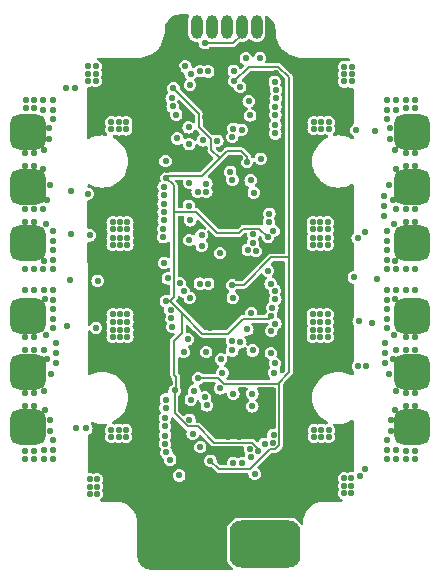
<source format=gbr>
%TF.GenerationSoftware,KiCad,Pcbnew,7.0.2*%
%TF.CreationDate,2023-05-24T20:20:13+03:00*%
%TF.ProjectId,Slimmeri_GD32,536c696d-6d65-4726-995f-474433322e6b,rev?*%
%TF.SameCoordinates,Original*%
%TF.FileFunction,Copper,L3,Inr*%
%TF.FilePolarity,Positive*%
%FSLAX46Y46*%
G04 Gerber Fmt 4.6, Leading zero omitted, Abs format (unit mm)*
G04 Created by KiCad (PCBNEW 7.0.2) date 2023-05-24 20:20:13*
%MOMM*%
%LPD*%
G01*
G04 APERTURE LIST*
G04 Aperture macros list*
%AMRoundRect*
0 Rectangle with rounded corners*
0 $1 Rounding radius*
0 $2 $3 $4 $5 $6 $7 $8 $9 X,Y pos of 4 corners*
0 Add a 4 corners polygon primitive as box body*
4,1,4,$2,$3,$4,$5,$6,$7,$8,$9,$2,$3,0*
0 Add four circle primitives for the rounded corners*
1,1,$1+$1,$2,$3*
1,1,$1+$1,$4,$5*
1,1,$1+$1,$6,$7*
1,1,$1+$1,$8,$9*
0 Add four rect primitives between the rounded corners*
20,1,$1+$1,$2,$3,$4,$5,0*
20,1,$1+$1,$4,$5,$6,$7,0*
20,1,$1+$1,$6,$7,$8,$9,0*
20,1,$1+$1,$8,$9,$2,$3,0*%
G04 Aperture macros list end*
%TA.AperFunction,ComponentPad*%
%ADD10O,1.000000X2.000000*%
%TD*%
%TA.AperFunction,ComponentPad*%
%ADD11C,1.000000*%
%TD*%
%TA.AperFunction,ComponentPad*%
%ADD12RoundRect,0.750000X-0.750000X0.750000X-0.750000X-0.750000X0.750000X-0.750000X0.750000X0.750000X0*%
%TD*%
%TA.AperFunction,ComponentPad*%
%ADD13RoundRect,0.750000X0.750000X-0.750000X0.750000X0.750000X-0.750000X0.750000X-0.750000X-0.750000X0*%
%TD*%
%TA.AperFunction,ComponentPad*%
%ADD14RoundRect,1.000000X-2.000000X-1.000000X2.000000X-1.000000X2.000000X1.000000X-2.000000X1.000000X0*%
%TD*%
%TA.AperFunction,ViaPad*%
%ADD15C,0.550000*%
%TD*%
%TA.AperFunction,Conductor*%
%ADD16C,0.150000*%
%TD*%
G04 APERTURE END LIST*
D10*
%TO.N,/M4*%
%TO.C,J13*%
X138590000Y-53637500D03*
%TO.N,/M3*%
X137320000Y-53637500D03*
%TO.N,/M2*%
X136050000Y-53637500D03*
%TO.N,/M1*%
X134780000Y-53637500D03*
%TO.N,/VBAT*%
X133510000Y-53637500D03*
%TO.N,GND*%
X132240000Y-53637500D03*
%TD*%
D11*
%TO.N,/Motor3/MotorOutA*%
%TO.C,J7*%
X151000000Y-72650000D03*
X152500000Y-72650000D03*
D12*
X151750000Y-71900000D03*
D11*
X151000000Y-71150000D03*
X152500000Y-71150000D03*
%TD*%
%TO.N,/Motor2/MotorOutA*%
%TO.C,J4*%
X118500000Y-63250000D03*
X120000000Y-63250000D03*
D12*
X119250000Y-62500000D03*
D11*
X118500000Y-61750000D03*
X120000000Y-61750000D03*
%TD*%
%TO.N,/Motor3/MotorOutB*%
%TO.C,J8*%
X151000000Y-67950000D03*
X152500000Y-67950000D03*
D12*
X151750000Y-67200000D03*
D11*
X151000000Y-66450000D03*
X152500000Y-66450000D03*
%TD*%
%TO.N,/Motor4/MotorOutC*%
%TO.C,J12*%
X152500000Y-77350000D03*
X151000000Y-77350000D03*
D13*
X151750000Y-78100000D03*
D11*
X152500000Y-78850000D03*
X151000000Y-78850000D03*
%TD*%
D14*
%TO.N,/VBAT*%
%TO.C,TP14*%
X139300000Y-97400000D03*
%TD*%
D11*
%TO.N,/Motor2/MotorOutB*%
%TO.C,J5*%
X118500000Y-67950000D03*
X120000000Y-67950000D03*
D12*
X119250000Y-67200000D03*
D11*
X118500000Y-66450000D03*
X120000000Y-66450000D03*
%TD*%
%TO.N,/Motor3/MotorOutC*%
%TO.C,J9*%
X151000000Y-63250000D03*
X152500000Y-63250000D03*
D12*
X151750000Y-62500000D03*
D11*
X151000000Y-61750000D03*
X152500000Y-61750000D03*
%TD*%
%TO.N,/Motor4/MotorOutB*%
%TO.C,J11*%
X152500000Y-82050000D03*
X151000000Y-82050000D03*
D13*
X151750000Y-82800000D03*
D11*
X152500000Y-83550000D03*
X151000000Y-83550000D03*
%TD*%
D14*
%TO.N,GND*%
%TO.C,TP13*%
X131700000Y-97400000D03*
%TD*%
D11*
%TO.N,/Motor1/MotorOutA*%
%TO.C,J1*%
X120000000Y-77350000D03*
X118500000Y-77350000D03*
D13*
X119250000Y-78100000D03*
D11*
X120000000Y-78850000D03*
X118500000Y-78850000D03*
%TD*%
%TO.N,/Motor4/MotorOutA*%
%TO.C,J10*%
X152500000Y-86750000D03*
X151000000Y-86750000D03*
D13*
X151750000Y-87500000D03*
D11*
X152500000Y-88250000D03*
X151000000Y-88250000D03*
%TD*%
%TO.N,/Motor1/MotorOutB*%
%TO.C,J2*%
X120000000Y-82050000D03*
X118500000Y-82050000D03*
D13*
X119250000Y-82800000D03*
D11*
X120000000Y-83550000D03*
X118500000Y-83550000D03*
%TD*%
%TO.N,/Motor2/MotorOutC*%
%TO.C,J6*%
X118500000Y-72650000D03*
X120000000Y-72650000D03*
D12*
X119250000Y-71900000D03*
D11*
X118500000Y-71150000D03*
X120000000Y-71150000D03*
%TD*%
%TO.N,/Motor1/MotorOutC*%
%TO.C,J3*%
X120000000Y-86750000D03*
X118500000Y-86750000D03*
D13*
X119250000Y-87500000D03*
D11*
X120000000Y-88250000D03*
X118500000Y-88250000D03*
%TD*%
D15*
%TO.N,GND*%
X138000000Y-83150000D03*
X135100000Y-55600000D03*
%TO.N,/M2*%
X136659239Y-57327718D03*
%TO.N,/M3*%
X134200000Y-54975000D03*
%TO.N,GND*%
X136250000Y-64800000D03*
X130900000Y-72700000D03*
X140600000Y-56100000D03*
X139950000Y-55450000D03*
X131050000Y-55400000D03*
X134650000Y-72749500D03*
%TO.N,/Motor4/BEMF_COMMON*%
X136580632Y-76525500D03*
%TO.N,GND*%
X146475000Y-87675000D03*
%TO.N,/5V*%
X134668246Y-90325500D03*
%TO.N,/3.3V*%
X138725000Y-89500000D03*
%TO.N,GND*%
X132250000Y-82250000D03*
X140225000Y-57475000D03*
%TO.N,/Motor3/MotorOutB*%
X138925000Y-64750000D03*
%TO.N,GND*%
X131910150Y-57231529D03*
X139875000Y-65025000D03*
X140200000Y-73850000D03*
X140000000Y-90325000D03*
X135150000Y-60350000D03*
X135125000Y-61250000D03*
X134225000Y-59525000D03*
X134225000Y-61250000D03*
X135150000Y-59525000D03*
X134225000Y-60350000D03*
X136650000Y-69350000D03*
X136625000Y-70250000D03*
X135725000Y-68525000D03*
X135725000Y-70250000D03*
X136650000Y-68525000D03*
X135725000Y-69350000D03*
X136175000Y-86575000D03*
X137100000Y-87400000D03*
X136175000Y-87400000D03*
X137100000Y-86575000D03*
X137075000Y-88300000D03*
X136175000Y-88300000D03*
X134625000Y-79075500D03*
X133850000Y-78350000D03*
X135525000Y-78325000D03*
X134625000Y-78325000D03*
X137101760Y-76058885D03*
X135525000Y-77425000D03*
X134625000Y-77400000D03*
X133850000Y-77400000D03*
X130674500Y-78075000D03*
X130850000Y-75875000D03*
X131277911Y-83788804D03*
X130755746Y-83244254D03*
X132814926Y-82427719D03*
%TO.N,/3.3V*%
X131642300Y-84385900D03*
%TO.N,/5V*%
X133646479Y-83347485D03*
%TO.N,/VBAT*%
X135700000Y-82875000D03*
%TO.N,GND*%
X138646800Y-82853200D03*
X140149003Y-80413160D03*
%TO.N,/3.3V*%
X139824957Y-78109154D03*
X130900000Y-76825000D03*
%TO.N,/5V*%
X136499500Y-75450000D03*
%TO.N,/3.3V*%
X139550000Y-71400000D03*
%TO.N,GND*%
X139975000Y-72125000D03*
X131000000Y-65700000D03*
%TO.N,/3.3V*%
X130950000Y-66400000D03*
%TO.N,GND*%
X137150000Y-64700000D03*
X138916052Y-63215676D03*
%TO.N,/3.3V*%
X131550000Y-58817500D03*
%TO.N,/5V*%
X136696364Y-58196390D03*
%TO.N,/3.3V*%
X137774324Y-65015468D03*
%TO.N,/VBAT*%
X130874500Y-64955900D03*
X143450000Y-88325000D03*
X144075000Y-88325000D03*
X144700000Y-88325000D03*
X144700000Y-87725000D03*
X143450000Y-87725000D03*
X144075000Y-87725000D03*
%TO.N,GND*%
X144700000Y-90325000D03*
X144075000Y-90325000D03*
X143450000Y-90325000D03*
X143450000Y-90925000D03*
X144700000Y-90925000D03*
X144075000Y-90925000D03*
X144000000Y-93075000D03*
X144000000Y-92450000D03*
X144000000Y-91825000D03*
X143400000Y-91825000D03*
X143400000Y-93075000D03*
X143400000Y-92450000D03*
%TO.N,/VBAT*%
X146600000Y-93075000D03*
X146600000Y-92450000D03*
X146600000Y-91825000D03*
X146000000Y-91825000D03*
X146000000Y-93075000D03*
X146000000Y-92450000D03*
X143350000Y-78550000D03*
X143975000Y-78550000D03*
X144600000Y-78550000D03*
X144600000Y-77950000D03*
X143350000Y-77950000D03*
X143975000Y-77950000D03*
X143350000Y-79850000D03*
X143975000Y-79850000D03*
X144600000Y-79850000D03*
X144600000Y-79250000D03*
X143350000Y-79250000D03*
X143975000Y-79250000D03*
%TO.N,GND*%
X143350000Y-82450000D03*
X143975000Y-82450000D03*
X144600000Y-82450000D03*
X144600000Y-81850000D03*
X143350000Y-81850000D03*
X143975000Y-81850000D03*
X143350000Y-75950000D03*
X143975000Y-75950000D03*
X144600000Y-75950000D03*
X144600000Y-75350000D03*
X143350000Y-75350000D03*
X143975000Y-75350000D03*
X143975000Y-74050000D03*
X143350000Y-74650000D03*
X144600000Y-74050000D03*
X143975000Y-74650000D03*
X143350000Y-74050000D03*
X144600000Y-74650000D03*
%TO.N,/VBAT*%
X143975000Y-71450000D03*
X144600000Y-72050000D03*
X143350000Y-72050000D03*
X144600000Y-71450000D03*
X143975000Y-72050000D03*
X143350000Y-71450000D03*
X143975000Y-70150000D03*
X144600000Y-70750000D03*
X143350000Y-70750000D03*
X144600000Y-70150000D03*
X143975000Y-70750000D03*
X143350000Y-70150000D03*
%TO.N,GND*%
X143975000Y-67550000D03*
X144600000Y-68150000D03*
X143350000Y-68150000D03*
X144600000Y-67550000D03*
X143975000Y-68150000D03*
X143350000Y-67550000D03*
%TO.N,/VBAT*%
X146025000Y-57600000D03*
X146025000Y-58225000D03*
X146625000Y-57600000D03*
X146625000Y-56975000D03*
X146025000Y-56975000D03*
X146625000Y-58225000D03*
%TO.N,GND*%
X143425000Y-57600000D03*
X143425000Y-58225000D03*
X144025000Y-57600000D03*
X144025000Y-56975000D03*
X143425000Y-56975000D03*
X144025000Y-58225000D03*
X144050000Y-59050000D03*
X143425000Y-59050000D03*
X144050000Y-59650000D03*
X144675000Y-59650000D03*
X144675000Y-59050000D03*
X143425000Y-59650000D03*
%TO.N,/VBAT*%
X144050000Y-61650000D03*
X143425000Y-61650000D03*
X144050000Y-62250000D03*
X144675000Y-62250000D03*
X144675000Y-61650000D03*
X143425000Y-62250000D03*
X126925000Y-61675000D03*
X126300000Y-61675000D03*
X126925000Y-62275000D03*
X127550000Y-62275000D03*
X127550000Y-61675000D03*
X126300000Y-62275000D03*
%TO.N,GND*%
X126925000Y-59075000D03*
X126925000Y-59675000D03*
X127550000Y-59075000D03*
X127550000Y-59675000D03*
X126300000Y-59675000D03*
X126300000Y-59075000D03*
%TO.N,/VBAT*%
X124950000Y-57550000D03*
X124350000Y-57550000D03*
X124950000Y-58175000D03*
X124350000Y-58175000D03*
X124350000Y-56925000D03*
X124950000Y-56925000D03*
%TO.N,GND*%
X126950000Y-57550000D03*
X127550000Y-57550000D03*
X126950000Y-56925000D03*
X127550000Y-56925000D03*
X127550000Y-58175000D03*
X126950000Y-58175000D03*
X127025000Y-67550000D03*
X127025000Y-68150500D03*
X126400000Y-68150000D03*
X127650000Y-67550000D03*
X126400000Y-67550000D03*
X127650000Y-68150000D03*
%TO.N,/VBAT*%
X127025000Y-70150000D03*
X127025000Y-70750000D03*
X126400000Y-70750000D03*
X127650000Y-70150000D03*
X126400000Y-70150000D03*
X127650000Y-70750000D03*
X127025000Y-71450000D03*
X127025000Y-72050000D03*
X126400000Y-72050000D03*
X127650000Y-71450000D03*
X126400000Y-71450000D03*
X127650000Y-72050000D03*
%TO.N,GND*%
X127025000Y-74050000D03*
X127050000Y-74650000D03*
X126400000Y-74650000D03*
X127650000Y-74050000D03*
X126400000Y-74050000D03*
X127650000Y-74650000D03*
X127025000Y-75350000D03*
X127025000Y-75950000D03*
X126400000Y-75950000D03*
X127650000Y-75350000D03*
X126400000Y-75350000D03*
X127650000Y-75950000D03*
%TO.N,/VBAT*%
X127025000Y-77950000D03*
X127025000Y-78550000D03*
X126400000Y-78550000D03*
X127650000Y-77950000D03*
X126400000Y-77950000D03*
X127650000Y-78550000D03*
X127025000Y-79250000D03*
X127025000Y-79850000D03*
X126400000Y-79850000D03*
X127650000Y-79250000D03*
X126400000Y-79250000D03*
X127650000Y-79850000D03*
%TO.N,GND*%
X127025000Y-81850000D03*
X127025000Y-82450000D03*
X126400000Y-82450000D03*
X127650000Y-81850000D03*
X126400000Y-81850000D03*
X127650000Y-82450000D03*
X127075000Y-92550000D03*
X127675000Y-92525000D03*
X127075000Y-91900000D03*
X127675000Y-91900000D03*
X127675000Y-93150000D03*
X127075000Y-93150000D03*
X126900000Y-90325000D03*
X126900000Y-90925000D03*
X127525000Y-90325000D03*
X127525000Y-90925000D03*
X126275000Y-90925000D03*
X126275000Y-90325000D03*
%TO.N,/VBAT*%
X126900000Y-87725000D03*
X126900000Y-88325000D03*
X127525000Y-87725000D03*
X127525000Y-88325000D03*
X126275000Y-88325000D03*
X126275000Y-87725000D03*
X125075000Y-92525000D03*
X124475000Y-92525000D03*
X124475000Y-93150000D03*
X125075000Y-93150000D03*
X125075000Y-91900000D03*
X124475000Y-91900000D03*
%TO.N,/Motor1/MotorOutC*%
X121075000Y-87800000D03*
X121375000Y-89400000D03*
X120575000Y-90200000D03*
X120575000Y-89400000D03*
%TO.N,/Motor1/MotorOutA*%
X121375000Y-75900000D03*
X119000000Y-79900000D03*
X120775000Y-79700000D03*
%TO.N,/Motor1/MotorOutC*%
X119000000Y-85700000D03*
X121375000Y-90200000D03*
X119775000Y-89500000D03*
X119775000Y-85700000D03*
%TO.N,/Motor1/MotorOutA*%
X120575000Y-75900000D03*
%TO.N,/Motor1/MotorOutB*%
X121575000Y-80400000D03*
X120575000Y-84400000D03*
%TO.N,/Motor1/MotorOutA*%
X121375000Y-78300000D03*
%TO.N,/Motor1/MotorOutC*%
X119000000Y-90200000D03*
X119775000Y-90200000D03*
X119000000Y-89500000D03*
%TO.N,/Motor1/MotorOutB*%
X119775000Y-81000000D03*
%TO.N,/Motor1/MotorOutA*%
X119000000Y-75900000D03*
%TO.N,/Motor1/MotorOutC*%
X120675000Y-86000000D03*
%TO.N,/Motor1/MotorOutB*%
X121175000Y-83000000D03*
X119000000Y-81000000D03*
X121575000Y-81200000D03*
%TO.N,/Motor1/MotorOutA*%
X121375000Y-79100000D03*
%TO.N,/Motor1/MotorOutB*%
X119000000Y-84600000D03*
%TO.N,/Motor1/MotorOutA*%
X121375000Y-77500000D03*
X120675000Y-76600000D03*
%TO.N,/Motor1/MotorOutC*%
X121375000Y-88600000D03*
%TO.N,/Motor1/MotorOutB*%
X119775000Y-84600000D03*
%TO.N,/Motor1/MotorOutC*%
X121075000Y-86900000D03*
%TO.N,/Motor1/MotorOutB*%
X120875000Y-81700000D03*
%TO.N,/Motor1/MotorOutA*%
X119775000Y-79900000D03*
%TO.N,/Motor1/MotorOutB*%
X120575000Y-81000000D03*
%TO.N,/Motor1/MotorOutA*%
X119775000Y-75900000D03*
X121375000Y-76700000D03*
%TO.N,/Motor1/MotorOutB*%
X121575000Y-82100000D03*
%TO.N,/Motor4/MotorOutC*%
X149625000Y-79100000D03*
X149625000Y-78300000D03*
X151225000Y-75900000D03*
X151225000Y-79900000D03*
%TO.N,/Motor4/MotorOutA*%
X149625000Y-88600000D03*
X152000000Y-90200000D03*
X149925000Y-86900000D03*
X150325000Y-86000000D03*
X152000000Y-89500000D03*
X151225000Y-90200000D03*
%TO.N,/Motor4/MotorOutB*%
X150425000Y-81000000D03*
X152000000Y-84600000D03*
X149425000Y-81200000D03*
X149425000Y-80400000D03*
X150425000Y-84400000D03*
X150125000Y-81700000D03*
X149825000Y-83000000D03*
X151225000Y-84600000D03*
X151225000Y-81000000D03*
X149425000Y-82100000D03*
%TO.N,/Motor4/MotorOutC*%
X152000000Y-75900000D03*
X149625000Y-76700000D03*
%TO.N,/Motor4/MotorOutB*%
X152000000Y-81000000D03*
%TO.N,/Motor4/MotorOutC*%
X149625000Y-77500000D03*
X150325000Y-76600000D03*
X150425000Y-75900000D03*
X149625000Y-75900000D03*
X152000000Y-79900000D03*
X150225000Y-79700000D03*
%TO.N,/Motor4/MotorOutA*%
X149925000Y-87800000D03*
X149625000Y-89400000D03*
X150425000Y-90200000D03*
X150425000Y-89400000D03*
X152000000Y-85700000D03*
X149625000Y-90200000D03*
X151225000Y-89500000D03*
X151225000Y-85700000D03*
%TO.N,/Motor3/MotorOutA*%
X140125500Y-58253609D03*
%TO.N,Net-(Q18-G)*%
X147025000Y-62339500D03*
%TO.N,Net-(Q17-G)*%
X148650000Y-62400000D03*
%TO.N,Net-(Q16-G)*%
X147725000Y-71000000D03*
%TO.N,Net-(Q15-G)*%
X147150000Y-71485500D03*
%TO.N,Net-(Q14-G)*%
X146825000Y-74800000D03*
%TO.N,Net-(Q13-G)*%
X148800000Y-74950000D03*
%TO.N,/M2*%
X132875500Y-63525000D03*
%TO.N,/M3*%
X134193294Y-84975145D03*
%TO.N,/M1*%
X136525000Y-81000000D03*
%TO.N,/M4*%
X134325500Y-66875997D03*
%TO.N,/Motor2/MotorOutB*%
X136349500Y-65880637D03*
%TO.N,/Motor3/MotorOutB*%
X135256007Y-63243993D03*
%TO.N,/Motor3/CHIGH*%
X131399500Y-59640514D03*
%TO.N,/Motor3/AHIGH*%
X131781605Y-61030163D03*
%TO.N,/Motor3/BHIGH*%
X131471997Y-60340016D03*
%TO.N,/Motor3/ALOW*%
X132950000Y-58500000D03*
%TO.N,/Motor3/BLOW*%
X133000000Y-57550000D03*
%TO.N,/Motor3/CLOW*%
X133785897Y-57349502D03*
%TO.N,/Motor3/MotorOutB*%
X138875000Y-56225000D03*
%TO.N,/Motor3/MotorOutC*%
X132550498Y-56950000D03*
%TO.N,/Motor3/V_SENSE*%
X134484800Y-57378449D03*
%TO.N,Net-(Q13-G)*%
X140175000Y-62625000D03*
%TO.N,Net-(Q14-G)*%
X140175000Y-61925000D03*
%TO.N,Net-(Q15-G)*%
X140175000Y-61050000D03*
%TO.N,Net-(Q16-G)*%
X140175000Y-60350000D03*
%TO.N,Net-(Q17-G)*%
X140200008Y-59650945D03*
%TO.N,Net-(Q18-G)*%
X140225044Y-58951891D03*
%TO.N,/Motor3/MotorOutA*%
X131875000Y-63050000D03*
%TO.N,/Motor3/MotorOutC*%
X136626347Y-62215578D03*
%TO.N,/Motor3/BEMF_COMMON*%
X137675000Y-56275000D03*
X137192765Y-58689228D03*
%TO.N,/Motor3/GHC*%
X137907289Y-59899500D03*
%TO.N,/Motor3/GHB*%
X138038139Y-61097109D03*
%TO.N,/Motor3/GHA*%
X137334156Y-62302754D03*
X132825500Y-62099500D03*
%TO.N,/Motor3/GHB*%
X134031743Y-63206243D03*
%TO.N,/Motor3/GHC*%
X136526521Y-62907921D03*
%TO.N,/Motor2/MotorOutC*%
X133588984Y-67572300D03*
%TO.N,/Motor2/MotorOutA*%
X138075000Y-66599500D03*
%TO.N,Net-(Q7-G)*%
X122450000Y-58775000D03*
%TO.N,Net-(Q8-G)*%
X123225000Y-58775000D03*
%TO.N,Net-(Q9-G)*%
X122875000Y-67475000D03*
%TO.N,Net-(Q10-G)*%
X124300000Y-67725000D03*
%TO.N,Net-(Q11-G)*%
X122875000Y-71150000D03*
%TO.N,Net-(Q12-G)*%
X124450000Y-71250000D03*
%TO.N,/Motor2/MotorOutC*%
X121325000Y-70900000D03*
X121325000Y-71700000D03*
X119725000Y-74100000D03*
X119725000Y-70100000D03*
%TO.N,/Motor2/MotorOutA*%
X121325000Y-61400000D03*
X119050000Y-59800000D03*
X121025000Y-63100000D03*
X120625000Y-64000000D03*
X119050000Y-60500000D03*
X119725000Y-59800000D03*
%TO.N,/Motor2/MotorOutB*%
X120525000Y-69000000D03*
X119000000Y-65400000D03*
X120525000Y-65600000D03*
X120825000Y-68300000D03*
X121125000Y-67000000D03*
X119725000Y-65400000D03*
X119725000Y-69000000D03*
%TO.N,/Motor2/MotorOutC*%
X119000000Y-74100000D03*
X121325000Y-73300000D03*
%TO.N,/Motor2/MotorOutB*%
X119000000Y-69000000D03*
%TO.N,/Motor2/MotorOutC*%
X121325000Y-72500000D03*
X120625000Y-73400000D03*
X120525000Y-74100000D03*
X121325000Y-74100000D03*
X119000000Y-70100000D03*
X120725000Y-70300000D03*
%TO.N,/Motor2/MotorOutA*%
X121025000Y-62200000D03*
X121325000Y-60600000D03*
X120525000Y-59800000D03*
X120525000Y-60600000D03*
X119000000Y-64300000D03*
X121325000Y-59800000D03*
X119725000Y-60500000D03*
X119725000Y-64300000D03*
%TO.N,GND*%
X136300000Y-72650000D03*
%TO.N,/Motor2/V_SENSE*%
X138532041Y-72578173D03*
%TO.N,GND*%
X133304851Y-72751549D03*
%TO.N,/Motor2/MotorOutC*%
X135484016Y-72749500D03*
%TO.N,/Motor2/MotorOutA*%
X130692344Y-71405860D03*
%TO.N,/Motor2/MotorOutB*%
X130750000Y-73575000D03*
%TO.N,/Motor2/BEMF_COMMON*%
X131075000Y-74900000D03*
%TO.N,/Motor2/BEMFA_1*%
X132900000Y-71650000D03*
%TO.N,/Motor2/BEMFB_1*%
X133925000Y-71225000D03*
%TO.N,/Motor2/BEMFC_1*%
X133941124Y-72115277D03*
%TO.N,GND*%
X124500000Y-62325000D03*
X125200000Y-62325000D03*
X145750000Y-87675000D03*
%TO.N,/Motor1/BEMF_COMMON*%
X130950000Y-89625000D03*
X133808012Y-89177717D03*
%TO.N,/Motor1/V_SENSE*%
X136600000Y-90500000D03*
%TO.N,/Motor1/CLOW*%
X137378231Y-90557769D03*
%TO.N,/Motor1/BLOW*%
X138091149Y-90034942D03*
%TO.N,/Motor1/MotorOutA*%
X131262827Y-90250654D03*
X138225000Y-84650000D03*
%TO.N,/Motor1/ALOW*%
X138037500Y-89337500D03*
%TO.N,/Motor1/MotorOutB*%
X135509082Y-84208375D03*
X132029559Y-91582185D03*
%TO.N,/Motor1/MotorOutC*%
X133325000Y-84400000D03*
X138424502Y-91450000D03*
%TO.N,/Motor1/CHIGH*%
X139273200Y-88891800D03*
%TO.N,/Motor1/BHIGH*%
X139971022Y-88843331D03*
%TO.N,/Motor1/AHIGH*%
X140019655Y-88145521D03*
%TO.N,/Motor3/MotorOutC*%
X152000000Y-59800000D03*
X149900000Y-63100000D03*
X149600000Y-61400000D03*
X151200000Y-59800000D03*
X152000000Y-60500000D03*
X150300000Y-64000000D03*
X149900000Y-62200000D03*
X151200000Y-64300000D03*
X149600000Y-59800000D03*
X150400000Y-59800000D03*
X149600000Y-60600000D03*
X152000000Y-64300000D03*
X151200000Y-60500000D03*
X150400000Y-60600000D03*
%TO.N,/Motor3/MotorOutB*%
X151200000Y-69000000D03*
X151200000Y-65400000D03*
X149400000Y-68800000D03*
X149800000Y-67000000D03*
X150100000Y-68300000D03*
X150400000Y-65600000D03*
X149400000Y-69600000D03*
X152000000Y-65400000D03*
X150400000Y-69000000D03*
X149400000Y-67900000D03*
X152000000Y-69000000D03*
%TO.N,/Motor3/MotorOutA*%
X150200000Y-70300000D03*
X149600000Y-72500000D03*
X150300000Y-73400000D03*
X150400000Y-74100000D03*
X152000000Y-70100000D03*
X149600000Y-73300000D03*
X152000000Y-74100000D03*
X149600000Y-74100000D03*
X149600000Y-71700000D03*
X151200000Y-74100000D03*
X151200000Y-70100000D03*
X149600000Y-70900000D03*
%TO.N,Net-(Q1-G)*%
X130875000Y-85850000D03*
X125125000Y-75100000D03*
%TO.N,Net-(Q2-G)*%
X130900000Y-85150000D03*
X122775000Y-75025000D03*
%TO.N,Net-(Q3-G)*%
X130825000Y-86725000D03*
X122575000Y-78950000D03*
%TO.N,Net-(Q4-G)*%
X124987500Y-79085500D03*
X130825000Y-87425000D03*
%TO.N,Net-(Q5-G)*%
X130850000Y-88200000D03*
X123325000Y-87600000D03*
%TO.N,Net-(Q6-G)*%
X130824621Y-88899042D03*
X124175000Y-87600000D03*
%TO.N,/Motor4/MotorOutA*%
X132400000Y-81125000D03*
X139775000Y-75350000D03*
%TO.N,/Motor4/MotorOutB*%
X139541810Y-74243011D03*
X135575000Y-81750000D03*
%TO.N,/Motor4/MotorOutC*%
X132103518Y-75316245D03*
X140078200Y-82871800D03*
X137214500Y-80314904D03*
%TO.N,Net-(Q7-G)*%
X130725000Y-67150000D03*
%TO.N,/Motor1/GHA*%
X133025000Y-85150000D03*
X138225000Y-85725500D03*
%TO.N,/Motor1/GHB*%
X136609773Y-84654279D03*
X132900500Y-86850834D03*
%TO.N,/Motor1/GHC*%
X134375500Y-85650500D03*
X133173063Y-88037998D03*
%TO.N,Net-(Q8-G)*%
X130725000Y-67875497D03*
%TO.N,Net-(Q9-G)*%
X130725000Y-68575000D03*
%TO.N,Net-(Q10-G)*%
X130725000Y-69274503D03*
%TO.N,Net-(Q11-G)*%
X130725000Y-69975000D03*
%TO.N,Net-(Q12-G)*%
X130700000Y-70700000D03*
%TO.N,Net-(Q19-G)*%
X140149500Y-82100000D03*
X147372650Y-91609407D03*
%TO.N,Net-(Q20-G)*%
X139788364Y-81216590D03*
X147776464Y-91038235D03*
%TO.N,Net-(Q21-G)*%
X139825000Y-79325000D03*
X147875500Y-82314500D03*
%TO.N,Net-(Q22-G)*%
X140173803Y-78715462D03*
X147175997Y-82314500D03*
%TO.N,Net-(Q23-G)*%
X148350000Y-78650000D03*
X139927481Y-77386292D03*
%TO.N,Net-(Q24-G)*%
X147225000Y-78514500D03*
X140170509Y-76679491D03*
%TO.N,/Motor2/GHA*%
X132897485Y-66778521D03*
X138350000Y-67625500D03*
%TO.N,/Motor2/GHB*%
X136544030Y-66552546D03*
X132853200Y-68728200D03*
%TO.N,/Motor2/GHC*%
X134325500Y-67575500D03*
X132964843Y-69979685D03*
%TO.N,/Motor4/GHA*%
X132750500Y-80049500D03*
X138250000Y-81000500D03*
%TO.N,/Motor4/GHB*%
X137795903Y-79215000D03*
X134321584Y-81123649D03*
%TO.N,/Motor4/GHC*%
X138124503Y-77825498D03*
X136524500Y-80200000D03*
%TO.N,/Motor4/BEMF_COMMON*%
X140151684Y-75939418D03*
%TO.N,/Motor2/CLOW*%
X137840266Y-72474500D03*
%TO.N,/Motor2/BLOW*%
X138266760Y-71873212D03*
%TO.N,/Motor2/ALOW*%
X138300000Y-71174500D03*
%TO.N,/Motor2/CHIGH*%
X140017942Y-70880064D03*
%TO.N,/Motor2/BHIGH*%
X139624500Y-70125500D03*
%TO.N,/Motor2/AHIGH*%
X139673707Y-69427730D03*
%TO.N,/Motor4/V_SENSE*%
X134486987Y-75347840D03*
%TO.N,/Motor4/CLOW*%
X133787486Y-75349500D03*
%TO.N,/Motor4/BLOW*%
X132399500Y-75982048D03*
%TO.N,/Motor4/ALOW*%
X132934450Y-76525500D03*
%TO.N,/Motor4/CHIGH*%
X131299403Y-77584170D03*
%TO.N,/Motor4/BHIGH*%
X131366161Y-78280480D03*
%TO.N,/Motor4/AHIGH*%
X131449503Y-78975000D03*
%TD*%
D16*
%TO.N,/5V*%
X133646479Y-83347485D02*
X135347485Y-83347485D01*
X135801020Y-83801020D02*
X140373980Y-83801020D01*
X135347485Y-83347485D02*
X135801020Y-83801020D01*
%TO.N,/M3*%
X137320000Y-54250000D02*
X137320000Y-53750000D01*
X136595000Y-54975000D02*
X137320000Y-54250000D01*
X134200000Y-54975000D02*
X136595000Y-54975000D01*
%TO.N,/5V*%
X141325000Y-57867893D02*
X141325000Y-71482107D01*
X140432107Y-56975000D02*
X141325000Y-57867893D01*
X137917754Y-56975000D02*
X140432107Y-56975000D01*
X136696364Y-58196390D02*
X137917754Y-56975000D01*
X141325000Y-73125000D02*
X141325000Y-71482107D01*
X137500000Y-75450000D02*
X139825000Y-73125000D01*
X136499500Y-75450000D02*
X137500000Y-75450000D01*
X139825000Y-73125000D02*
X141325000Y-73125000D01*
%TO.N,/3.3V*%
X134756007Y-63131007D02*
X134756007Y-64031007D01*
X133725000Y-60992500D02*
X133725000Y-62100000D01*
X131550000Y-58817500D02*
X133725000Y-60992500D01*
X133725000Y-62100000D02*
X134756007Y-63131007D01*
X134756007Y-64031007D02*
X135450000Y-64725000D01*
%TO.N,/5V*%
X140525000Y-83952040D02*
X140373980Y-83801020D01*
X140525000Y-88996460D02*
X140525000Y-83952040D01*
X139706669Y-89343331D02*
X140178129Y-89343331D01*
X135400515Y-91057769D02*
X137992231Y-91057769D01*
X137992231Y-91057769D02*
X139706669Y-89343331D01*
X134668246Y-90325500D02*
X135400515Y-91057769D01*
X140178129Y-89343331D02*
X140525000Y-88996460D01*
X141325000Y-82850000D02*
X140373980Y-83801020D01*
X141325000Y-71482107D02*
X141325000Y-82850000D01*
%TO.N,/3.3V*%
X136050000Y-64125000D02*
X137282107Y-64125000D01*
X137282107Y-64125000D02*
X137774324Y-64617217D01*
X133975000Y-66200000D02*
X136050000Y-64125000D01*
X131150000Y-66200000D02*
X133975000Y-66200000D01*
X137774324Y-64617217D02*
X137774324Y-65015468D01*
X130950000Y-66400000D02*
X131150000Y-66200000D01*
X133475000Y-69275000D02*
X131575000Y-69275000D01*
X135275000Y-71075000D02*
X133475000Y-69275000D01*
X137475500Y-70674500D02*
X137075000Y-71075000D01*
X138824500Y-70674500D02*
X137475500Y-70674500D01*
X139550000Y-71400000D02*
X138824500Y-70674500D01*
X131575000Y-76497340D02*
X131575000Y-69275000D01*
X137075000Y-71075000D02*
X135275000Y-71075000D01*
X131575000Y-69275000D02*
X131575000Y-67025000D01*
X131575000Y-67025000D02*
X130950000Y-66400000D01*
X131247340Y-76825000D02*
X131575000Y-76497340D01*
X133997840Y-79575500D02*
X132275000Y-77852660D01*
X136149500Y-79575500D02*
X133997840Y-79575500D01*
X137399502Y-78325498D02*
X136149500Y-79575500D01*
X139608613Y-78325498D02*
X137399502Y-78325498D01*
X139824957Y-78109154D02*
X139608613Y-78325498D01*
X131247340Y-76825000D02*
X130900000Y-76825000D01*
X132275000Y-77852660D02*
X131247340Y-76825000D01*
X131600000Y-80175000D02*
X132275000Y-79500000D01*
X131777911Y-83227911D02*
X131600000Y-83050000D01*
X132275000Y-79500000D02*
X132275000Y-77852660D01*
X131777911Y-84250289D02*
X131777911Y-83227911D01*
X131600000Y-83050000D02*
X131600000Y-80175000D01*
X131642300Y-84385900D02*
X131777911Y-84250289D01*
X134975000Y-88800000D02*
X133600000Y-87425000D01*
X138207107Y-88800000D02*
X134975000Y-88800000D01*
X132767559Y-87425000D02*
X131642300Y-86299741D01*
X131642300Y-86299741D02*
X131642300Y-84385900D01*
X138725000Y-89317893D02*
X138207107Y-88800000D01*
X133600000Y-87425000D02*
X132767559Y-87425000D01*
X138725000Y-89500000D02*
X138725000Y-89317893D01*
%TD*%
%TA.AperFunction,Conductor*%
%TO.N,GND*%
G36*
X132805703Y-78844134D02*
G01*
X132812178Y-78850163D01*
X133287014Y-79325000D01*
X133753790Y-79791776D01*
X133761098Y-79799750D01*
X133764846Y-79804217D01*
X133785385Y-79828694D01*
X133802716Y-79838700D01*
X133818096Y-79847580D01*
X133827219Y-79853392D01*
X133837675Y-79860713D01*
X133858156Y-79875054D01*
X133858157Y-79875054D01*
X133859038Y-79875671D01*
X133883731Y-79885900D01*
X133884794Y-79886087D01*
X133884795Y-79886088D01*
X133921983Y-79892645D01*
X133932541Y-79894985D01*
X133969033Y-79904764D01*
X134006663Y-79901471D01*
X134017470Y-79901000D01*
X135893974Y-79901000D01*
X135961013Y-79920685D01*
X136006768Y-79973489D01*
X136016712Y-80042647D01*
X136013769Y-80053373D01*
X135994465Y-80200000D01*
X136012525Y-80337180D01*
X136065477Y-80465020D01*
X136111378Y-80524838D01*
X136136573Y-80590007D01*
X136122535Y-80658452D01*
X136111379Y-80675811D01*
X136065975Y-80734982D01*
X136013026Y-80862816D01*
X136013026Y-80862817D01*
X135994965Y-81000000D01*
X136005419Y-81079407D01*
X136015157Y-81153367D01*
X136013433Y-81153593D01*
X136018659Y-81202234D01*
X135987380Y-81264711D01*
X135927289Y-81300359D01*
X135857464Y-81297861D01*
X135849179Y-81294771D01*
X135840019Y-81290976D01*
X135840018Y-81290976D01*
X135712183Y-81238026D01*
X135712182Y-81238025D01*
X135712180Y-81238025D01*
X135599515Y-81223192D01*
X135575000Y-81219965D01*
X135574999Y-81219965D01*
X135437816Y-81238026D01*
X135309985Y-81290974D01*
X135200209Y-81375209D01*
X135115974Y-81484985D01*
X135063026Y-81612816D01*
X135044965Y-81750000D01*
X135063025Y-81887180D01*
X135063025Y-81887182D01*
X135063026Y-81887183D01*
X135095766Y-81966226D01*
X135115977Y-82015020D01*
X135200208Y-82124791D01*
X135309979Y-82209022D01*
X135309982Y-82209024D01*
X135367890Y-82233010D01*
X135422292Y-82276848D01*
X135444358Y-82343142D01*
X135427080Y-82410842D01*
X135395925Y-82445945D01*
X135325210Y-82500208D01*
X135240974Y-82609985D01*
X135188026Y-82737816D01*
X135169964Y-82875000D01*
X135170860Y-82881800D01*
X135160094Y-82950835D01*
X135113714Y-83003091D01*
X135047921Y-83021985D01*
X134120243Y-83021985D01*
X134053204Y-83002300D01*
X134021868Y-82973473D01*
X134021269Y-82972692D01*
X133911499Y-82888462D01*
X133911492Y-82888459D01*
X133783662Y-82835511D01*
X133783661Y-82835510D01*
X133783659Y-82835510D01*
X133646479Y-82817450D01*
X133509295Y-82835511D01*
X133381464Y-82888459D01*
X133271688Y-82972694D01*
X133187453Y-83082470D01*
X133134505Y-83210301D01*
X133116444Y-83347485D01*
X133134504Y-83484665D01*
X133187456Y-83612505D01*
X133249593Y-83693482D01*
X133274788Y-83758651D01*
X133260750Y-83827096D01*
X133211937Y-83877086D01*
X133198670Y-83883530D01*
X133059985Y-83940974D01*
X132950209Y-84025209D01*
X132865974Y-84134985D01*
X132813026Y-84262816D01*
X132802133Y-84345558D01*
X132794965Y-84400000D01*
X132810381Y-84517096D01*
X132815157Y-84553367D01*
X132814153Y-84553499D01*
X132819647Y-84604612D01*
X132788370Y-84667090D01*
X132771335Y-84678953D01*
X132772935Y-84681038D01*
X132759984Y-84690975D01*
X132759983Y-84690976D01*
X132698166Y-84738410D01*
X132650209Y-84775209D01*
X132565974Y-84884985D01*
X132513026Y-85012816D01*
X132494965Y-85150000D01*
X132513025Y-85287180D01*
X132513025Y-85287182D01*
X132513026Y-85287183D01*
X132553743Y-85385485D01*
X132565977Y-85415020D01*
X132650208Y-85524791D01*
X132759979Y-85609022D01*
X132759982Y-85609024D01*
X132887817Y-85661974D01*
X133025000Y-85680035D01*
X133162183Y-85661974D01*
X133290018Y-85609024D01*
X133399791Y-85524791D01*
X133484024Y-85415018D01*
X133536599Y-85288086D01*
X133580436Y-85233687D01*
X133646730Y-85211621D01*
X133714430Y-85228899D01*
X133749533Y-85260055D01*
X133818502Y-85349936D01*
X133828534Y-85357634D01*
X133869737Y-85414062D01*
X133873891Y-85483808D01*
X133867609Y-85503459D01*
X133863526Y-85513315D01*
X133845465Y-85650500D01*
X133863525Y-85787680D01*
X133863525Y-85787682D01*
X133863526Y-85787683D01*
X133916476Y-85915518D01*
X133916477Y-85915520D01*
X134000708Y-86025291D01*
X134105870Y-86105985D01*
X134110482Y-86109524D01*
X134238317Y-86162474D01*
X134375500Y-86180535D01*
X134512683Y-86162474D01*
X134640518Y-86109524D01*
X134750291Y-86025291D01*
X134834524Y-85915518D01*
X134887474Y-85787683D01*
X134905535Y-85650500D01*
X134887474Y-85513317D01*
X134834524Y-85385483D01*
X134750291Y-85275709D01*
X134750289Y-85275708D01*
X134750289Y-85275707D01*
X134740258Y-85268010D01*
X134699056Y-85211581D01*
X134694902Y-85141835D01*
X134701183Y-85122188D01*
X134705268Y-85112328D01*
X134723329Y-84975145D01*
X134705268Y-84837962D01*
X134652318Y-84710128D01*
X134568085Y-84600354D01*
X134568083Y-84600352D01*
X134568082Y-84600351D01*
X134458314Y-84516122D01*
X134450335Y-84512817D01*
X134330477Y-84463171D01*
X134330476Y-84463170D01*
X134330474Y-84463170D01*
X134217809Y-84448337D01*
X134193294Y-84445110D01*
X134193293Y-84445110D01*
X134056111Y-84463171D01*
X134022616Y-84477045D01*
X133953147Y-84484512D01*
X133890668Y-84453237D01*
X133855016Y-84393147D01*
X133852227Y-84378676D01*
X133836974Y-84262817D01*
X133791261Y-84152455D01*
X133784024Y-84134982D01*
X133721885Y-84054002D01*
X133696690Y-83988833D01*
X133710728Y-83920388D01*
X133759542Y-83870398D01*
X133772809Y-83863953D01*
X133783657Y-83859459D01*
X133783662Y-83859459D01*
X133911497Y-83806509D01*
X134021270Y-83722276D01*
X134021867Y-83721497D01*
X134030499Y-83715194D01*
X134034221Y-83712339D01*
X134034289Y-83712427D01*
X134078297Y-83680295D01*
X134120243Y-83672985D01*
X135006075Y-83672985D01*
X135073114Y-83692670D01*
X135118869Y-83745474D01*
X135128813Y-83814632D01*
X135104451Y-83872471D01*
X135050057Y-83943358D01*
X134997108Y-84071191D01*
X134979047Y-84208375D01*
X134997107Y-84345555D01*
X134997107Y-84345557D01*
X134997108Y-84345558D01*
X135033422Y-84433230D01*
X135050059Y-84473395D01*
X135134290Y-84583166D01*
X135242402Y-84666124D01*
X135244064Y-84667399D01*
X135371899Y-84720349D01*
X135509082Y-84738410D01*
X135646265Y-84720349D01*
X135774100Y-84667399D01*
X135882870Y-84583935D01*
X135948040Y-84558740D01*
X136016485Y-84572778D01*
X136066475Y-84621591D01*
X136081297Y-84666124D01*
X136097798Y-84791459D01*
X136097798Y-84791461D01*
X136097799Y-84791462D01*
X136150749Y-84919297D01*
X136150750Y-84919299D01*
X136234981Y-85029070D01*
X136343484Y-85112328D01*
X136344755Y-85113303D01*
X136472590Y-85166253D01*
X136609773Y-85184314D01*
X136746956Y-85166253D01*
X136874791Y-85113303D01*
X136984564Y-85029070D01*
X137068797Y-84919297D01*
X137121747Y-84791462D01*
X137139808Y-84654279D01*
X137121747Y-84517096D01*
X137068797Y-84389262D01*
X137020258Y-84326005D01*
X136995065Y-84260838D01*
X137009103Y-84192393D01*
X137057917Y-84142403D01*
X137118635Y-84126520D01*
X137712854Y-84126520D01*
X137779893Y-84146205D01*
X137825648Y-84199009D01*
X137835592Y-84268167D01*
X137811230Y-84326006D01*
X137765975Y-84384983D01*
X137713026Y-84512816D01*
X137694965Y-84650000D01*
X137713025Y-84787180D01*
X137713025Y-84787182D01*
X137713026Y-84787183D01*
X137753536Y-84884985D01*
X137765977Y-84915020D01*
X137850208Y-85024791D01*
X137934374Y-85089375D01*
X137975577Y-85145803D01*
X137979731Y-85215549D01*
X137945518Y-85276469D01*
X137934374Y-85286125D01*
X137850211Y-85350706D01*
X137765974Y-85460485D01*
X137713026Y-85588316D01*
X137694965Y-85725499D01*
X137713025Y-85862680D01*
X137713025Y-85862682D01*
X137713026Y-85862683D01*
X137764595Y-85987183D01*
X137765977Y-85990520D01*
X137850208Y-86100291D01*
X137955658Y-86181206D01*
X137959982Y-86184524D01*
X138087817Y-86237474D01*
X138225000Y-86255535D01*
X138362183Y-86237474D01*
X138490018Y-86184524D01*
X138599791Y-86100291D01*
X138684024Y-85990518D01*
X138736974Y-85862683D01*
X138755035Y-85725500D01*
X138736974Y-85588317D01*
X138684024Y-85460483D01*
X138599791Y-85350709D01*
X138515623Y-85286124D01*
X138474423Y-85229698D01*
X138470268Y-85159952D01*
X138504481Y-85099031D01*
X138515617Y-85089380D01*
X138599791Y-85024791D01*
X138684024Y-84915018D01*
X138736974Y-84787183D01*
X138755035Y-84650000D01*
X138736974Y-84512817D01*
X138684024Y-84384983D01*
X138679178Y-84378668D01*
X138638770Y-84326006D01*
X138613576Y-84260837D01*
X138627614Y-84192392D01*
X138676429Y-84142403D01*
X138737146Y-84126520D01*
X140075500Y-84126520D01*
X140142539Y-84146205D01*
X140188294Y-84199009D01*
X140199500Y-84250520D01*
X140199500Y-87497768D01*
X140179815Y-87564807D01*
X140127011Y-87610562D01*
X140059315Y-87620707D01*
X140019655Y-87615485D01*
X139882471Y-87633547D01*
X139754640Y-87686495D01*
X139644864Y-87770730D01*
X139560629Y-87880506D01*
X139507681Y-88008337D01*
X139489619Y-88145521D01*
X139501315Y-88234357D01*
X139490549Y-88303392D01*
X139444169Y-88355648D01*
X139376900Y-88374533D01*
X139362190Y-88373481D01*
X139273200Y-88361764D01*
X139136016Y-88379826D01*
X139008185Y-88432774D01*
X138898409Y-88517009D01*
X138814175Y-88626784D01*
X138791480Y-88681576D01*
X138747639Y-88735979D01*
X138681345Y-88758044D01*
X138613646Y-88740765D01*
X138589238Y-88721805D01*
X138533100Y-88665667D01*
X138451138Y-88583705D01*
X138443841Y-88575741D01*
X138437373Y-88568033D01*
X138419562Y-88546806D01*
X138419561Y-88546805D01*
X138386843Y-88527915D01*
X138377734Y-88522112D01*
X138346791Y-88500446D01*
X138345910Y-88499829D01*
X138321214Y-88489599D01*
X138282959Y-88482853D01*
X138272403Y-88480512D01*
X138235914Y-88470735D01*
X138198287Y-88474028D01*
X138187479Y-88474500D01*
X135161188Y-88474500D01*
X135094149Y-88454815D01*
X135073507Y-88438181D01*
X133844043Y-87208717D01*
X133836734Y-87200741D01*
X133812455Y-87171806D01*
X133812454Y-87171805D01*
X133779736Y-87152915D01*
X133770627Y-87147112D01*
X133739684Y-87125446D01*
X133738803Y-87124829D01*
X133714107Y-87114599D01*
X133675852Y-87107853D01*
X133665296Y-87105512D01*
X133628807Y-87095735D01*
X133591180Y-87099028D01*
X133580372Y-87099500D01*
X133539192Y-87099500D01*
X133472153Y-87079815D01*
X133426398Y-87027011D01*
X133416253Y-86959314D01*
X133430535Y-86850834D01*
X133423114Y-86794468D01*
X133412474Y-86713651D01*
X133371520Y-86614778D01*
X133359525Y-86585819D01*
X133359524Y-86585818D01*
X133359524Y-86585817D01*
X133275291Y-86476043D01*
X133275289Y-86476041D01*
X133275288Y-86476040D01*
X133165520Y-86391811D01*
X133065082Y-86350209D01*
X133037683Y-86338860D01*
X133037682Y-86338859D01*
X133037680Y-86338859D01*
X132925015Y-86324026D01*
X132900500Y-86320799D01*
X132900499Y-86320799D01*
X132763316Y-86338860D01*
X132635485Y-86391808D01*
X132525705Y-86476046D01*
X132504636Y-86503503D01*
X132448208Y-86544705D01*
X132378461Y-86548858D01*
X132318581Y-86515696D01*
X132004118Y-86201233D01*
X131970633Y-86139910D01*
X131967800Y-86113561D01*
X131967800Y-84859662D01*
X131987485Y-84792622D01*
X132016311Y-84761289D01*
X132017091Y-84760691D01*
X132101324Y-84650918D01*
X132154274Y-84523083D01*
X132172335Y-84385900D01*
X132154274Y-84248717D01*
X132112850Y-84148709D01*
X132103411Y-84101257D01*
X132103411Y-83247529D01*
X132103883Y-83236721D01*
X132106194Y-83210301D01*
X132107174Y-83199104D01*
X132107173Y-83199103D01*
X132107174Y-83199102D01*
X132097397Y-83162615D01*
X132095055Y-83152051D01*
X132092934Y-83140020D01*
X132088499Y-83114866D01*
X132088498Y-83114865D01*
X132088311Y-83113802D01*
X132078082Y-83089109D01*
X132077465Y-83088228D01*
X132077465Y-83088227D01*
X132055803Y-83057290D01*
X132049991Y-83048167D01*
X132031105Y-83015455D01*
X132002166Y-82991173D01*
X131994191Y-82983865D01*
X131961818Y-82951492D01*
X131928333Y-82890169D01*
X131925499Y-82863811D01*
X131925499Y-82177316D01*
X131925499Y-81674726D01*
X131945184Y-81607690D01*
X131997988Y-81561935D01*
X132067146Y-81551991D01*
X132124986Y-81576354D01*
X132133221Y-81582673D01*
X132134982Y-81584024D01*
X132262817Y-81636974D01*
X132400000Y-81655035D01*
X132537183Y-81636974D01*
X132665018Y-81584024D01*
X132774791Y-81499791D01*
X132859024Y-81390018D01*
X132911974Y-81262183D01*
X132930035Y-81125000D01*
X132929857Y-81123648D01*
X133791549Y-81123648D01*
X133809609Y-81260829D01*
X133809609Y-81260831D01*
X133809610Y-81260832D01*
X133856986Y-81375209D01*
X133862561Y-81388669D01*
X133946792Y-81498440D01*
X134044692Y-81573562D01*
X134056566Y-81582673D01*
X134184401Y-81635623D01*
X134321584Y-81653684D01*
X134458767Y-81635623D01*
X134586602Y-81582673D01*
X134696375Y-81498440D01*
X134780608Y-81388667D01*
X134833558Y-81260832D01*
X134851619Y-81123649D01*
X134833558Y-80986466D01*
X134782548Y-80863316D01*
X134780609Y-80858634D01*
X134780608Y-80858633D01*
X134780608Y-80858632D01*
X134696375Y-80748858D01*
X134696373Y-80748856D01*
X134696372Y-80748855D01*
X134586604Y-80664626D01*
X134586597Y-80664623D01*
X134458767Y-80611675D01*
X134458766Y-80611674D01*
X134458764Y-80611674D01*
X134321584Y-80593614D01*
X134184400Y-80611675D01*
X134056569Y-80664623D01*
X133946793Y-80748858D01*
X133862558Y-80858634D01*
X133809610Y-80986465D01*
X133791549Y-81123648D01*
X132929857Y-81123648D01*
X132911974Y-80987817D01*
X132859024Y-80859983D01*
X132833622Y-80826878D01*
X132784361Y-80762680D01*
X132759167Y-80697511D01*
X132773205Y-80629066D01*
X132822019Y-80579077D01*
X132866550Y-80564256D01*
X132887683Y-80561474D01*
X133015518Y-80508524D01*
X133125291Y-80424291D01*
X133209524Y-80314518D01*
X133262474Y-80186683D01*
X133280535Y-80049500D01*
X133262474Y-79912317D01*
X133215848Y-79799750D01*
X133209525Y-79784485D01*
X133209524Y-79784484D01*
X133209524Y-79784483D01*
X133125291Y-79674709D01*
X133125289Y-79674707D01*
X133125288Y-79674706D01*
X133015520Y-79590477D01*
X133002256Y-79584983D01*
X132887683Y-79537526D01*
X132887682Y-79537525D01*
X132887680Y-79537525D01*
X132750499Y-79519464D01*
X132740685Y-79520757D01*
X132671650Y-79509991D01*
X132619394Y-79463612D01*
X132600500Y-79397818D01*
X132600500Y-78937847D01*
X132620185Y-78870808D01*
X132672989Y-78825053D01*
X132742147Y-78815109D01*
X132805703Y-78844134D01*
G37*
%TD.AperFunction*%
%TA.AperFunction,Conductor*%
G36*
X140942539Y-73470185D02*
G01*
X140988294Y-73522989D01*
X140999500Y-73574500D01*
X140999500Y-82663811D01*
X140979815Y-82730850D01*
X140963184Y-82751488D01*
X140888199Y-82826474D01*
X140813331Y-82901342D01*
X140752008Y-82934826D01*
X140682316Y-82929842D01*
X140626383Y-82887970D01*
X140602711Y-82829845D01*
X140590174Y-82734617D01*
X140558675Y-82658572D01*
X140530977Y-82591700D01*
X140531684Y-82591407D01*
X140512845Y-82542678D01*
X140526883Y-82474233D01*
X140538031Y-82456884D01*
X140608524Y-82365018D01*
X140661474Y-82237183D01*
X140679535Y-82100000D01*
X140661474Y-81962817D01*
X140608524Y-81834983D01*
X140524291Y-81725209D01*
X140524289Y-81725207D01*
X140524288Y-81725206D01*
X140414518Y-81640976D01*
X140330079Y-81606000D01*
X140275676Y-81562159D01*
X140253611Y-81495865D01*
X140262971Y-81443987D01*
X140285325Y-81390018D01*
X140300338Y-81353773D01*
X140318399Y-81216590D01*
X140300338Y-81079407D01*
X140247388Y-80951573D01*
X140163155Y-80841799D01*
X140163153Y-80841797D01*
X140163152Y-80841796D01*
X140053384Y-80757567D01*
X140035620Y-80750209D01*
X139925547Y-80704616D01*
X139925546Y-80704615D01*
X139925544Y-80704615D01*
X139788364Y-80686555D01*
X139651180Y-80704616D01*
X139523349Y-80757564D01*
X139413573Y-80841799D01*
X139329338Y-80951575D01*
X139276390Y-81079406D01*
X139258329Y-81216589D01*
X139276389Y-81353770D01*
X139276389Y-81353772D01*
X139276390Y-81353773D01*
X139290844Y-81388669D01*
X139329341Y-81481610D01*
X139413572Y-81591381D01*
X139523345Y-81675614D01*
X139607784Y-81710589D01*
X139662188Y-81754429D01*
X139684253Y-81820723D01*
X139674894Y-81872601D01*
X139668854Y-81887183D01*
X139637527Y-81962816D01*
X139637526Y-81962818D01*
X139619465Y-82099999D01*
X139637525Y-82237180D01*
X139637525Y-82237182D01*
X139637526Y-82237183D01*
X139690476Y-82365018D01*
X139690477Y-82365019D01*
X139696724Y-82380101D01*
X139696015Y-82380394D01*
X139714854Y-82429118D01*
X139700818Y-82497563D01*
X139689660Y-82514926D01*
X139619175Y-82606783D01*
X139566226Y-82734616D01*
X139548165Y-82871800D01*
X139566225Y-83008980D01*
X139566225Y-83008982D01*
X139566226Y-83008983D01*
X139614634Y-83125852D01*
X139619177Y-83136820D01*
X139703408Y-83246591D01*
X139711949Y-83253145D01*
X139753152Y-83309573D01*
X139757306Y-83379319D01*
X139723093Y-83440239D01*
X139661375Y-83472992D01*
X139636462Y-83475520D01*
X136145908Y-83475520D01*
X136078869Y-83455835D01*
X136033114Y-83403031D01*
X136023170Y-83333873D01*
X136052195Y-83270317D01*
X136070421Y-83253145D01*
X136074791Y-83249791D01*
X136093773Y-83225054D01*
X136159024Y-83140018D01*
X136211974Y-83012183D01*
X136230035Y-82875000D01*
X136211974Y-82737817D01*
X136159024Y-82609983D01*
X136074791Y-82500209D01*
X136074789Y-82500207D01*
X136074788Y-82500206D01*
X135965021Y-82415977D01*
X135951924Y-82410552D01*
X135907107Y-82391989D01*
X135852707Y-82348150D01*
X135830641Y-82281856D01*
X135847920Y-82214157D01*
X135879076Y-82179053D01*
X135881339Y-82177317D01*
X135949791Y-82124791D01*
X136034024Y-82015018D01*
X136086974Y-81887183D01*
X136105035Y-81750000D01*
X136086974Y-81612817D01*
X136086973Y-81612815D01*
X136084843Y-81596633D01*
X136086566Y-81596406D01*
X136081339Y-81547771D01*
X136112615Y-81485292D01*
X136172705Y-81449641D01*
X136242530Y-81452136D01*
X136250820Y-81455229D01*
X136259981Y-81459023D01*
X136259982Y-81459024D01*
X136387817Y-81511974D01*
X136525000Y-81530035D01*
X136662183Y-81511974D01*
X136790018Y-81459024D01*
X136899791Y-81374791D01*
X136984024Y-81265018D01*
X137036974Y-81137183D01*
X137055035Y-81000000D01*
X137052541Y-80981056D01*
X137063306Y-80912022D01*
X137109686Y-80859766D01*
X137176955Y-80840880D01*
X137191650Y-80841930D01*
X137214500Y-80844939D01*
X137351683Y-80826878D01*
X137479518Y-80773928D01*
X137545605Y-80723216D01*
X137610773Y-80698021D01*
X137679218Y-80712058D01*
X137729208Y-80760871D01*
X137744873Y-80828962D01*
X137739437Y-80852598D01*
X137719965Y-81000500D01*
X137738025Y-81137680D01*
X137738025Y-81137682D01*
X137738026Y-81137683D01*
X137789595Y-81262183D01*
X137790977Y-81265520D01*
X137875208Y-81375291D01*
X137984330Y-81459024D01*
X137984982Y-81459524D01*
X138112817Y-81512474D01*
X138250000Y-81530535D01*
X138387183Y-81512474D01*
X138515018Y-81459524D01*
X138624791Y-81375291D01*
X138709024Y-81265518D01*
X138761974Y-81137683D01*
X138780035Y-81000500D01*
X138761974Y-80863317D01*
X138709024Y-80735483D01*
X138624791Y-80625709D01*
X138624789Y-80625707D01*
X138624788Y-80625706D01*
X138515020Y-80541477D01*
X138515018Y-80541476D01*
X138387183Y-80488526D01*
X138387182Y-80488525D01*
X138387180Y-80488525D01*
X138250000Y-80470465D01*
X138112816Y-80488526D01*
X137984982Y-80541475D01*
X137918892Y-80592188D01*
X137853722Y-80617382D01*
X137785277Y-80603343D01*
X137735288Y-80554529D01*
X137719625Y-80486437D01*
X137725062Y-80462802D01*
X137726472Y-80452091D01*
X137726474Y-80452087D01*
X137744535Y-80314904D01*
X137726474Y-80177721D01*
X137678523Y-80061955D01*
X137673524Y-80049886D01*
X137581804Y-79930356D01*
X137556609Y-79865187D01*
X137570647Y-79796742D01*
X137619461Y-79746752D01*
X137687552Y-79731088D01*
X137696359Y-79731929D01*
X137795903Y-79745035D01*
X137933086Y-79726974D01*
X138060921Y-79674024D01*
X138170694Y-79589791D01*
X138254927Y-79480018D01*
X138307877Y-79352183D01*
X138325938Y-79215000D01*
X138307877Y-79077817D01*
X138254927Y-78949983D01*
X138224490Y-78910317D01*
X138178579Y-78850484D01*
X138153385Y-78785315D01*
X138167423Y-78716870D01*
X138216237Y-78666881D01*
X138276955Y-78650998D01*
X139474855Y-78650998D01*
X139541894Y-78670683D01*
X139587649Y-78723487D01*
X139597593Y-78792645D01*
X139568568Y-78856201D01*
X139550342Y-78873373D01*
X139529088Y-78889683D01*
X139450209Y-78950209D01*
X139365974Y-79059985D01*
X139313026Y-79187816D01*
X139294965Y-79325000D01*
X139313025Y-79462180D01*
X139313025Y-79462182D01*
X139313026Y-79462183D01*
X139365882Y-79589791D01*
X139365977Y-79590020D01*
X139450208Y-79699791D01*
X139558844Y-79783151D01*
X139559982Y-79784024D01*
X139687817Y-79836974D01*
X139825000Y-79855035D01*
X139962183Y-79836974D01*
X140090018Y-79784024D01*
X140199791Y-79699791D01*
X140284024Y-79590018D01*
X140336974Y-79462183D01*
X140355035Y-79325000D01*
X140352996Y-79309514D01*
X140363761Y-79240480D01*
X140410140Y-79188224D01*
X140428485Y-79178767D01*
X140438821Y-79174486D01*
X140548594Y-79090253D01*
X140632827Y-78980480D01*
X140685777Y-78852645D01*
X140703838Y-78715462D01*
X140685777Y-78578279D01*
X140632827Y-78450445D01*
X140548594Y-78340671D01*
X140548592Y-78340669D01*
X140548591Y-78340668D01*
X140438822Y-78256438D01*
X140428843Y-78252305D01*
X140374440Y-78208463D01*
X140352376Y-78142169D01*
X140353357Y-78121570D01*
X140354992Y-78109154D01*
X140336931Y-77971971D01*
X140295448Y-77871820D01*
X140287979Y-77802350D01*
X140311631Y-77748885D01*
X140386505Y-77651310D01*
X140439455Y-77523475D01*
X140457516Y-77386292D01*
X140439455Y-77249109D01*
X140439454Y-77249107D01*
X140437324Y-77232925D01*
X140438222Y-77232806D01*
X140432687Y-77181343D01*
X140463959Y-77118863D01*
X140479228Y-77104981D01*
X140545300Y-77054282D01*
X140558198Y-77037474D01*
X140598828Y-76984524D01*
X140629533Y-76944509D01*
X140682483Y-76816674D01*
X140700544Y-76679491D01*
X140682483Y-76542308D01*
X140629533Y-76414474D01*
X140597458Y-76372674D01*
X140572265Y-76307505D01*
X140586303Y-76239061D01*
X140597456Y-76221705D01*
X140610708Y-76204436D01*
X140663658Y-76076601D01*
X140681719Y-75939418D01*
X140663658Y-75802235D01*
X140610708Y-75674401D01*
X140526475Y-75564627D01*
X140526473Y-75564625D01*
X140526472Y-75564624D01*
X140416703Y-75480394D01*
X140382435Y-75466200D01*
X140328032Y-75422358D01*
X140309245Y-75365912D01*
X140307166Y-75366186D01*
X140300591Y-75316244D01*
X140286974Y-75212817D01*
X140234024Y-75084983D01*
X140149791Y-74975209D01*
X140149789Y-74975207D01*
X140149788Y-74975206D01*
X140040021Y-74890977D01*
X140018316Y-74881987D01*
X139927088Y-74844199D01*
X139872688Y-74800361D01*
X139850622Y-74734067D01*
X139867901Y-74666368D01*
X139899057Y-74631264D01*
X139916602Y-74617801D01*
X139953308Y-74569965D01*
X140000834Y-74508029D01*
X140053784Y-74380194D01*
X140071845Y-74243011D01*
X140053784Y-74105828D01*
X140008298Y-73996013D01*
X140000835Y-73977996D01*
X140000834Y-73977995D01*
X140000834Y-73977994D01*
X139916601Y-73868220D01*
X139916599Y-73868218D01*
X139916598Y-73868217D01*
X139816877Y-73791697D01*
X139775674Y-73735269D01*
X139771520Y-73665523D01*
X139804679Y-73605645D01*
X139923508Y-73486816D01*
X139984831Y-73453334D01*
X140011188Y-73450500D01*
X140875500Y-73450500D01*
X140942539Y-73470185D01*
G37*
%TD.AperFunction*%
%TA.AperFunction,Conductor*%
G36*
X132830976Y-52570185D02*
G01*
X132876731Y-52622989D01*
X132886675Y-52692147D01*
X132874748Y-52730150D01*
X132799959Y-52879068D01*
X132759499Y-53049777D01*
X132759500Y-53637222D01*
X132759500Y-54181209D01*
X132759916Y-54184775D01*
X132759918Y-54184795D01*
X132774758Y-54311753D01*
X132834762Y-54476616D01*
X132931170Y-54623196D01*
X133058780Y-54743591D01*
X133058782Y-54743592D01*
X133210719Y-54831312D01*
X133378790Y-54881630D01*
X133553935Y-54891831D01*
X133553937Y-54891830D01*
X133557480Y-54892037D01*
X133623261Y-54915586D01*
X133665869Y-54970961D01*
X133673209Y-54999641D01*
X133688025Y-55112180D01*
X133688025Y-55112182D01*
X133688026Y-55112183D01*
X133740976Y-55240018D01*
X133740977Y-55240020D01*
X133825208Y-55349791D01*
X133926661Y-55427639D01*
X133934982Y-55434024D01*
X134062817Y-55486974D01*
X134200000Y-55505035D01*
X134337183Y-55486974D01*
X134465018Y-55434024D01*
X134574791Y-55349791D01*
X134575388Y-55349012D01*
X134584020Y-55342709D01*
X134587742Y-55339854D01*
X134587810Y-55339942D01*
X134631818Y-55307810D01*
X134673764Y-55300500D01*
X136575373Y-55300500D01*
X136586180Y-55300971D01*
X136623807Y-55304264D01*
X136660324Y-55294478D01*
X136670830Y-55292149D01*
X136708045Y-55285588D01*
X136708047Y-55285586D01*
X136709112Y-55285399D01*
X136733799Y-55275173D01*
X136734682Y-55274554D01*
X136734684Y-55274554D01*
X136765625Y-55252887D01*
X136774722Y-55247091D01*
X136807455Y-55228194D01*
X136831748Y-55199241D01*
X136839036Y-55191288D01*
X137111559Y-54918765D01*
X137172880Y-54885282D01*
X137206444Y-54882658D01*
X137346162Y-54890795D01*
X137363934Y-54891831D01*
X137363934Y-54891830D01*
X137363935Y-54891831D01*
X137536711Y-54861365D01*
X137697804Y-54791877D01*
X137838530Y-54687110D01*
X137860264Y-54661208D01*
X137918431Y-54622508D01*
X137988291Y-54621398D01*
X138040342Y-54650719D01*
X138138782Y-54743592D01*
X138290719Y-54831312D01*
X138458790Y-54881630D01*
X138625250Y-54891325D01*
X138633934Y-54891831D01*
X138633934Y-54891830D01*
X138633935Y-54891831D01*
X138806711Y-54861365D01*
X138967804Y-54791877D01*
X139108530Y-54687110D01*
X139221302Y-54552714D01*
X139300040Y-54395933D01*
X139340500Y-54225221D01*
X139340500Y-53093791D01*
X139338742Y-53078753D01*
X139325241Y-52963246D01*
X139294603Y-52879068D01*
X139276192Y-52828482D01*
X139271761Y-52758753D01*
X139305731Y-52697698D01*
X139367318Y-52664700D01*
X139436968Y-52670238D01*
X139440140Y-52671500D01*
X139464560Y-52681615D01*
X139480948Y-52688404D01*
X139498283Y-52697237D01*
X139655504Y-52793582D01*
X139671246Y-52805019D01*
X139811464Y-52924777D01*
X139825222Y-52938535D01*
X139944980Y-53078753D01*
X139956417Y-53094495D01*
X140052762Y-53251716D01*
X140061596Y-53269053D01*
X140132163Y-53439415D01*
X140138176Y-53457921D01*
X140181222Y-53637222D01*
X140184266Y-53656440D01*
X140199118Y-53845145D01*
X140199500Y-53854873D01*
X140199500Y-53960117D01*
X140199500Y-53960118D01*
X140199500Y-54000000D01*
X140199500Y-54133106D01*
X140199950Y-54136813D01*
X140199951Y-54136827D01*
X140231136Y-54393659D01*
X140231138Y-54393669D01*
X140231588Y-54397376D01*
X140232481Y-54401001D01*
X140232483Y-54401009D01*
X140269876Y-54552716D01*
X140295297Y-54655852D01*
X140389697Y-54904764D01*
X140391434Y-54908073D01*
X140391436Y-54908078D01*
X140511668Y-55137163D01*
X140511672Y-55137169D01*
X140513411Y-55140483D01*
X140515536Y-55143562D01*
X140515540Y-55143568D01*
X140662503Y-55356479D01*
X140664637Y-55359570D01*
X140667128Y-55362381D01*
X140667129Y-55362383D01*
X140777507Y-55486974D01*
X140841168Y-55558832D01*
X141040430Y-55735363D01*
X141043518Y-55737495D01*
X141043520Y-55737496D01*
X141206807Y-55850206D01*
X141259517Y-55886589D01*
X141495236Y-56010303D01*
X141744148Y-56104703D01*
X142002624Y-56168412D01*
X142266894Y-56200500D01*
X142377410Y-56200500D01*
X145990023Y-56200500D01*
X146023284Y-56210266D01*
X146040871Y-56201981D01*
X146059977Y-56200500D01*
X146110118Y-56200500D01*
X146143908Y-56200500D01*
X146156061Y-56201097D01*
X146165037Y-56201981D01*
X146293824Y-56214665D01*
X146317652Y-56219404D01*
X146423762Y-56251592D01*
X146482198Y-56289889D01*
X146510654Y-56353701D01*
X146500094Y-56422768D01*
X146453870Y-56475162D01*
X146435216Y-56484814D01*
X146372452Y-56510811D01*
X146302982Y-56518279D01*
X146277549Y-56510811D01*
X146234111Y-56492819D01*
X146162183Y-56463026D01*
X146043790Y-56447438D01*
X146028985Y-56440888D01*
X146024958Y-56443477D01*
X146006209Y-56447439D01*
X145887816Y-56463026D01*
X145759985Y-56515974D01*
X145650209Y-56600209D01*
X145565974Y-56709985D01*
X145513026Y-56837816D01*
X145494965Y-56975000D01*
X145513025Y-57112180D01*
X145513025Y-57112182D01*
X145513026Y-57112183D01*
X145565976Y-57240018D01*
X145565977Y-57240019D01*
X145565989Y-57240048D01*
X145573457Y-57309518D01*
X145565989Y-57334952D01*
X145513025Y-57462819D01*
X145494965Y-57600000D01*
X145513025Y-57737180D01*
X145513025Y-57737182D01*
X145513026Y-57737183D01*
X145565976Y-57865018D01*
X145565977Y-57865019D01*
X145565989Y-57865048D01*
X145573457Y-57934518D01*
X145565989Y-57959952D01*
X145513025Y-58087819D01*
X145494965Y-58224999D01*
X145513025Y-58362180D01*
X145513025Y-58362182D01*
X145513026Y-58362183D01*
X145560791Y-58477499D01*
X145565977Y-58490020D01*
X145650208Y-58599791D01*
X145755151Y-58680317D01*
X145759982Y-58684024D01*
X145887817Y-58736974D01*
X146025000Y-58755035D01*
X146162183Y-58736974D01*
X146277548Y-58689188D01*
X146347016Y-58681720D01*
X146372451Y-58689189D01*
X146408638Y-58704177D01*
X146487817Y-58736974D01*
X146625000Y-58755035D01*
X146659815Y-58750451D01*
X146728848Y-58761216D01*
X146781105Y-58807595D01*
X146800000Y-58873390D01*
X146800000Y-61788619D01*
X146780315Y-61855658D01*
X146751487Y-61886994D01*
X146650211Y-61964706D01*
X146565974Y-62074485D01*
X146513026Y-62202316D01*
X146494965Y-62339499D01*
X146513025Y-62476680D01*
X146513025Y-62476682D01*
X146513026Y-62476683D01*
X146557564Y-62584210D01*
X146565977Y-62604520D01*
X146650207Y-62714290D01*
X146675925Y-62734024D01*
X146751487Y-62792005D01*
X146792689Y-62848432D01*
X146800000Y-62890380D01*
X146800000Y-62990125D01*
X146780315Y-63057164D01*
X146727511Y-63102919D01*
X146658353Y-63112863D01*
X146607988Y-63093565D01*
X146609502Y-63094507D01*
X146607642Y-63093433D01*
X146607117Y-63093232D01*
X146605993Y-63092481D01*
X146605984Y-63092476D01*
X146602611Y-63090222D01*
X146598975Y-63088429D01*
X146598970Y-63088426D01*
X146347544Y-62964437D01*
X146347543Y-62964436D01*
X146343902Y-62962641D01*
X146280822Y-62941228D01*
X146074597Y-62871223D01*
X146074584Y-62871219D01*
X146070753Y-62869919D01*
X146066776Y-62869128D01*
X146066769Y-62869126D01*
X145791818Y-62814435D01*
X145791810Y-62814434D01*
X145787839Y-62813644D01*
X145500000Y-62794778D01*
X145495957Y-62795043D01*
X145216203Y-62813379D01*
X145216201Y-62813379D01*
X145212161Y-62813644D01*
X145172656Y-62821501D01*
X145103066Y-62815273D01*
X145047890Y-62772410D01*
X145024646Y-62706520D01*
X145040715Y-62638523D01*
X145050093Y-62624397D01*
X145057327Y-62614970D01*
X145134024Y-62515018D01*
X145186974Y-62387183D01*
X145205035Y-62250000D01*
X145186974Y-62112817D01*
X145149544Y-62022451D01*
X145139189Y-61997451D01*
X145131720Y-61927981D01*
X145139187Y-61902551D01*
X145186974Y-61787183D01*
X145205035Y-61650000D01*
X145186974Y-61512817D01*
X145134024Y-61384983D01*
X145049791Y-61275209D01*
X145049789Y-61275207D01*
X145049788Y-61275206D01*
X144940020Y-61190977D01*
X144940013Y-61190974D01*
X144812183Y-61138026D01*
X144812182Y-61138025D01*
X144812180Y-61138025D01*
X144675000Y-61119965D01*
X144537819Y-61138025D01*
X144503284Y-61152330D01*
X144419141Y-61187183D01*
X144409952Y-61190989D01*
X144340482Y-61198457D01*
X144315048Y-61190989D01*
X144315019Y-61190977D01*
X144315018Y-61190976D01*
X144187183Y-61138026D01*
X144187182Y-61138025D01*
X144187180Y-61138025D01*
X144050000Y-61119965D01*
X143912819Y-61138025D01*
X143878284Y-61152330D01*
X143794141Y-61187183D01*
X143784952Y-61190989D01*
X143715482Y-61198457D01*
X143690048Y-61190989D01*
X143690019Y-61190977D01*
X143690018Y-61190976D01*
X143562183Y-61138026D01*
X143562182Y-61138025D01*
X143562180Y-61138025D01*
X143425000Y-61119965D01*
X143287816Y-61138026D01*
X143159985Y-61190974D01*
X143050209Y-61275209D01*
X142965974Y-61384985D01*
X142913026Y-61512816D01*
X142909166Y-61542137D01*
X142894965Y-61650000D01*
X142913026Y-61787183D01*
X142932250Y-61833594D01*
X142960811Y-61902549D01*
X142968279Y-61972018D01*
X142960811Y-61997451D01*
X142950456Y-62022451D01*
X142913026Y-62112817D01*
X142906081Y-62165570D01*
X142894965Y-62249999D01*
X142913025Y-62387180D01*
X142913025Y-62387182D01*
X142913026Y-62387183D01*
X142951718Y-62480596D01*
X142965977Y-62515020D01*
X143050208Y-62624791D01*
X143159965Y-62709011D01*
X143159982Y-62709024D01*
X143287817Y-62761974D01*
X143425000Y-62780035D01*
X143562183Y-62761974D01*
X143690018Y-62709024D01*
X143690019Y-62709022D01*
X143690048Y-62709011D01*
X143759517Y-62701542D01*
X143784952Y-62709011D01*
X143784980Y-62709022D01*
X143784982Y-62709024D01*
X143912817Y-62761974D01*
X144050000Y-62780035D01*
X144187183Y-62761974D01*
X144315018Y-62709024D01*
X144315019Y-62709022D01*
X144315048Y-62709011D01*
X144384517Y-62701542D01*
X144409952Y-62709011D01*
X144409980Y-62709022D01*
X144409982Y-62709024D01*
X144537817Y-62761974D01*
X144547070Y-62763192D01*
X144610966Y-62791459D01*
X144649437Y-62849784D01*
X144650268Y-62919648D01*
X144613196Y-62978872D01*
X144585728Y-62997343D01*
X144401029Y-63088426D01*
X144401017Y-63088432D01*
X144397389Y-63090222D01*
X144394026Y-63092468D01*
X144394014Y-63092476D01*
X144160927Y-63248220D01*
X144160918Y-63248226D01*
X144157546Y-63250480D01*
X144154502Y-63253149D01*
X144154487Y-63253161D01*
X143943721Y-63437999D01*
X143943713Y-63438006D01*
X143940673Y-63440673D01*
X143938006Y-63443713D01*
X143937999Y-63443721D01*
X143753161Y-63654487D01*
X143753149Y-63654502D01*
X143750480Y-63657546D01*
X143748226Y-63660918D01*
X143748220Y-63660927D01*
X143592476Y-63894014D01*
X143592468Y-63894026D01*
X143590222Y-63897389D01*
X143588432Y-63901017D01*
X143588426Y-63901029D01*
X143464437Y-64152455D01*
X143464434Y-64152461D01*
X143462641Y-64156098D01*
X143461337Y-64159937D01*
X143461335Y-64159944D01*
X143371223Y-64425402D01*
X143371218Y-64425418D01*
X143369919Y-64429247D01*
X143369128Y-64433219D01*
X143369126Y-64433230D01*
X143314435Y-64708181D01*
X143314433Y-64708190D01*
X143313644Y-64712161D01*
X143313379Y-64716201D01*
X143313379Y-64716203D01*
X143297668Y-64955900D01*
X143294778Y-65000000D01*
X143313644Y-65287839D01*
X143314434Y-65291810D01*
X143314435Y-65291818D01*
X143369126Y-65566769D01*
X143369128Y-65566776D01*
X143369919Y-65570753D01*
X143371219Y-65574584D01*
X143371223Y-65574597D01*
X143428543Y-65743453D01*
X143462641Y-65843902D01*
X143464436Y-65847543D01*
X143464437Y-65847544D01*
X143582782Y-66087526D01*
X143590222Y-66102611D01*
X143592473Y-66105980D01*
X143592476Y-66105985D01*
X143739417Y-66325897D01*
X143750480Y-66342454D01*
X143753155Y-66345504D01*
X143753161Y-66345512D01*
X143921252Y-66537182D01*
X143940673Y-66559327D01*
X143943721Y-66562000D01*
X144154487Y-66746838D01*
X144154493Y-66746842D01*
X144157546Y-66749520D01*
X144251870Y-66812545D01*
X144362094Y-66886195D01*
X144397389Y-66909778D01*
X144656098Y-67037359D01*
X144799961Y-67086194D01*
X144925402Y-67128776D01*
X144925404Y-67128776D01*
X144929247Y-67130081D01*
X145212161Y-67186356D01*
X145500000Y-67205222D01*
X145787839Y-67186356D01*
X146070753Y-67130081D01*
X146343902Y-67037359D01*
X146602611Y-66909778D01*
X146607103Y-66906776D01*
X146607487Y-66906655D01*
X146609502Y-66905493D01*
X146607778Y-66906564D01*
X146673777Y-66885894D01*
X146741158Y-66904373D01*
X146787853Y-66956348D01*
X146800000Y-67009874D01*
X146800000Y-71036307D01*
X146780315Y-71103346D01*
X146774376Y-71111793D01*
X146690975Y-71220483D01*
X146638026Y-71348316D01*
X146619965Y-71485500D01*
X146638025Y-71622680D01*
X146638025Y-71622682D01*
X146638026Y-71622683D01*
X146690976Y-71750518D01*
X146690977Y-71750520D01*
X146774375Y-71859205D01*
X146799570Y-71924374D01*
X146800000Y-71934692D01*
X146800000Y-74164511D01*
X146780315Y-74231550D01*
X146727511Y-74277305D01*
X146692191Y-74287449D01*
X146687819Y-74288024D01*
X146559985Y-74340974D01*
X146450209Y-74425209D01*
X146365974Y-74534985D01*
X146313026Y-74662816D01*
X146294965Y-74800000D01*
X146313025Y-74937180D01*
X146313025Y-74937182D01*
X146313026Y-74937183D01*
X146354447Y-75037183D01*
X146365977Y-75065020D01*
X146450208Y-75174791D01*
X146559979Y-75259022D01*
X146559982Y-75259024D01*
X146687817Y-75311974D01*
X146692184Y-75312549D01*
X146756078Y-75340811D01*
X146794552Y-75399134D01*
X146800000Y-75435487D01*
X146800000Y-78163049D01*
X146780315Y-78230088D01*
X146774377Y-78238535D01*
X146765974Y-78249485D01*
X146713026Y-78377316D01*
X146694965Y-78514500D01*
X146713025Y-78651680D01*
X146713025Y-78651682D01*
X146713026Y-78651683D01*
X146734293Y-78703026D01*
X146765977Y-78779520D01*
X146774373Y-78790461D01*
X146799570Y-78855629D01*
X146800000Y-78865950D01*
X146800000Y-81899187D01*
X146780315Y-81966226D01*
X146774376Y-81974673D01*
X146716972Y-82049483D01*
X146664023Y-82177316D01*
X146645962Y-82314500D01*
X146664022Y-82451680D01*
X146664022Y-82451682D01*
X146664023Y-82451683D01*
X146716973Y-82579518D01*
X146774376Y-82654326D01*
X146799570Y-82719492D01*
X146800000Y-82729811D01*
X146800000Y-82990125D01*
X146780315Y-83057164D01*
X146727511Y-83102919D01*
X146658353Y-83112863D01*
X146607988Y-83093565D01*
X146609502Y-83094507D01*
X146607642Y-83093433D01*
X146607117Y-83093232D01*
X146605993Y-83092481D01*
X146605984Y-83092476D01*
X146602611Y-83090222D01*
X146598975Y-83088429D01*
X146598970Y-83088426D01*
X146347544Y-82964437D01*
X146347543Y-82964436D01*
X146343902Y-82962641D01*
X146340055Y-82961335D01*
X146074597Y-82871223D01*
X146074584Y-82871219D01*
X146070753Y-82869919D01*
X146066776Y-82869128D01*
X146066769Y-82869126D01*
X145791818Y-82814435D01*
X145791810Y-82814434D01*
X145787839Y-82813644D01*
X145500000Y-82794778D01*
X145495957Y-82795043D01*
X145216203Y-82813379D01*
X145216201Y-82813379D01*
X145212161Y-82813644D01*
X145208190Y-82814433D01*
X145208181Y-82814435D01*
X144933230Y-82869126D01*
X144933219Y-82869128D01*
X144929247Y-82869919D01*
X144925418Y-82871218D01*
X144925402Y-82871223D01*
X144659944Y-82961335D01*
X144659937Y-82961337D01*
X144656098Y-82962641D01*
X144652461Y-82964434D01*
X144652455Y-82964437D01*
X144401029Y-83088426D01*
X144401017Y-83088432D01*
X144397389Y-83090222D01*
X144394026Y-83092468D01*
X144394014Y-83092476D01*
X144160927Y-83248220D01*
X144160918Y-83248226D01*
X144157546Y-83250480D01*
X144154502Y-83253149D01*
X144154487Y-83253161D01*
X143943721Y-83437999D01*
X143943713Y-83438006D01*
X143940673Y-83440673D01*
X143938006Y-83443713D01*
X143937999Y-83443721D01*
X143753161Y-83654487D01*
X143753149Y-83654502D01*
X143750480Y-83657546D01*
X143748226Y-83660918D01*
X143748220Y-83660927D01*
X143592476Y-83894014D01*
X143592468Y-83894026D01*
X143590222Y-83897389D01*
X143588432Y-83901017D01*
X143588426Y-83901029D01*
X143464437Y-84152455D01*
X143464434Y-84152461D01*
X143462641Y-84156098D01*
X143461337Y-84159937D01*
X143461335Y-84159944D01*
X143371223Y-84425402D01*
X143371218Y-84425418D01*
X143369919Y-84429247D01*
X143369128Y-84433219D01*
X143369126Y-84433230D01*
X143314435Y-84708181D01*
X143314433Y-84708190D01*
X143313644Y-84712161D01*
X143313379Y-84716201D01*
X143313379Y-84716203D01*
X143304018Y-84859024D01*
X143294778Y-85000000D01*
X143313644Y-85287839D01*
X143314434Y-85291810D01*
X143314435Y-85291818D01*
X143369126Y-85566769D01*
X143369128Y-85566776D01*
X143369919Y-85570753D01*
X143371219Y-85574584D01*
X143371223Y-85574597D01*
X143441212Y-85780774D01*
X143462641Y-85843902D01*
X143590222Y-86102611D01*
X143592473Y-86105980D01*
X143592476Y-86105985D01*
X143748220Y-86339072D01*
X143750480Y-86342454D01*
X143753155Y-86345504D01*
X143753161Y-86345512D01*
X143923685Y-86539956D01*
X143940673Y-86559327D01*
X143943721Y-86562000D01*
X144154487Y-86746838D01*
X144154493Y-86746842D01*
X144157546Y-86749520D01*
X144397389Y-86909778D01*
X144401029Y-86911573D01*
X144561667Y-86990791D01*
X144613086Y-87038096D01*
X144630768Y-87105691D01*
X144609098Y-87172116D01*
X144554957Y-87216280D01*
X144554275Y-87216564D01*
X144434952Y-87265988D01*
X144365482Y-87273457D01*
X144340048Y-87265989D01*
X144340019Y-87265977D01*
X144340018Y-87265976D01*
X144212183Y-87213026D01*
X144212182Y-87213025D01*
X144212180Y-87213025D01*
X144075000Y-87194965D01*
X143937819Y-87213025D01*
X143908404Y-87225209D01*
X143856518Y-87246701D01*
X143809952Y-87265989D01*
X143740482Y-87273457D01*
X143715048Y-87265989D01*
X143715019Y-87265977D01*
X143715018Y-87265976D01*
X143587183Y-87213026D01*
X143587182Y-87213025D01*
X143587180Y-87213025D01*
X143450000Y-87194965D01*
X143312816Y-87213026D01*
X143184985Y-87265974D01*
X143075209Y-87350209D01*
X142990974Y-87459985D01*
X142938026Y-87587816D01*
X142924571Y-87690018D01*
X142919965Y-87725000D01*
X142938026Y-87862183D01*
X142968180Y-87934982D01*
X142985811Y-87977549D01*
X142993279Y-88047018D01*
X142985811Y-88072451D01*
X142979851Y-88086841D01*
X142938027Y-88187816D01*
X142938026Y-88187818D01*
X142919965Y-88325000D01*
X142938025Y-88462180D01*
X142938025Y-88462182D01*
X142938026Y-88462183D01*
X142985325Y-88576374D01*
X142990977Y-88590020D01*
X143075208Y-88699791D01*
X143178488Y-88779041D01*
X143184982Y-88784024D01*
X143312817Y-88836974D01*
X143450000Y-88855035D01*
X143587183Y-88836974D01*
X143715018Y-88784024D01*
X143715021Y-88784020D01*
X143715046Y-88784011D01*
X143784516Y-88776542D01*
X143809951Y-88784011D01*
X143809981Y-88784023D01*
X143809982Y-88784024D01*
X143937817Y-88836974D01*
X144075000Y-88855035D01*
X144212183Y-88836974D01*
X144340018Y-88784024D01*
X144340019Y-88784022D01*
X144340048Y-88784011D01*
X144409518Y-88776543D01*
X144434952Y-88784011D01*
X144434980Y-88784022D01*
X144434982Y-88784024D01*
X144562817Y-88836974D01*
X144700000Y-88855035D01*
X144837183Y-88836974D01*
X144965018Y-88784024D01*
X145074791Y-88699791D01*
X145159024Y-88590018D01*
X145211974Y-88462183D01*
X145230035Y-88325000D01*
X145211974Y-88187817D01*
X145170149Y-88086841D01*
X145164189Y-88072451D01*
X145156720Y-88002981D01*
X145164187Y-87977551D01*
X145211974Y-87862183D01*
X145230035Y-87725000D01*
X145211974Y-87587817D01*
X145160198Y-87462817D01*
X145159025Y-87459985D01*
X145159024Y-87459984D01*
X145159024Y-87459983D01*
X145101508Y-87385027D01*
X145076315Y-87319860D01*
X145090353Y-87251415D01*
X145139167Y-87201425D01*
X145207258Y-87185761D01*
X145210938Y-87186112D01*
X145212161Y-87186356D01*
X145500000Y-87205222D01*
X145787839Y-87186356D01*
X146070753Y-87130081D01*
X146343902Y-87037359D01*
X146602611Y-86909778D01*
X146607103Y-86906776D01*
X146607487Y-86906655D01*
X146609502Y-86905493D01*
X146607778Y-86906564D01*
X146673777Y-86885894D01*
X146741158Y-86904373D01*
X146787853Y-86956348D01*
X146800000Y-87009874D01*
X146800000Y-91179901D01*
X146780315Y-91246940D01*
X146727511Y-91292695D01*
X146659814Y-91302839D01*
X146600000Y-91294965D01*
X146462817Y-91313026D01*
X146422202Y-91329849D01*
X146347451Y-91360811D01*
X146277982Y-91368279D01*
X146252549Y-91360811D01*
X146212904Y-91344390D01*
X146137183Y-91313026D01*
X146000000Y-91294965D01*
X145862816Y-91313026D01*
X145734985Y-91365974D01*
X145625209Y-91450209D01*
X145540974Y-91559985D01*
X145488026Y-91687816D01*
X145469993Y-91824791D01*
X145469965Y-91825000D01*
X145471410Y-91835974D01*
X145488025Y-91962180D01*
X145488025Y-91962182D01*
X145488026Y-91962183D01*
X145540976Y-92090018D01*
X145540977Y-92090019D01*
X145540989Y-92090048D01*
X145548457Y-92159518D01*
X145540989Y-92184952D01*
X145488025Y-92312819D01*
X145469965Y-92450000D01*
X145488025Y-92587180D01*
X145488025Y-92587182D01*
X145488026Y-92587183D01*
X145540976Y-92715018D01*
X145540977Y-92715019D01*
X145540989Y-92715048D01*
X145548457Y-92784518D01*
X145540989Y-92809952D01*
X145540976Y-92809982D01*
X145540976Y-92809983D01*
X145515471Y-92871556D01*
X145488025Y-92937819D01*
X145469965Y-93074999D01*
X145488025Y-93212180D01*
X145488025Y-93212182D01*
X145488026Y-93212183D01*
X145540976Y-93340018D01*
X145540977Y-93340020D01*
X145625208Y-93449791D01*
X145734981Y-93534024D01*
X145799961Y-93560939D01*
X145854365Y-93604779D01*
X145876430Y-93671073D01*
X145859151Y-93738773D01*
X145808014Y-93786383D01*
X145752509Y-93799500D01*
X144128378Y-93799500D01*
X143887607Y-93834117D01*
X143654215Y-93902647D01*
X143432957Y-94003692D01*
X143228326Y-94135200D01*
X143044493Y-94294493D01*
X142885200Y-94478326D01*
X142753692Y-94682957D01*
X142652647Y-94904215D01*
X142584117Y-95137607D01*
X142549500Y-95378378D01*
X142549500Y-95610977D01*
X142529815Y-95678016D01*
X142477011Y-95723771D01*
X142407853Y-95733715D01*
X142344297Y-95704690D01*
X142323572Y-95681593D01*
X142263819Y-95595345D01*
X142104654Y-95436180D01*
X141919625Y-95307992D01*
X141714681Y-95214902D01*
X141496416Y-95159904D01*
X141366651Y-95149691D01*
X141366636Y-95149690D01*
X141364217Y-95149500D01*
X141361771Y-95149500D01*
X137238229Y-95149500D01*
X137238203Y-95149500D01*
X137235784Y-95149501D01*
X137233365Y-95149691D01*
X137233348Y-95149692D01*
X137103583Y-95159904D01*
X136885318Y-95214902D01*
X136680374Y-95307992D01*
X136495345Y-95436180D01*
X136336180Y-95595345D01*
X136207992Y-95780374D01*
X136114902Y-95985318D01*
X136059904Y-96203583D01*
X136049691Y-96333348D01*
X136049690Y-96333364D01*
X136049500Y-96335783D01*
X136049500Y-96338227D01*
X136049500Y-96338228D01*
X136049500Y-98461770D01*
X136049500Y-98461795D01*
X136049501Y-98464216D01*
X136049691Y-98466635D01*
X136049692Y-98466651D01*
X136059904Y-98596416D01*
X136114902Y-98814681D01*
X136207992Y-99019625D01*
X136336180Y-99204654D01*
X136495343Y-99363817D01*
X136509422Y-99373571D01*
X136553319Y-99427929D01*
X136560859Y-99497391D01*
X136529649Y-99559902D01*
X136469597Y-99595617D01*
X136438807Y-99599500D01*
X129754875Y-99599500D01*
X129745146Y-99599118D01*
X129556440Y-99584266D01*
X129537222Y-99581222D01*
X129357921Y-99538176D01*
X129339415Y-99532163D01*
X129169053Y-99461596D01*
X129151716Y-99452762D01*
X128994495Y-99356417D01*
X128978753Y-99344980D01*
X128838535Y-99225222D01*
X128824777Y-99211464D01*
X128705019Y-99071246D01*
X128693582Y-99055504D01*
X128597237Y-98898283D01*
X128588403Y-98880946D01*
X128560955Y-98814681D01*
X128517833Y-98710577D01*
X128511825Y-98692085D01*
X128468776Y-98512772D01*
X128465733Y-98493559D01*
X128463615Y-98466651D01*
X128450882Y-98304853D01*
X128450500Y-98295124D01*
X128450500Y-95378378D01*
X128426996Y-95214904D01*
X128415883Y-95137609D01*
X128347353Y-94904218D01*
X128246306Y-94682955D01*
X128114798Y-94478325D01*
X127955507Y-94294493D01*
X127771675Y-94135202D01*
X127771676Y-94135202D01*
X127771673Y-94135200D01*
X127567042Y-94003692D01*
X127345784Y-93902647D01*
X127112392Y-93834117D01*
X126871622Y-93799500D01*
X126772590Y-93799500D01*
X125457077Y-93799500D01*
X125390038Y-93779815D01*
X125344283Y-93727011D01*
X125334339Y-93657853D01*
X125363364Y-93594297D01*
X125381590Y-93577125D01*
X125449791Y-93524791D01*
X125534022Y-93415020D01*
X125534024Y-93415018D01*
X125586974Y-93287183D01*
X125605035Y-93150000D01*
X125586974Y-93012817D01*
X125534024Y-92884983D01*
X125534023Y-92884982D01*
X125534011Y-92884952D01*
X125526542Y-92815483D01*
X125534011Y-92790048D01*
X125534022Y-92790019D01*
X125534024Y-92790018D01*
X125586974Y-92662183D01*
X125605035Y-92525000D01*
X125586974Y-92387817D01*
X125534024Y-92259983D01*
X125534023Y-92259982D01*
X125534011Y-92259952D01*
X125526542Y-92190483D01*
X125534011Y-92165048D01*
X125534022Y-92165019D01*
X125534024Y-92165018D01*
X125586974Y-92037183D01*
X125605035Y-91900000D01*
X125586974Y-91762817D01*
X125534024Y-91634983D01*
X125493510Y-91582185D01*
X131499524Y-91582185D01*
X131517584Y-91719365D01*
X131517584Y-91719367D01*
X131517585Y-91719368D01*
X131565884Y-91835974D01*
X131570536Y-91847205D01*
X131654767Y-91956976D01*
X131764538Y-92041207D01*
X131764541Y-92041209D01*
X131892376Y-92094159D01*
X132029559Y-92112220D01*
X132166742Y-92094159D01*
X132294577Y-92041209D01*
X132404350Y-91956976D01*
X132488583Y-91847203D01*
X132541533Y-91719368D01*
X132559594Y-91582185D01*
X132541533Y-91445002D01*
X132488583Y-91317168D01*
X132404350Y-91207394D01*
X132404348Y-91207392D01*
X132404347Y-91207391D01*
X132294579Y-91123162D01*
X132294572Y-91123159D01*
X132166742Y-91070211D01*
X132166741Y-91070210D01*
X132166739Y-91070210D01*
X132029559Y-91052150D01*
X131892375Y-91070211D01*
X131764544Y-91123159D01*
X131654768Y-91207394D01*
X131570533Y-91317170D01*
X131517585Y-91445001D01*
X131499524Y-91582185D01*
X125493510Y-91582185D01*
X125449791Y-91525209D01*
X125449789Y-91525207D01*
X125449788Y-91525206D01*
X125340020Y-91440977D01*
X125248223Y-91402954D01*
X125212183Y-91388026D01*
X125212182Y-91388025D01*
X125212180Y-91388025D01*
X125099515Y-91373192D01*
X125075000Y-91369965D01*
X125074999Y-91369965D01*
X125030270Y-91375854D01*
X124937817Y-91388026D01*
X124926246Y-91392819D01*
X124822451Y-91435811D01*
X124752982Y-91443279D01*
X124727549Y-91435811D01*
X124699370Y-91424139D01*
X124612183Y-91388026D01*
X124576051Y-91383269D01*
X124474998Y-91369964D01*
X124447159Y-91373630D01*
X124378124Y-91362864D01*
X124325868Y-91316484D01*
X124306975Y-91250945D01*
X124300829Y-88199775D01*
X124320378Y-88132702D01*
X124373089Y-88086841D01*
X124377320Y-88084993D01*
X124440018Y-88059024D01*
X124549791Y-87974791D01*
X124634024Y-87865018D01*
X124686974Y-87737183D01*
X124705035Y-87600000D01*
X124686974Y-87462817D01*
X124634024Y-87334983D01*
X124566281Y-87246699D01*
X124541088Y-87181532D01*
X124555126Y-87113087D01*
X124603940Y-87063097D01*
X124672031Y-87047433D01*
X124704516Y-87053794D01*
X124736592Y-87064683D01*
X124925402Y-87128776D01*
X124925404Y-87128776D01*
X124929247Y-87130081D01*
X125212161Y-87186356D01*
X125500000Y-87205222D01*
X125504043Y-87204957D01*
X125504058Y-87204957D01*
X125765458Y-87187823D01*
X125833641Y-87203080D01*
X125882752Y-87252778D01*
X125897197Y-87321138D01*
X125872391Y-87386456D01*
X125871944Y-87387043D01*
X125815975Y-87459983D01*
X125763026Y-87587816D01*
X125763026Y-87587817D01*
X125744965Y-87725000D01*
X125763026Y-87862183D01*
X125793180Y-87934982D01*
X125810811Y-87977549D01*
X125818279Y-88047018D01*
X125810811Y-88072451D01*
X125804851Y-88086841D01*
X125763027Y-88187816D01*
X125763026Y-88187818D01*
X125744965Y-88324999D01*
X125763025Y-88462180D01*
X125763025Y-88462182D01*
X125763026Y-88462183D01*
X125810325Y-88576374D01*
X125815977Y-88590020D01*
X125900208Y-88699791D01*
X126003488Y-88779041D01*
X126009982Y-88784024D01*
X126137817Y-88836974D01*
X126275000Y-88855035D01*
X126412183Y-88836974D01*
X126540018Y-88784024D01*
X126540019Y-88784022D01*
X126540048Y-88784011D01*
X126609518Y-88776543D01*
X126634952Y-88784011D01*
X126634980Y-88784022D01*
X126634982Y-88784024D01*
X126762817Y-88836974D01*
X126900000Y-88855035D01*
X127037183Y-88836974D01*
X127165018Y-88784024D01*
X127165021Y-88784020D01*
X127165046Y-88784011D01*
X127234516Y-88776542D01*
X127259951Y-88784011D01*
X127259981Y-88784023D01*
X127259982Y-88784024D01*
X127387817Y-88836974D01*
X127525000Y-88855035D01*
X127662183Y-88836974D01*
X127790018Y-88784024D01*
X127899791Y-88699791D01*
X127984024Y-88590018D01*
X128036974Y-88462183D01*
X128055035Y-88325000D01*
X128036974Y-88187817D01*
X127995149Y-88086841D01*
X127989189Y-88072451D01*
X127981720Y-88002981D01*
X127989187Y-87977551D01*
X128036974Y-87862183D01*
X128055035Y-87725000D01*
X128036974Y-87587817D01*
X127985198Y-87462817D01*
X127984025Y-87459985D01*
X127984024Y-87459984D01*
X127984024Y-87459983D01*
X127899791Y-87350209D01*
X127899789Y-87350207D01*
X127899788Y-87350206D01*
X127790020Y-87265977D01*
X127790013Y-87265974D01*
X127662183Y-87213026D01*
X127662182Y-87213025D01*
X127662180Y-87213025D01*
X127525000Y-87194965D01*
X127387819Y-87213025D01*
X127358404Y-87225209D01*
X127306518Y-87246701D01*
X127259952Y-87265989D01*
X127190482Y-87273457D01*
X127165048Y-87265989D01*
X127165019Y-87265977D01*
X127165018Y-87265976D01*
X127037183Y-87213026D01*
X127037182Y-87213025D01*
X127037180Y-87213025D01*
X126924515Y-87198192D01*
X126900000Y-87194965D01*
X126899999Y-87194965D01*
X126762819Y-87213025D01*
X126733404Y-87225209D01*
X126681518Y-87246701D01*
X126634952Y-87265989D01*
X126565482Y-87273457D01*
X126540048Y-87265989D01*
X126540019Y-87265977D01*
X126540018Y-87265976D01*
X126434309Y-87222190D01*
X126379909Y-87178352D01*
X126357843Y-87112058D01*
X126375122Y-87044359D01*
X126426258Y-86996748D01*
X126426920Y-86996419D01*
X126438333Y-86990791D01*
X126602611Y-86909778D01*
X126842454Y-86749520D01*
X127059327Y-86559327D01*
X127249520Y-86342454D01*
X127409778Y-86102611D01*
X127537359Y-85843902D01*
X127630081Y-85570753D01*
X127686356Y-85287839D01*
X127705222Y-85000000D01*
X127686356Y-84712161D01*
X127630081Y-84429247D01*
X127537359Y-84156098D01*
X127409778Y-83897389D01*
X127249520Y-83657546D01*
X127246842Y-83654493D01*
X127246838Y-83654487D01*
X127062000Y-83443721D01*
X127059327Y-83440673D01*
X126998970Y-83387741D01*
X126845512Y-83253161D01*
X126845504Y-83253155D01*
X126842454Y-83250480D01*
X126829938Y-83242117D01*
X126605985Y-83092476D01*
X126605980Y-83092473D01*
X126602611Y-83090222D01*
X126598975Y-83088429D01*
X126598970Y-83088426D01*
X126347544Y-82964437D01*
X126347543Y-82964436D01*
X126343902Y-82962641D01*
X126340055Y-82961335D01*
X126074597Y-82871223D01*
X126074584Y-82871219D01*
X126070753Y-82869919D01*
X126066776Y-82869128D01*
X126066769Y-82869126D01*
X125791818Y-82814435D01*
X125791810Y-82814434D01*
X125787839Y-82813644D01*
X125500000Y-82794778D01*
X125495957Y-82795043D01*
X125216203Y-82813379D01*
X125216201Y-82813379D01*
X125212161Y-82813644D01*
X125208190Y-82814433D01*
X125208181Y-82814435D01*
X124933230Y-82869126D01*
X124933219Y-82869128D01*
X124929247Y-82869919D01*
X124925418Y-82871218D01*
X124925402Y-82871223D01*
X124659944Y-82961335D01*
X124659937Y-82961337D01*
X124656098Y-82962641D01*
X124652466Y-82964431D01*
X124652454Y-82964437D01*
X124469087Y-83054864D01*
X124400254Y-83066860D01*
X124335863Y-83039739D01*
X124296358Y-82982110D01*
X124290244Y-82943908D01*
X124284012Y-79850000D01*
X125869965Y-79850000D01*
X125872434Y-79868754D01*
X125888025Y-79987180D01*
X125888025Y-79987182D01*
X125888026Y-79987183D01*
X125915442Y-80053373D01*
X125940977Y-80115020D01*
X126025208Y-80224791D01*
X126115594Y-80294147D01*
X126134982Y-80309024D01*
X126262817Y-80361974D01*
X126400000Y-80380035D01*
X126537183Y-80361974D01*
X126665018Y-80309024D01*
X126665021Y-80309020D01*
X126665046Y-80309011D01*
X126734516Y-80301542D01*
X126759951Y-80309011D01*
X126759981Y-80309023D01*
X126759982Y-80309024D01*
X126887817Y-80361974D01*
X127025000Y-80380035D01*
X127162183Y-80361974D01*
X127290018Y-80309024D01*
X127290021Y-80309020D01*
X127290046Y-80309011D01*
X127359516Y-80301542D01*
X127384951Y-80309011D01*
X127384981Y-80309023D01*
X127384982Y-80309024D01*
X127512817Y-80361974D01*
X127650000Y-80380035D01*
X127787183Y-80361974D01*
X127915018Y-80309024D01*
X128024791Y-80224791D01*
X128109024Y-80115018D01*
X128161974Y-79987183D01*
X128180035Y-79850000D01*
X128161974Y-79712817D01*
X128139166Y-79657753D01*
X128114189Y-79597451D01*
X128106720Y-79527981D01*
X128114187Y-79502551D01*
X128161974Y-79387183D01*
X128180035Y-79250000D01*
X128161974Y-79112817D01*
X128109024Y-78984983D01*
X128101736Y-78975486D01*
X128076543Y-78910317D01*
X128090581Y-78841873D01*
X128101741Y-78824509D01*
X128109024Y-78815018D01*
X128111558Y-78808901D01*
X128161974Y-78687183D01*
X128180035Y-78550000D01*
X128161974Y-78412817D01*
X128139166Y-78357753D01*
X128114189Y-78297451D01*
X128106720Y-78227981D01*
X128114187Y-78202551D01*
X128161974Y-78087183D01*
X128180035Y-77950000D01*
X128161974Y-77812817D01*
X128109024Y-77684983D01*
X128024791Y-77575209D01*
X128024789Y-77575207D01*
X128024788Y-77575206D01*
X127915020Y-77490977D01*
X127817798Y-77450707D01*
X127787183Y-77438026D01*
X127787182Y-77438025D01*
X127787180Y-77438025D01*
X127650000Y-77419965D01*
X127512819Y-77438025D01*
X127384952Y-77490989D01*
X127315482Y-77498457D01*
X127290048Y-77490989D01*
X127290019Y-77490977D01*
X127290018Y-77490976D01*
X127162183Y-77438026D01*
X127162182Y-77438025D01*
X127162180Y-77438025D01*
X127025000Y-77419965D01*
X126887819Y-77438025D01*
X126759952Y-77490989D01*
X126690482Y-77498457D01*
X126665048Y-77490989D01*
X126665019Y-77490977D01*
X126665018Y-77490976D01*
X126537183Y-77438026D01*
X126537182Y-77438025D01*
X126537180Y-77438025D01*
X126424515Y-77423192D01*
X126400000Y-77419965D01*
X126399999Y-77419965D01*
X126262816Y-77438026D01*
X126134985Y-77490974D01*
X126025209Y-77575209D01*
X125940974Y-77684985D01*
X125888026Y-77812816D01*
X125877445Y-77893189D01*
X125869965Y-77950000D01*
X125888026Y-78087183D01*
X125911269Y-78143297D01*
X125935811Y-78202549D01*
X125943279Y-78272018D01*
X125935811Y-78297451D01*
X125906773Y-78367555D01*
X125888026Y-78412817D01*
X125887388Y-78417663D01*
X125869965Y-78550000D01*
X125888025Y-78687180D01*
X125888025Y-78687182D01*
X125888026Y-78687183D01*
X125938442Y-78808901D01*
X125940977Y-78815020D01*
X125948262Y-78824514D01*
X125973456Y-78889683D01*
X125959417Y-78958128D01*
X125948264Y-78975484D01*
X125940975Y-78984983D01*
X125888026Y-79112816D01*
X125879907Y-79174485D01*
X125869965Y-79250000D01*
X125888026Y-79387183D01*
X125919683Y-79463612D01*
X125935811Y-79502549D01*
X125943279Y-79572018D01*
X125935811Y-79597451D01*
X125907950Y-79664716D01*
X125888026Y-79712817D01*
X125883784Y-79745035D01*
X125870284Y-79847580D01*
X125869965Y-79850000D01*
X124284012Y-79850000D01*
X124283069Y-79381691D01*
X124302619Y-79314614D01*
X124355330Y-79268753D01*
X124424469Y-79258670D01*
X124488083Y-79287567D01*
X124521630Y-79333991D01*
X124528475Y-79350518D01*
X124612708Y-79460291D01*
X124713362Y-79537526D01*
X124722482Y-79544524D01*
X124850317Y-79597474D01*
X124987500Y-79615535D01*
X125124683Y-79597474D01*
X125252518Y-79544524D01*
X125362291Y-79460291D01*
X125446524Y-79350518D01*
X125499474Y-79222683D01*
X125517535Y-79085500D01*
X125499474Y-78948317D01*
X125453704Y-78837817D01*
X125446525Y-78820485D01*
X125446524Y-78820484D01*
X125446524Y-78820483D01*
X125362291Y-78710709D01*
X125362289Y-78710707D01*
X125362288Y-78710706D01*
X125252520Y-78626477D01*
X125229399Y-78616900D01*
X125124683Y-78573526D01*
X125124682Y-78573525D01*
X125124680Y-78573525D01*
X125012015Y-78558692D01*
X124987500Y-78555465D01*
X124987499Y-78555465D01*
X124850316Y-78573526D01*
X124722485Y-78626474D01*
X124612709Y-78710709D01*
X124528473Y-78820486D01*
X124520442Y-78839876D01*
X124476600Y-78894279D01*
X124410305Y-78916342D01*
X124342606Y-78899061D01*
X124294997Y-78847923D01*
X124281883Y-78792675D01*
X124274446Y-75100000D01*
X124594965Y-75100000D01*
X124613025Y-75237180D01*
X124613025Y-75237182D01*
X124613026Y-75237183D01*
X124663493Y-75359024D01*
X124665977Y-75365020D01*
X124750208Y-75474791D01*
X124859979Y-75559022D01*
X124859982Y-75559024D01*
X124987817Y-75611974D01*
X125125000Y-75630035D01*
X125262183Y-75611974D01*
X125390018Y-75559024D01*
X125499791Y-75474791D01*
X125584024Y-75365018D01*
X125636974Y-75237183D01*
X125655035Y-75100000D01*
X125636974Y-74962817D01*
X125587843Y-74844202D01*
X125584025Y-74834985D01*
X125584024Y-74834984D01*
X125584024Y-74834983D01*
X125499791Y-74725209D01*
X125499789Y-74725207D01*
X125499788Y-74725206D01*
X125390020Y-74640977D01*
X125375549Y-74634983D01*
X125262183Y-74588026D01*
X125262182Y-74588025D01*
X125262180Y-74588025D01*
X125125000Y-74569965D01*
X124987816Y-74588026D01*
X124859985Y-74640974D01*
X124750209Y-74725209D01*
X124665974Y-74834985D01*
X124613026Y-74962816D01*
X124594965Y-75100000D01*
X124274446Y-75100000D01*
X124268303Y-72050000D01*
X125869965Y-72050000D01*
X125888025Y-72187180D01*
X125888025Y-72187182D01*
X125888026Y-72187183D01*
X125915063Y-72252457D01*
X125940977Y-72315020D01*
X126025208Y-72424791D01*
X126110278Y-72490068D01*
X126134982Y-72509024D01*
X126262817Y-72561974D01*
X126400000Y-72580035D01*
X126537183Y-72561974D01*
X126665018Y-72509024D01*
X126665019Y-72509022D01*
X126665048Y-72509011D01*
X126734517Y-72501542D01*
X126759952Y-72509011D01*
X126759980Y-72509022D01*
X126759982Y-72509024D01*
X126887817Y-72561974D01*
X127025000Y-72580035D01*
X127162183Y-72561974D01*
X127290018Y-72509024D01*
X127290019Y-72509022D01*
X127290048Y-72509011D01*
X127359517Y-72501542D01*
X127384952Y-72509011D01*
X127384980Y-72509022D01*
X127384982Y-72509024D01*
X127512817Y-72561974D01*
X127650000Y-72580035D01*
X127787183Y-72561974D01*
X127915018Y-72509024D01*
X128024791Y-72424791D01*
X128109024Y-72315018D01*
X128161974Y-72187183D01*
X128180035Y-72050000D01*
X128161974Y-71912817D01*
X128136062Y-71850260D01*
X128114189Y-71797451D01*
X128106720Y-71727981D01*
X128114187Y-71702551D01*
X128161974Y-71587183D01*
X128180035Y-71450000D01*
X128174224Y-71405860D01*
X130162309Y-71405860D01*
X130180369Y-71543040D01*
X130180369Y-71543042D01*
X130180370Y-71543043D01*
X130224672Y-71650000D01*
X130233321Y-71670880D01*
X130317552Y-71780651D01*
X130419689Y-71859024D01*
X130427326Y-71864884D01*
X130555161Y-71917834D01*
X130692344Y-71935895D01*
X130829527Y-71917834D01*
X130957362Y-71864884D01*
X131050012Y-71793789D01*
X131115180Y-71768595D01*
X131183625Y-71782633D01*
X131233616Y-71831446D01*
X131249499Y-71892165D01*
X131249499Y-73044452D01*
X131229814Y-73111491D01*
X131177010Y-73157246D01*
X131107852Y-73167190D01*
X131050013Y-73142828D01*
X131015020Y-73115977D01*
X130996264Y-73108208D01*
X130887183Y-73063026D01*
X130887182Y-73063025D01*
X130887180Y-73063025D01*
X130750000Y-73044965D01*
X130612816Y-73063026D01*
X130484985Y-73115974D01*
X130375209Y-73200209D01*
X130290974Y-73309985D01*
X130238026Y-73437816D01*
X130219965Y-73575000D01*
X130238025Y-73712180D01*
X130238025Y-73712182D01*
X130238026Y-73712183D01*
X130250500Y-73742298D01*
X130290977Y-73840020D01*
X130375208Y-73949791D01*
X130449988Y-74007172D01*
X130484982Y-74034024D01*
X130612817Y-74086974D01*
X130750000Y-74105035D01*
X130887183Y-74086974D01*
X131015018Y-74034024D01*
X131050013Y-74007170D01*
X131115179Y-73981976D01*
X131183624Y-73996013D01*
X131233615Y-74044826D01*
X131249499Y-74105546D01*
X131249499Y-74251543D01*
X131229814Y-74318582D01*
X131177010Y-74364337D01*
X131109315Y-74374482D01*
X131075001Y-74369964D01*
X130937816Y-74388026D01*
X130809985Y-74440974D01*
X130700209Y-74525209D01*
X130615974Y-74634985D01*
X130563026Y-74762816D01*
X130544965Y-74900000D01*
X130563025Y-75037180D01*
X130563025Y-75037182D01*
X130563026Y-75037183D01*
X130599193Y-75124500D01*
X130615977Y-75165020D01*
X130700208Y-75274791D01*
X130809979Y-75359022D01*
X130809982Y-75359024D01*
X130937817Y-75411974D01*
X131075000Y-75430035D01*
X131109314Y-75425517D01*
X131178349Y-75436282D01*
X131230605Y-75482661D01*
X131249500Y-75548456D01*
X131249500Y-76215391D01*
X131229815Y-76282430D01*
X131177011Y-76328185D01*
X131107853Y-76338129D01*
X131078049Y-76329953D01*
X131053479Y-76319776D01*
X131037183Y-76313026D01*
X130900000Y-76294965D01*
X130762816Y-76313026D01*
X130634985Y-76365974D01*
X130525209Y-76450209D01*
X130440974Y-76559985D01*
X130388026Y-76687816D01*
X130369965Y-76825000D01*
X130388025Y-76962180D01*
X130440977Y-77090020D01*
X130525208Y-77199791D01*
X130634981Y-77284024D01*
X130711984Y-77315919D01*
X130766388Y-77359759D01*
X130788453Y-77426053D01*
X130787471Y-77446666D01*
X130769367Y-77584169D01*
X130787428Y-77721350D01*
X130787428Y-77721352D01*
X130787429Y-77721353D01*
X130838286Y-77844136D01*
X130840379Y-77849188D01*
X130884880Y-77907182D01*
X130910074Y-77972352D01*
X130901065Y-78030121D01*
X130854187Y-78143296D01*
X130836126Y-78280479D01*
X130854186Y-78417660D01*
X130854186Y-78417662D01*
X130854187Y-78417663D01*
X130907137Y-78545498D01*
X130907138Y-78545500D01*
X130961926Y-78616900D01*
X130987121Y-78682069D01*
X130978112Y-78739839D01*
X130937529Y-78837816D01*
X130930701Y-78889683D01*
X130919468Y-78975000D01*
X130920190Y-78980482D01*
X130937528Y-79112180D01*
X130937528Y-79112182D01*
X130937529Y-79112183D01*
X130983299Y-79222683D01*
X130990480Y-79240020D01*
X131074711Y-79349791D01*
X131184482Y-79434022D01*
X131184485Y-79434024D01*
X131312320Y-79486974D01*
X131449503Y-79505035D01*
X131502074Y-79498113D01*
X131571106Y-79508878D01*
X131623363Y-79555257D01*
X131642249Y-79622525D01*
X131621770Y-79689326D01*
X131605939Y-79708733D01*
X131383714Y-79930958D01*
X131375741Y-79938264D01*
X131346806Y-79962544D01*
X131327914Y-79995264D01*
X131322106Y-80004380D01*
X131299831Y-80036193D01*
X131289597Y-80060899D01*
X131282852Y-80099148D01*
X131280512Y-80109704D01*
X131270735Y-80146191D01*
X131274028Y-80183817D01*
X131274500Y-80194626D01*
X131274500Y-83030372D01*
X131274028Y-83041180D01*
X131270735Y-83078807D01*
X131280512Y-83115296D01*
X131282853Y-83125852D01*
X131289599Y-83164107D01*
X131299829Y-83188803D01*
X131300446Y-83189684D01*
X131322112Y-83220627D01*
X131327915Y-83229736D01*
X131346806Y-83262455D01*
X131375742Y-83286735D01*
X131383718Y-83294044D01*
X131416092Y-83326418D01*
X131449577Y-83387741D01*
X131452411Y-83414099D01*
X131452410Y-83812902D01*
X131432725Y-83879942D01*
X131390152Y-83916830D01*
X131390235Y-83916938D01*
X131388430Y-83918322D01*
X131379921Y-83925696D01*
X131377378Y-83926803D01*
X131267509Y-84011109D01*
X131183274Y-84120885D01*
X131130326Y-84248716D01*
X131112264Y-84385900D01*
X131126275Y-84492314D01*
X131115510Y-84561350D01*
X131069130Y-84613606D01*
X131001861Y-84632491D01*
X130987152Y-84631439D01*
X130900000Y-84619965D01*
X130762816Y-84638026D01*
X130634985Y-84690974D01*
X130525209Y-84775209D01*
X130440974Y-84884985D01*
X130388026Y-85012816D01*
X130369965Y-85150000D01*
X130388025Y-85287180D01*
X130388025Y-85287182D01*
X130388026Y-85287183D01*
X130440976Y-85415018D01*
X130440977Y-85415019D01*
X130447224Y-85430101D01*
X130444634Y-85431173D01*
X130460956Y-85473398D01*
X130446915Y-85541842D01*
X130435764Y-85559194D01*
X130415975Y-85584984D01*
X130363026Y-85712816D01*
X130344965Y-85849999D01*
X130363025Y-85987180D01*
X130363025Y-85987182D01*
X130363026Y-85987183D01*
X130415369Y-86113552D01*
X130415977Y-86115020D01*
X130466764Y-86181206D01*
X130491959Y-86246375D01*
X130477921Y-86314820D01*
X130459415Y-86336698D01*
X130460146Y-86337259D01*
X130365975Y-86459982D01*
X130313026Y-86587816D01*
X130294965Y-86725000D01*
X130313025Y-86862180D01*
X130313025Y-86862182D01*
X130313026Y-86862183D01*
X130330965Y-86905493D01*
X130365977Y-86990020D01*
X130373262Y-86999514D01*
X130398456Y-87064683D01*
X130384417Y-87133128D01*
X130373264Y-87150484D01*
X130365975Y-87159983D01*
X130313026Y-87287816D01*
X130294965Y-87425000D01*
X130313025Y-87562180D01*
X130313025Y-87562182D01*
X130313026Y-87562183D01*
X130364517Y-87686495D01*
X130365977Y-87690020D01*
X130414537Y-87753303D01*
X130439732Y-87818471D01*
X130425694Y-87886916D01*
X130414538Y-87904276D01*
X130390975Y-87934983D01*
X130338026Y-88062816D01*
X130319965Y-88199999D01*
X130338025Y-88337180D01*
X130338025Y-88337182D01*
X130338026Y-88337183D01*
X130390976Y-88465018D01*
X130390977Y-88465019D01*
X130397224Y-88480101D01*
X130394396Y-88481272D01*
X130410399Y-88522672D01*
X130396358Y-88591116D01*
X130385207Y-88608468D01*
X130365596Y-88634026D01*
X130312647Y-88761858D01*
X130294586Y-88899042D01*
X130312646Y-89036222D01*
X130312646Y-89036224D01*
X130312647Y-89036225D01*
X130354034Y-89136144D01*
X130365598Y-89164062D01*
X130456143Y-89282061D01*
X130481338Y-89347230D01*
X130472330Y-89404998D01*
X130456699Y-89442737D01*
X130438025Y-89487819D01*
X130419965Y-89625000D01*
X130438025Y-89762180D01*
X130438025Y-89762182D01*
X130438026Y-89762183D01*
X130450223Y-89791630D01*
X130490977Y-89890020D01*
X130575206Y-89999788D01*
X130575207Y-89999789D01*
X130575209Y-89999791D01*
X130684982Y-90084024D01*
X130684984Y-90084024D01*
X130691533Y-90089050D01*
X130732735Y-90145478D01*
X130738985Y-90203611D01*
X130732791Y-90250653D01*
X130750852Y-90387834D01*
X130750852Y-90387836D01*
X130750853Y-90387837D01*
X130781855Y-90462683D01*
X130803804Y-90515674D01*
X130888035Y-90625445D01*
X130997806Y-90709676D01*
X130997809Y-90709678D01*
X131125644Y-90762628D01*
X131262827Y-90780689D01*
X131400010Y-90762628D01*
X131527845Y-90709678D01*
X131637618Y-90625445D01*
X131721851Y-90515672D01*
X131774801Y-90387837D01*
X131792862Y-90250654D01*
X131774801Y-90113471D01*
X131727714Y-89999791D01*
X131721852Y-89985639D01*
X131721851Y-89985638D01*
X131721851Y-89985637D01*
X131637618Y-89875863D01*
X131637616Y-89875861D01*
X131637615Y-89875860D01*
X131521293Y-89786602D01*
X131480091Y-89730174D01*
X131473841Y-89672043D01*
X131480035Y-89625000D01*
X131461974Y-89487817D01*
X131409024Y-89359983D01*
X131324791Y-89250209D01*
X131324789Y-89250207D01*
X131318476Y-89241980D01*
X131293632Y-89177717D01*
X133277977Y-89177717D01*
X133296037Y-89314897D01*
X133296037Y-89314899D01*
X133296038Y-89314900D01*
X133333358Y-89405000D01*
X133348989Y-89442737D01*
X133433220Y-89552508D01*
X133518724Y-89618118D01*
X133542994Y-89636741D01*
X133670829Y-89689691D01*
X133808012Y-89707752D01*
X133945195Y-89689691D01*
X134073030Y-89636741D01*
X134182803Y-89552508D01*
X134267036Y-89442735D01*
X134319986Y-89314900D01*
X134338047Y-89177717D01*
X134319986Y-89040534D01*
X134267036Y-88912700D01*
X134230383Y-88864933D01*
X134205190Y-88799766D01*
X134209440Y-88779041D01*
X134205125Y-88780651D01*
X134136852Y-88765799D01*
X134120792Y-88755342D01*
X134073032Y-88718694D01*
X134032166Y-88701767D01*
X133945195Y-88665743D01*
X133945194Y-88665742D01*
X133945192Y-88665742D01*
X133808012Y-88647682D01*
X133670829Y-88665743D01*
X133557428Y-88712714D01*
X133549266Y-88713591D01*
X133548904Y-88714114D01*
X133546585Y-88715937D01*
X133433223Y-88802923D01*
X133348986Y-88912702D01*
X133296038Y-89040533D01*
X133277977Y-89177717D01*
X131293632Y-89177717D01*
X131293282Y-89176811D01*
X131302290Y-89119045D01*
X131336595Y-89036225D01*
X131354656Y-88899042D01*
X131336595Y-88761859D01*
X131296783Y-88665743D01*
X131277398Y-88618942D01*
X131280224Y-88617771D01*
X131264221Y-88576374D01*
X131278260Y-88507929D01*
X131289417Y-88490570D01*
X131309022Y-88465020D01*
X131309024Y-88465018D01*
X131361974Y-88337183D01*
X131380035Y-88200000D01*
X131361974Y-88062817D01*
X131309024Y-87934983D01*
X131309024Y-87934982D01*
X131260463Y-87871697D01*
X131235268Y-87806528D01*
X131249306Y-87738083D01*
X131260459Y-87720727D01*
X131284024Y-87690018D01*
X131336974Y-87562183D01*
X131355035Y-87425000D01*
X131336974Y-87287817D01*
X131284024Y-87159983D01*
X131276736Y-87150486D01*
X131251543Y-87085317D01*
X131265581Y-87016873D01*
X131276741Y-86999509D01*
X131284024Y-86990018D01*
X131284853Y-86988017D01*
X131336974Y-86862183D01*
X131351554Y-86751435D01*
X131379821Y-86687540D01*
X131438145Y-86649069D01*
X131508010Y-86648238D01*
X131562174Y-86679941D01*
X132523509Y-87641276D01*
X132530817Y-87649250D01*
X132555104Y-87678194D01*
X132575584Y-87690018D01*
X132587815Y-87697080D01*
X132596936Y-87702890D01*
X132627875Y-87724554D01*
X132627876Y-87724554D01*
X132628693Y-87725126D01*
X132672319Y-87779702D01*
X132679513Y-87849200D01*
X132672134Y-87874147D01*
X132666846Y-87886916D01*
X132661088Y-87900817D01*
X132643028Y-88037998D01*
X132661088Y-88175178D01*
X132661088Y-88175180D01*
X132661089Y-88175181D01*
X132671276Y-88199775D01*
X132714040Y-88303018D01*
X132798271Y-88412789D01*
X132907602Y-88496682D01*
X132908045Y-88497022D01*
X133035880Y-88549972D01*
X133173063Y-88568033D01*
X133310246Y-88549972D01*
X133423646Y-88503000D01*
X133431807Y-88502123D01*
X133432172Y-88501599D01*
X133434491Y-88499776D01*
X133438078Y-88497022D01*
X133438081Y-88497022D01*
X133547854Y-88412789D01*
X133632087Y-88303016D01*
X133674010Y-88201801D01*
X133717847Y-88147402D01*
X133784141Y-88125336D01*
X133851840Y-88142614D01*
X133876250Y-88161576D01*
X134283960Y-88569286D01*
X134317445Y-88630609D01*
X134314583Y-88670624D01*
X134336133Y-88665667D01*
X134401884Y-88689303D01*
X134416441Y-88701767D01*
X134730950Y-89016276D01*
X134738258Y-89024250D01*
X134742006Y-89028717D01*
X134762545Y-89053194D01*
X134777366Y-89061751D01*
X134795256Y-89072080D01*
X134804379Y-89077892D01*
X134835316Y-89099554D01*
X134835317Y-89099554D01*
X134836198Y-89100171D01*
X134860891Y-89110400D01*
X134861954Y-89110587D01*
X134861955Y-89110588D01*
X134899143Y-89117145D01*
X134909701Y-89119485D01*
X134946193Y-89129264D01*
X134983823Y-89125971D01*
X134994630Y-89125500D01*
X137393981Y-89125500D01*
X137461020Y-89145185D01*
X137506775Y-89197989D01*
X137516919Y-89265685D01*
X137509028Y-89325631D01*
X137507465Y-89337500D01*
X137525525Y-89474680D01*
X137525525Y-89474682D01*
X137525526Y-89474683D01*
X137562290Y-89563441D01*
X137578477Y-89602520D01*
X137614767Y-89649813D01*
X137639962Y-89714982D01*
X137630954Y-89772752D01*
X137579174Y-89897761D01*
X137575116Y-89928587D01*
X137546848Y-89992483D01*
X137488523Y-90030953D01*
X137435992Y-90035338D01*
X137378231Y-90027733D01*
X137241047Y-90045795D01*
X137113211Y-90098745D01*
X137102241Y-90107163D01*
X137037071Y-90132355D01*
X136968627Y-90118315D01*
X136951271Y-90107161D01*
X136865018Y-90040976D01*
X136833046Y-90027733D01*
X136737183Y-89988026D01*
X136737182Y-89988025D01*
X136737180Y-89988025D01*
X136600000Y-89969965D01*
X136462816Y-89988026D01*
X136334985Y-90040974D01*
X136225209Y-90125209D01*
X136140974Y-90234985D01*
X136088026Y-90362816D01*
X136069964Y-90500000D01*
X136082088Y-90592084D01*
X136071322Y-90661119D01*
X136024943Y-90713375D01*
X135959149Y-90732269D01*
X135586703Y-90732269D01*
X135519664Y-90712584D01*
X135499022Y-90695950D01*
X135233411Y-90430339D01*
X135199926Y-90369016D01*
X135198153Y-90326472D01*
X135198281Y-90325500D01*
X135180220Y-90188317D01*
X135127270Y-90060483D01*
X135043037Y-89950709D01*
X135043035Y-89950707D01*
X135043034Y-89950706D01*
X134933266Y-89866477D01*
X134933259Y-89866474D01*
X134805429Y-89813526D01*
X134805428Y-89813525D01*
X134805426Y-89813525D01*
X134692761Y-89798692D01*
X134668246Y-89795465D01*
X134668245Y-89795465D01*
X134531062Y-89813526D01*
X134403231Y-89866474D01*
X134293455Y-89950709D01*
X134209220Y-90060485D01*
X134156272Y-90188316D01*
X134138211Y-90325500D01*
X134156271Y-90462680D01*
X134156271Y-90462682D01*
X134156272Y-90462683D01*
X134178221Y-90515674D01*
X134209223Y-90590520D01*
X134293454Y-90700291D01*
X134398230Y-90780689D01*
X134403228Y-90784524D01*
X134531063Y-90837474D01*
X134668246Y-90855535D01*
X134669218Y-90855407D01*
X134679760Y-90857051D01*
X134684432Y-90857666D01*
X134684417Y-90857777D01*
X134738253Y-90866172D01*
X134773085Y-90890665D01*
X135156465Y-91274045D01*
X135163773Y-91282019D01*
X135188060Y-91310963D01*
X135198811Y-91317170D01*
X135220771Y-91329849D01*
X135229894Y-91335661D01*
X135260831Y-91357323D01*
X135260832Y-91357323D01*
X135261713Y-91357940D01*
X135286406Y-91368169D01*
X135287469Y-91368356D01*
X135287470Y-91368357D01*
X135317376Y-91373630D01*
X135324658Y-91374914D01*
X135335216Y-91377254D01*
X135371708Y-91387033D01*
X135409338Y-91383740D01*
X135420145Y-91383269D01*
X137776937Y-91383269D01*
X137843976Y-91402954D01*
X137889731Y-91455758D01*
X137899876Y-91491083D01*
X137912527Y-91587180D01*
X137912527Y-91587182D01*
X137912528Y-91587183D01*
X137932327Y-91634983D01*
X137965479Y-91715020D01*
X138049710Y-91824791D01*
X138159481Y-91909022D01*
X138159484Y-91909024D01*
X138287319Y-91961974D01*
X138424502Y-91980035D01*
X138561685Y-91961974D01*
X138689520Y-91909024D01*
X138799293Y-91824791D01*
X138883526Y-91715018D01*
X138936476Y-91587183D01*
X138954537Y-91450000D01*
X138936476Y-91312817D01*
X138883526Y-91184983D01*
X138799293Y-91075209D01*
X138799291Y-91075207D01*
X138799290Y-91075206D01*
X138705408Y-91003167D01*
X138664206Y-90946739D01*
X138660051Y-90876993D01*
X138693212Y-90817113D01*
X139805176Y-89705150D01*
X139866500Y-89671665D01*
X139892858Y-89668831D01*
X140158502Y-89668831D01*
X140169309Y-89669302D01*
X140206936Y-89672595D01*
X140243453Y-89662809D01*
X140253959Y-89660480D01*
X140291174Y-89653919D01*
X140291176Y-89653917D01*
X140292241Y-89653730D01*
X140316928Y-89643504D01*
X140317811Y-89642885D01*
X140317813Y-89642885D01*
X140348754Y-89621218D01*
X140357851Y-89615422D01*
X140390584Y-89596525D01*
X140414877Y-89567572D01*
X140422165Y-89559619D01*
X140741290Y-89240494D01*
X140749258Y-89233194D01*
X140778192Y-89208917D01*
X140778192Y-89208916D01*
X140778194Y-89208915D01*
X140797091Y-89176182D01*
X140802887Y-89167085D01*
X140824554Y-89136144D01*
X140824554Y-89136142D01*
X140825173Y-89135259D01*
X140835399Y-89110572D01*
X140835586Y-89109507D01*
X140835588Y-89109505D01*
X140842149Y-89072290D01*
X140844478Y-89061784D01*
X140854264Y-89025267D01*
X140853477Y-89016276D01*
X140850972Y-88987636D01*
X140850500Y-88976829D01*
X140850500Y-83971667D01*
X140850972Y-83960859D01*
X140852503Y-83943358D01*
X140854264Y-83923234D01*
X140844478Y-83886716D01*
X140842147Y-83876198D01*
X140840911Y-83869187D01*
X140848655Y-83799751D01*
X140875343Y-83759981D01*
X141541296Y-83094029D01*
X141549250Y-83086740D01*
X141578194Y-83062455D01*
X141597102Y-83029703D01*
X141602878Y-83020638D01*
X141624553Y-82989684D01*
X141624553Y-82989681D01*
X141625171Y-82988800D01*
X141635400Y-82964105D01*
X141635586Y-82963047D01*
X141635588Y-82963045D01*
X141642150Y-82925824D01*
X141644480Y-82915312D01*
X141654263Y-82878807D01*
X141653485Y-82869919D01*
X141650972Y-82841187D01*
X141650500Y-82830380D01*
X141650500Y-79850000D01*
X142819965Y-79850000D01*
X142822434Y-79868754D01*
X142838025Y-79987180D01*
X142838025Y-79987182D01*
X142838026Y-79987183D01*
X142865442Y-80053373D01*
X142890977Y-80115020D01*
X142975208Y-80224791D01*
X143065594Y-80294147D01*
X143084982Y-80309024D01*
X143212817Y-80361974D01*
X143350000Y-80380035D01*
X143487183Y-80361974D01*
X143615018Y-80309024D01*
X143615019Y-80309022D01*
X143615048Y-80309011D01*
X143684517Y-80301542D01*
X143709952Y-80309011D01*
X143709980Y-80309022D01*
X143709982Y-80309024D01*
X143837817Y-80361974D01*
X143975000Y-80380035D01*
X144112183Y-80361974D01*
X144240018Y-80309024D01*
X144240019Y-80309022D01*
X144240048Y-80309011D01*
X144309517Y-80301542D01*
X144334952Y-80309011D01*
X144334980Y-80309022D01*
X144334982Y-80309024D01*
X144462817Y-80361974D01*
X144600000Y-80380035D01*
X144737183Y-80361974D01*
X144865018Y-80309024D01*
X144974791Y-80224791D01*
X145059024Y-80115018D01*
X145111974Y-79987183D01*
X145130035Y-79850000D01*
X145111974Y-79712817D01*
X145089166Y-79657753D01*
X145064189Y-79597451D01*
X145056720Y-79527981D01*
X145064187Y-79502551D01*
X145111974Y-79387183D01*
X145130035Y-79250000D01*
X145111974Y-79112817D01*
X145059024Y-78984983D01*
X145051736Y-78975486D01*
X145026543Y-78910317D01*
X145040581Y-78841873D01*
X145051741Y-78824509D01*
X145059024Y-78815018D01*
X145061558Y-78808901D01*
X145111974Y-78687183D01*
X145130035Y-78550000D01*
X145111974Y-78412817D01*
X145089166Y-78357753D01*
X145064189Y-78297451D01*
X145056720Y-78227981D01*
X145064187Y-78202551D01*
X145111974Y-78087183D01*
X145130035Y-77950000D01*
X145111974Y-77812817D01*
X145059024Y-77684983D01*
X144974791Y-77575209D01*
X144974789Y-77575207D01*
X144974788Y-77575206D01*
X144865020Y-77490977D01*
X144767798Y-77450707D01*
X144737183Y-77438026D01*
X144737182Y-77438025D01*
X144737180Y-77438025D01*
X144600000Y-77419965D01*
X144462819Y-77438025D01*
X144334952Y-77490989D01*
X144265482Y-77498457D01*
X144240048Y-77490989D01*
X144240019Y-77490977D01*
X144240018Y-77490976D01*
X144112183Y-77438026D01*
X144112182Y-77438025D01*
X144112180Y-77438025D01*
X143999515Y-77423192D01*
X143975000Y-77419965D01*
X143974999Y-77419965D01*
X143837819Y-77438025D01*
X143709952Y-77490989D01*
X143640482Y-77498457D01*
X143615048Y-77490989D01*
X143615019Y-77490977D01*
X143615018Y-77490976D01*
X143487183Y-77438026D01*
X143487182Y-77438025D01*
X143487180Y-77438025D01*
X143350000Y-77419965D01*
X143212816Y-77438026D01*
X143084985Y-77490974D01*
X142975209Y-77575209D01*
X142890974Y-77684985D01*
X142838026Y-77812816D01*
X142825799Y-77905689D01*
X142819965Y-77950000D01*
X142838026Y-78087183D01*
X142861269Y-78143297D01*
X142885811Y-78202549D01*
X142893279Y-78272018D01*
X142885811Y-78297451D01*
X142856773Y-78367555D01*
X142838026Y-78412817D01*
X142837388Y-78417663D01*
X142819965Y-78550000D01*
X142838025Y-78687180D01*
X142838025Y-78687182D01*
X142838026Y-78687183D01*
X142888442Y-78808901D01*
X142890977Y-78815020D01*
X142898262Y-78824514D01*
X142923456Y-78889683D01*
X142909417Y-78958128D01*
X142898264Y-78975484D01*
X142890975Y-78984983D01*
X142838026Y-79112816D01*
X142829907Y-79174485D01*
X142819965Y-79250000D01*
X142838026Y-79387183D01*
X142869683Y-79463612D01*
X142885811Y-79502549D01*
X142893279Y-79572018D01*
X142885811Y-79597451D01*
X142857950Y-79664716D01*
X142838026Y-79712817D01*
X142833784Y-79745035D01*
X142820284Y-79847580D01*
X142819965Y-79850000D01*
X141650500Y-79850000D01*
X141650500Y-72050000D01*
X142819965Y-72050000D01*
X142838025Y-72187180D01*
X142838025Y-72187182D01*
X142838026Y-72187183D01*
X142865063Y-72252457D01*
X142890977Y-72315020D01*
X142975208Y-72424791D01*
X143060278Y-72490068D01*
X143084982Y-72509024D01*
X143212817Y-72561974D01*
X143350000Y-72580035D01*
X143487183Y-72561974D01*
X143615018Y-72509024D01*
X143615019Y-72509022D01*
X143615048Y-72509011D01*
X143684517Y-72501542D01*
X143709952Y-72509011D01*
X143709980Y-72509022D01*
X143709982Y-72509024D01*
X143837817Y-72561974D01*
X143975000Y-72580035D01*
X144112183Y-72561974D01*
X144240018Y-72509024D01*
X144240019Y-72509022D01*
X144240048Y-72509011D01*
X144309517Y-72501542D01*
X144334952Y-72509011D01*
X144334980Y-72509022D01*
X144334982Y-72509024D01*
X144462817Y-72561974D01*
X144600000Y-72580035D01*
X144737183Y-72561974D01*
X144865018Y-72509024D01*
X144974791Y-72424791D01*
X145059024Y-72315018D01*
X145111974Y-72187183D01*
X145130035Y-72050000D01*
X145111974Y-71912817D01*
X145086062Y-71850260D01*
X145064189Y-71797451D01*
X145056720Y-71727981D01*
X145064187Y-71702551D01*
X145111974Y-71587183D01*
X145130035Y-71450000D01*
X145111974Y-71312817D01*
X145059024Y-71184983D01*
X145051736Y-71175486D01*
X145026543Y-71110317D01*
X145040581Y-71041873D01*
X145051741Y-71024509D01*
X145059024Y-71015018D01*
X145059232Y-71014516D01*
X145111974Y-70887183D01*
X145130035Y-70750000D01*
X145111974Y-70612817D01*
X145089166Y-70557753D01*
X145064189Y-70497451D01*
X145056720Y-70427981D01*
X145064187Y-70402551D01*
X145111974Y-70287183D01*
X145130035Y-70150000D01*
X145111974Y-70012817D01*
X145059024Y-69884983D01*
X144974791Y-69775209D01*
X144974789Y-69775207D01*
X144974788Y-69775206D01*
X144865020Y-69690977D01*
X144845472Y-69682880D01*
X144737183Y-69638026D01*
X144737182Y-69638025D01*
X144737180Y-69638025D01*
X144600000Y-69619965D01*
X144462819Y-69638025D01*
X144334952Y-69690989D01*
X144265482Y-69698457D01*
X144240048Y-69690989D01*
X144240019Y-69690977D01*
X144240018Y-69690976D01*
X144112183Y-69638026D01*
X144112182Y-69638025D01*
X144112180Y-69638025D01*
X143975000Y-69619965D01*
X143837819Y-69638025D01*
X143709952Y-69690989D01*
X143640482Y-69698457D01*
X143615048Y-69690989D01*
X143615019Y-69690977D01*
X143615018Y-69690976D01*
X143487183Y-69638026D01*
X143487182Y-69638025D01*
X143487180Y-69638025D01*
X143374515Y-69623192D01*
X143350000Y-69619965D01*
X143349999Y-69619965D01*
X143212816Y-69638026D01*
X143084985Y-69690974D01*
X142975209Y-69775209D01*
X142890974Y-69884985D01*
X142838026Y-70012816D01*
X142823191Y-70125500D01*
X142819965Y-70150000D01*
X142838026Y-70287183D01*
X142865524Y-70353570D01*
X142885811Y-70402549D01*
X142893279Y-70472018D01*
X142885811Y-70497451D01*
X142858737Y-70562816D01*
X142838026Y-70612817D01*
X142837732Y-70615049D01*
X142819965Y-70749999D01*
X142838025Y-70887180D01*
X142838025Y-70887182D01*
X142838026Y-70887183D01*
X142890768Y-71014516D01*
X142890977Y-71015020D01*
X142898262Y-71024514D01*
X142923456Y-71089683D01*
X142909417Y-71158128D01*
X142898264Y-71175484D01*
X142890975Y-71184983D01*
X142838026Y-71312816D01*
X142829246Y-71379504D01*
X142819965Y-71450000D01*
X142838026Y-71587183D01*
X142864045Y-71650000D01*
X142885811Y-71702549D01*
X142893279Y-71772018D01*
X142885811Y-71797451D01*
X142859783Y-71860291D01*
X142838026Y-71912817D01*
X142829432Y-71978093D01*
X142819965Y-72050000D01*
X141650500Y-72050000D01*
X141650500Y-57887508D01*
X141650972Y-57876700D01*
X141654263Y-57839086D01*
X141644486Y-57802599D01*
X141642145Y-57792036D01*
X141635402Y-57753794D01*
X141625169Y-57729088D01*
X141602894Y-57697275D01*
X141597083Y-57688154D01*
X141578194Y-57655438D01*
X141549261Y-57631160D01*
X141541286Y-57623852D01*
X140676150Y-56758717D01*
X140668841Y-56750741D01*
X140644562Y-56721806D01*
X140644561Y-56721805D01*
X140611843Y-56702915D01*
X140602734Y-56697112D01*
X140571791Y-56675446D01*
X140570910Y-56674829D01*
X140546214Y-56664599D01*
X140507959Y-56657853D01*
X140497403Y-56655512D01*
X140460914Y-56645735D01*
X140423287Y-56649028D01*
X140412479Y-56649500D01*
X139453543Y-56649500D01*
X139386504Y-56629815D01*
X139340749Y-56577011D01*
X139330805Y-56507853D01*
X139338982Y-56478048D01*
X139352685Y-56444965D01*
X139386974Y-56362183D01*
X139405035Y-56225000D01*
X139386974Y-56087817D01*
X139334024Y-55959983D01*
X139249791Y-55850209D01*
X139249789Y-55850207D01*
X139249788Y-55850206D01*
X139140020Y-55765977D01*
X139132896Y-55763026D01*
X139012183Y-55713026D01*
X139012182Y-55713025D01*
X139012180Y-55713025D01*
X138875000Y-55694965D01*
X138737816Y-55713026D01*
X138609985Y-55765974D01*
X138500209Y-55850209D01*
X138415975Y-55959984D01*
X138379205Y-56048755D01*
X138335364Y-56103158D01*
X138269070Y-56125223D01*
X138201370Y-56107944D01*
X138153760Y-56056806D01*
X138150091Y-56048773D01*
X138134024Y-56009983D01*
X138049791Y-55900209D01*
X138049789Y-55900207D01*
X138049788Y-55900206D01*
X137940020Y-55815977D01*
X137940013Y-55815974D01*
X137812183Y-55763026D01*
X137812182Y-55763025D01*
X137812180Y-55763025D01*
X137675000Y-55744965D01*
X137537816Y-55763026D01*
X137409985Y-55815974D01*
X137300209Y-55900209D01*
X137215974Y-56009985D01*
X137163026Y-56137816D01*
X137144965Y-56275000D01*
X137163025Y-56412180D01*
X137163025Y-56412182D01*
X137163026Y-56412183D01*
X137189112Y-56475162D01*
X137215977Y-56540020D01*
X137300208Y-56649791D01*
X137409981Y-56734024D01*
X137442472Y-56747482D01*
X137496876Y-56791322D01*
X137518941Y-56857616D01*
X137501662Y-56925316D01*
X137482701Y-56949724D01*
X137323138Y-57109287D01*
X137261815Y-57142772D01*
X137192123Y-57137788D01*
X137136190Y-57095916D01*
X137120895Y-57069055D01*
X137118264Y-57062703D01*
X137118263Y-57062702D01*
X137118263Y-57062701D01*
X137034030Y-56952927D01*
X137034028Y-56952925D01*
X137034027Y-56952924D01*
X136924259Y-56868695D01*
X136924252Y-56868692D01*
X136796422Y-56815744D01*
X136796421Y-56815743D01*
X136796419Y-56815743D01*
X136659239Y-56797683D01*
X136522055Y-56815744D01*
X136394224Y-56868692D01*
X136284448Y-56952927D01*
X136200213Y-57062703D01*
X136147265Y-57190534D01*
X136129204Y-57327718D01*
X136147264Y-57464898D01*
X136147264Y-57464900D01*
X136147265Y-57464901D01*
X136161040Y-57498158D01*
X136200216Y-57592738D01*
X136290777Y-57710758D01*
X136315972Y-57775927D01*
X136301934Y-57844372D01*
X136290779Y-57861729D01*
X136279292Y-57876700D01*
X136237338Y-57931375D01*
X136184390Y-58059206D01*
X136166329Y-58196390D01*
X136184389Y-58333570D01*
X136184389Y-58333572D01*
X136184390Y-58333573D01*
X136221933Y-58424211D01*
X136237341Y-58461410D01*
X136321572Y-58571181D01*
X136403470Y-58634024D01*
X136431346Y-58655414D01*
X136559181Y-58708364D01*
X136572786Y-58710155D01*
X136636680Y-58738418D01*
X136675153Y-58796741D01*
X136679540Y-58816907D01*
X136680790Y-58826408D01*
X136680790Y-58826410D01*
X136680791Y-58826411D01*
X136732765Y-58951890D01*
X136733742Y-58954248D01*
X136817973Y-59064019D01*
X136927744Y-59148250D01*
X136927747Y-59148252D01*
X137055582Y-59201202D01*
X137192765Y-59219263D01*
X137329948Y-59201202D01*
X137457783Y-59148252D01*
X137567556Y-59064019D01*
X137651789Y-58954246D01*
X137704739Y-58826411D01*
X137722800Y-58689228D01*
X137704739Y-58552045D01*
X137651789Y-58424211D01*
X137567556Y-58314437D01*
X137567554Y-58314435D01*
X137567553Y-58314434D01*
X137488284Y-58253608D01*
X139595465Y-58253608D01*
X139613525Y-58390789D01*
X139613525Y-58390791D01*
X139613526Y-58390792D01*
X139649441Y-58477499D01*
X139666477Y-58518629D01*
X139732799Y-58605060D01*
X139757994Y-58670229D01*
X139748986Y-58727999D01*
X139713069Y-58814710D01*
X139699658Y-58916579D01*
X139695009Y-58951891D01*
X139697527Y-58971016D01*
X139713069Y-59089071D01*
X139713069Y-59089073D01*
X139713070Y-59089074D01*
X139766020Y-59216909D01*
X139766021Y-59216910D01*
X139772268Y-59231992D01*
X139769515Y-59233132D01*
X139785619Y-59274788D01*
X139771580Y-59343232D01*
X139760426Y-59360589D01*
X139740983Y-59385927D01*
X139688034Y-59513761D01*
X139669973Y-59650945D01*
X139688033Y-59788125D01*
X139688033Y-59788127D01*
X139688034Y-59788128D01*
X139740984Y-59915963D01*
X139740985Y-59915964D01*
X139747232Y-59931046D01*
X139744485Y-59932183D01*
X139760598Y-59973855D01*
X139746562Y-60042300D01*
X139735404Y-60059663D01*
X139715975Y-60084982D01*
X139663026Y-60212816D01*
X139644965Y-60349999D01*
X139663025Y-60487180D01*
X139663025Y-60487182D01*
X139663026Y-60487183D01*
X139715976Y-60615018D01*
X139715977Y-60615020D01*
X139723262Y-60624514D01*
X139748456Y-60689683D01*
X139734417Y-60758128D01*
X139723264Y-60775484D01*
X139715975Y-60784983D01*
X139663026Y-60912816D01*
X139644965Y-61050000D01*
X139663025Y-61187180D01*
X139663025Y-61187182D01*
X139663026Y-61187183D01*
X139699486Y-61275206D01*
X139715976Y-61315018D01*
X139790404Y-61412013D01*
X139815598Y-61477182D01*
X139801560Y-61545627D01*
X139790404Y-61562986D01*
X139715975Y-61659983D01*
X139663026Y-61787816D01*
X139655665Y-61843731D01*
X139644965Y-61925000D01*
X139646942Y-61940018D01*
X139663025Y-62062180D01*
X139663025Y-62062182D01*
X139663026Y-62062183D01*
X139705850Y-62165571D01*
X139715977Y-62190020D01*
X139723262Y-62199514D01*
X139748456Y-62264683D01*
X139734417Y-62333128D01*
X139723264Y-62350484D01*
X139715975Y-62359983D01*
X139663026Y-62487816D01*
X139644965Y-62625000D01*
X139663025Y-62762180D01*
X139663025Y-62762182D01*
X139663026Y-62762183D01*
X139707353Y-62869199D01*
X139715977Y-62890020D01*
X139800208Y-62999791D01*
X139900759Y-63076947D01*
X139909982Y-63084024D01*
X140037817Y-63136974D01*
X140175000Y-63155035D01*
X140312183Y-63136974D01*
X140440018Y-63084024D01*
X140549791Y-62999791D01*
X140634024Y-62890018D01*
X140686974Y-62762183D01*
X140705035Y-62625000D01*
X140686974Y-62487817D01*
X140635903Y-62364520D01*
X140634025Y-62359985D01*
X140634024Y-62359984D01*
X140634024Y-62359983D01*
X140626736Y-62350486D01*
X140601543Y-62285317D01*
X140615581Y-62216873D01*
X140626741Y-62199509D01*
X140634024Y-62190018D01*
X140644150Y-62165571D01*
X140686974Y-62062183D01*
X140705035Y-61925000D01*
X140686974Y-61787817D01*
X140652092Y-61703603D01*
X140634024Y-61659982D01*
X140559596Y-61562987D01*
X140534401Y-61497818D01*
X140548439Y-61429373D01*
X140559596Y-61412013D01*
X140565013Y-61404954D01*
X140634024Y-61315018D01*
X140686974Y-61187183D01*
X140705035Y-61050000D01*
X140686974Y-60912817D01*
X140634024Y-60784983D01*
X140626736Y-60775486D01*
X140601543Y-60710317D01*
X140615581Y-60641873D01*
X140626741Y-60624509D01*
X140634024Y-60615018D01*
X140634023Y-60615018D01*
X140686974Y-60487183D01*
X140705035Y-60350000D01*
X140686974Y-60212817D01*
X140634024Y-60084983D01*
X140627777Y-60069900D01*
X140630522Y-60068762D01*
X140614410Y-60027093D01*
X140628444Y-59958647D01*
X140639603Y-59941282D01*
X140659032Y-59915963D01*
X140711982Y-59788128D01*
X140730043Y-59650945D01*
X140711982Y-59513762D01*
X140659694Y-59387526D01*
X140652785Y-59370845D01*
X140655536Y-59369705D01*
X140639432Y-59328051D01*
X140653469Y-59259606D01*
X140664628Y-59242243D01*
X140684068Y-59216909D01*
X140690574Y-59201202D01*
X140737018Y-59089074D01*
X140752561Y-58971015D01*
X140759286Y-58955813D01*
X140756523Y-58951514D01*
X140752561Y-58932765D01*
X140744928Y-58874791D01*
X140737018Y-58814708D01*
X140698855Y-58722574D01*
X140684068Y-58686873D01*
X140617744Y-58600439D01*
X140592549Y-58535270D01*
X140601557Y-58477504D01*
X140637474Y-58390792D01*
X140655535Y-58253609D01*
X140637474Y-58116426D01*
X140584524Y-57988592D01*
X140500291Y-57878818D01*
X140500289Y-57878816D01*
X140500288Y-57878815D01*
X140390520Y-57794586D01*
X140365296Y-57784138D01*
X140262683Y-57741635D01*
X140262682Y-57741634D01*
X140262680Y-57741634D01*
X140125500Y-57723574D01*
X139988316Y-57741635D01*
X139860485Y-57794583D01*
X139750709Y-57878818D01*
X139666474Y-57988594D01*
X139613526Y-58116425D01*
X139595465Y-58253608D01*
X137488284Y-58253608D01*
X137457783Y-58230203D01*
X137392420Y-58203130D01*
X137338016Y-58159290D01*
X137315951Y-58092996D01*
X137333230Y-58025296D01*
X137352186Y-58000893D01*
X138016261Y-57336819D01*
X138077585Y-57303334D01*
X138103943Y-57300500D01*
X140245919Y-57300500D01*
X140312958Y-57320185D01*
X140333600Y-57336819D01*
X140963181Y-57966400D01*
X140996666Y-58027723D01*
X140999500Y-58054081D01*
X140999500Y-58916579D01*
X140989612Y-58950252D01*
X140998019Y-58968096D01*
X140999500Y-58987202D01*
X140999500Y-72675500D01*
X140979815Y-72742539D01*
X140927011Y-72788294D01*
X140875500Y-72799500D01*
X139844629Y-72799500D01*
X139833821Y-72799028D01*
X139796193Y-72795735D01*
X139759703Y-72805513D01*
X139749144Y-72807854D01*
X139710899Y-72814597D01*
X139686194Y-72824830D01*
X139654380Y-72847106D01*
X139645264Y-72852914D01*
X139612545Y-72871805D01*
X139588262Y-72900744D01*
X139580956Y-72908716D01*
X137401493Y-75088181D01*
X137340170Y-75121666D01*
X137313812Y-75124500D01*
X136973264Y-75124500D01*
X136906225Y-75104815D01*
X136874889Y-75075988D01*
X136874290Y-75075207D01*
X136764520Y-74990977D01*
X136725245Y-74974709D01*
X136636683Y-74938026D01*
X136636682Y-74938025D01*
X136636680Y-74938025D01*
X136499500Y-74919965D01*
X136362316Y-74938026D01*
X136234485Y-74990974D01*
X136124709Y-75075209D01*
X136040474Y-75184985D01*
X135987526Y-75312816D01*
X135969465Y-75449999D01*
X135987525Y-75587180D01*
X135987525Y-75587182D01*
X135987526Y-75587183D01*
X136040476Y-75715018D01*
X136040477Y-75715020D01*
X136124708Y-75824791D01*
X136247434Y-75918963D01*
X136244880Y-75922290D01*
X136276399Y-75947682D01*
X136298473Y-76013973D01*
X136281204Y-76081675D01*
X136250041Y-76116792D01*
X136205842Y-76150708D01*
X136121606Y-76260485D01*
X136068658Y-76388316D01*
X136050597Y-76525500D01*
X136068657Y-76662680D01*
X136068657Y-76662682D01*
X136068658Y-76662683D01*
X136121608Y-76790518D01*
X136121609Y-76790520D01*
X136205840Y-76900291D01*
X136286495Y-76962180D01*
X136315614Y-76984524D01*
X136443449Y-77037474D01*
X136580632Y-77055535D01*
X136717815Y-77037474D01*
X136845650Y-76984524D01*
X136955423Y-76900291D01*
X137039656Y-76790518D01*
X137092606Y-76662683D01*
X137110667Y-76525500D01*
X137092606Y-76388317D01*
X137039656Y-76260483D01*
X136955423Y-76150709D01*
X136955421Y-76150707D01*
X136955420Y-76150706D01*
X136832698Y-76056537D01*
X136835250Y-76053210D01*
X136803718Y-76027797D01*
X136781657Y-75961502D01*
X136798939Y-75893803D01*
X136830090Y-75858707D01*
X136874291Y-75824791D01*
X136874888Y-75824012D01*
X136883512Y-75817715D01*
X136887243Y-75814853D01*
X136887311Y-75814941D01*
X136931318Y-75782810D01*
X136973264Y-75775500D01*
X137480373Y-75775500D01*
X137491180Y-75775971D01*
X137528807Y-75779264D01*
X137565324Y-75769478D01*
X137575830Y-75767149D01*
X137613045Y-75760588D01*
X137613047Y-75760586D01*
X137614112Y-75760399D01*
X137638799Y-75750173D01*
X137639682Y-75749554D01*
X137639684Y-75749554D01*
X137670625Y-75727887D01*
X137679722Y-75722091D01*
X137712455Y-75703194D01*
X137736748Y-75674241D01*
X137744036Y-75666288D01*
X138904442Y-74505882D01*
X138965763Y-74472399D01*
X139035455Y-74477383D01*
X139090496Y-74518078D01*
X139167018Y-74617802D01*
X139276789Y-74702033D01*
X139276792Y-74702035D01*
X139389720Y-74748810D01*
X139444121Y-74792649D01*
X139466187Y-74858942D01*
X139448909Y-74926642D01*
X139417755Y-74961744D01*
X139400211Y-74975206D01*
X139315974Y-75084985D01*
X139263026Y-75212816D01*
X139244965Y-75350000D01*
X139263025Y-75487180D01*
X139263025Y-75487182D01*
X139263026Y-75487183D01*
X139314715Y-75611974D01*
X139315977Y-75615020D01*
X139400208Y-75724791D01*
X139509978Y-75809022D01*
X139509981Y-75809023D01*
X139509982Y-75809024D01*
X139544248Y-75823217D01*
X139598650Y-75867057D01*
X139617439Y-75923506D01*
X139619518Y-75923233D01*
X139639709Y-76076598D01*
X139639709Y-76076600D01*
X139639710Y-76076601D01*
X139670405Y-76150706D01*
X139692661Y-76204438D01*
X139724733Y-76246235D01*
X139749927Y-76311404D01*
X139735889Y-76379849D01*
X139724735Y-76397205D01*
X139711484Y-76414474D01*
X139658535Y-76542307D01*
X139646182Y-76636139D01*
X139640474Y-76679491D01*
X139655091Y-76790518D01*
X139660666Y-76832858D01*
X139659767Y-76832976D01*
X139665300Y-76884448D01*
X139634025Y-76946926D01*
X139618758Y-76960804D01*
X139552692Y-77011498D01*
X139468455Y-77121277D01*
X139415507Y-77249108D01*
X139397446Y-77386292D01*
X139415507Y-77523475D01*
X139456989Y-77623624D01*
X139464458Y-77693094D01*
X139440804Y-77746562D01*
X139365933Y-77844136D01*
X139333080Y-77923451D01*
X139289239Y-77977854D01*
X139222945Y-77999919D01*
X139218519Y-77999998D01*
X138772959Y-77999998D01*
X138705920Y-77980313D01*
X138660165Y-77927509D01*
X138650020Y-77859811D01*
X138654538Y-77825498D01*
X138636477Y-77688315D01*
X138593339Y-77584169D01*
X138583528Y-77560483D01*
X138583527Y-77560482D01*
X138583527Y-77560481D01*
X138499294Y-77450707D01*
X138499292Y-77450705D01*
X138499291Y-77450704D01*
X138389523Y-77366475D01*
X138373309Y-77359759D01*
X138261686Y-77313524D01*
X138261685Y-77313523D01*
X138261683Y-77313523D01*
X138149018Y-77298690D01*
X138124503Y-77295463D01*
X138124502Y-77295463D01*
X137987319Y-77313524D01*
X137859488Y-77366472D01*
X137749712Y-77450707D01*
X137665477Y-77560483D01*
X137612529Y-77688314D01*
X137594468Y-77825497D01*
X137598986Y-77859811D01*
X137588221Y-77928847D01*
X137541842Y-77981103D01*
X137476047Y-77999998D01*
X137419130Y-77999998D01*
X137408322Y-77999526D01*
X137370694Y-77996233D01*
X137334206Y-78006010D01*
X137323650Y-78008350D01*
X137285401Y-78015095D01*
X137260695Y-78025329D01*
X137228882Y-78047604D01*
X137219766Y-78053412D01*
X137187047Y-78072303D01*
X137162764Y-78101242D01*
X137155458Y-78109214D01*
X136050993Y-79213681D01*
X135989670Y-79247166D01*
X135963312Y-79250000D01*
X134184028Y-79250000D01*
X134116989Y-79230315D01*
X134096347Y-79213681D01*
X132547009Y-77664343D01*
X132529015Y-77640894D01*
X132499255Y-77615922D01*
X132491280Y-77608614D01*
X131795702Y-76913036D01*
X131762217Y-76851713D01*
X131767201Y-76782021D01*
X131803678Y-76730365D01*
X131828194Y-76709795D01*
X131847082Y-76677078D01*
X131852881Y-76667975D01*
X131874554Y-76637024D01*
X131874554Y-76637022D01*
X131875173Y-76636139D01*
X131885398Y-76611452D01*
X131885585Y-76610389D01*
X131885588Y-76610385D01*
X131892150Y-76573162D01*
X131894479Y-76562656D01*
X131904263Y-76526147D01*
X131904262Y-76526142D01*
X131904468Y-76525376D01*
X131918043Y-76457826D01*
X131966657Y-76407641D01*
X132034685Y-76391706D01*
X132100529Y-76415079D01*
X132103293Y-76417140D01*
X132134479Y-76441070D01*
X132134482Y-76441072D01*
X132262317Y-76494022D01*
X132308370Y-76500085D01*
X132372266Y-76528352D01*
X132410737Y-76586676D01*
X132415123Y-76606837D01*
X132422475Y-76662680D01*
X132422475Y-76662682D01*
X132422476Y-76662683D01*
X132475426Y-76790518D01*
X132475427Y-76790520D01*
X132559658Y-76900291D01*
X132640313Y-76962180D01*
X132669432Y-76984524D01*
X132797267Y-77037474D01*
X132934450Y-77055535D01*
X133071633Y-77037474D01*
X133199468Y-76984524D01*
X133309241Y-76900291D01*
X133393474Y-76790518D01*
X133446424Y-76662683D01*
X133464485Y-76525500D01*
X133446424Y-76388317D01*
X133393474Y-76260483D01*
X133309241Y-76150709D01*
X133309239Y-76150707D01*
X133309238Y-76150706D01*
X133199470Y-76066477D01*
X133199468Y-76066476D01*
X133071633Y-76013526D01*
X133071632Y-76013525D01*
X133071630Y-76013525D01*
X133025577Y-76007462D01*
X132961681Y-75979194D01*
X132923210Y-75920869D01*
X132918827Y-75900718D01*
X132911474Y-75844865D01*
X132858524Y-75717031D01*
X132774291Y-75607257D01*
X132774289Y-75607255D01*
X132774288Y-75607254D01*
X132668465Y-75526052D01*
X132627263Y-75469624D01*
X132621013Y-75411491D01*
X132622640Y-75399134D01*
X132629175Y-75349499D01*
X133257451Y-75349499D01*
X133275511Y-75486680D01*
X133275511Y-75486682D01*
X133275512Y-75486683D01*
X133327775Y-75612860D01*
X133328463Y-75614520D01*
X133412694Y-75724291D01*
X133522465Y-75808522D01*
X133522468Y-75808524D01*
X133650303Y-75861474D01*
X133787486Y-75879535D01*
X133924669Y-75861474D01*
X134052504Y-75808524D01*
X134062830Y-75800600D01*
X134127996Y-75775404D01*
X134196441Y-75789440D01*
X134213802Y-75800597D01*
X134221969Y-75806864D01*
X134349804Y-75859814D01*
X134486987Y-75877875D01*
X134624170Y-75859814D01*
X134752005Y-75806864D01*
X134861778Y-75722631D01*
X134946011Y-75612858D01*
X134998961Y-75485023D01*
X135017022Y-75347840D01*
X134998961Y-75210657D01*
X134953126Y-75100000D01*
X134946012Y-75082825D01*
X134946011Y-75082824D01*
X134946011Y-75082823D01*
X134861778Y-74973049D01*
X134861776Y-74973047D01*
X134861775Y-74973046D01*
X134752007Y-74888817D01*
X134679881Y-74858942D01*
X134624170Y-74835866D01*
X134624169Y-74835865D01*
X134624167Y-74835865D01*
X134486987Y-74817805D01*
X134349803Y-74835866D01*
X134221968Y-74888816D01*
X134211638Y-74896743D01*
X134146468Y-74921935D01*
X134078024Y-74907895D01*
X134060671Y-74896743D01*
X134052504Y-74890476D01*
X133924669Y-74837526D01*
X133924668Y-74837525D01*
X133924666Y-74837525D01*
X133787486Y-74819465D01*
X133650302Y-74837526D01*
X133522471Y-74890474D01*
X133412695Y-74974709D01*
X133328460Y-75084485D01*
X133275512Y-75212316D01*
X133257451Y-75349499D01*
X132629175Y-75349499D01*
X132633553Y-75316245D01*
X132615492Y-75179062D01*
X132562542Y-75051228D01*
X132478309Y-74941454D01*
X132478307Y-74941452D01*
X132478306Y-74941451D01*
X132368538Y-74857222D01*
X132368536Y-74857221D01*
X132240701Y-74804271D01*
X132240700Y-74804270D01*
X132240698Y-74804270D01*
X132103517Y-74786209D01*
X132040685Y-74794482D01*
X131971650Y-74783716D01*
X131919394Y-74737337D01*
X131900500Y-74671543D01*
X131900500Y-72749500D01*
X134953981Y-72749500D01*
X134972041Y-72886680D01*
X134972041Y-72886682D01*
X134972042Y-72886683D01*
X135013376Y-72986473D01*
X135024993Y-73014520D01*
X135109224Y-73124291D01*
X135218995Y-73208522D01*
X135218998Y-73208524D01*
X135346833Y-73261474D01*
X135484016Y-73279535D01*
X135621199Y-73261474D01*
X135749034Y-73208524D01*
X135858807Y-73124291D01*
X135943040Y-73014518D01*
X135995990Y-72886683D01*
X136014051Y-72749500D01*
X135995990Y-72612317D01*
X135943040Y-72484483D01*
X135858807Y-72374709D01*
X135858805Y-72374707D01*
X135858804Y-72374706D01*
X135749036Y-72290477D01*
X135749029Y-72290474D01*
X135621199Y-72237526D01*
X135621198Y-72237525D01*
X135621196Y-72237525D01*
X135508531Y-72222692D01*
X135484016Y-72219465D01*
X135484015Y-72219465D01*
X135346832Y-72237526D01*
X135219001Y-72290474D01*
X135109225Y-72374709D01*
X135024990Y-72484485D01*
X134972042Y-72612316D01*
X134953981Y-72749500D01*
X131900500Y-72749500D01*
X131900500Y-69724500D01*
X131920185Y-69657461D01*
X131972989Y-69611706D01*
X132024500Y-69600500D01*
X132367530Y-69600500D01*
X132434569Y-69620185D01*
X132480324Y-69672989D01*
X132490268Y-69742147D01*
X132482093Y-69771948D01*
X132467539Y-69807085D01*
X132452868Y-69842504D01*
X132434808Y-69979685D01*
X132452868Y-70116865D01*
X132452868Y-70116867D01*
X132452869Y-70116868D01*
X132503879Y-70240020D01*
X132505820Y-70244705D01*
X132590051Y-70354476D01*
X132677145Y-70421306D01*
X132699825Y-70438709D01*
X132827660Y-70491659D01*
X132964843Y-70509720D01*
X133102026Y-70491659D01*
X133229861Y-70438709D01*
X133339634Y-70354476D01*
X133423867Y-70244703D01*
X133476817Y-70116868D01*
X133488173Y-70030611D01*
X133516438Y-69966717D01*
X133574762Y-69928246D01*
X133644627Y-69927414D01*
X133698791Y-69959117D01*
X134288032Y-70548359D01*
X134321517Y-70609681D01*
X134316533Y-70679373D01*
X134274661Y-70735306D01*
X134209197Y-70759723D01*
X134152900Y-70750601D01*
X134102716Y-70729815D01*
X134062183Y-70713026D01*
X133925000Y-70694965D01*
X133787816Y-70713026D01*
X133659985Y-70765974D01*
X133550209Y-70850209D01*
X133465974Y-70959985D01*
X133413026Y-71087816D01*
X133405969Y-71141418D01*
X133377702Y-71205314D01*
X133319377Y-71243784D01*
X133249512Y-71244615D01*
X133207544Y-71223607D01*
X133165020Y-71190977D01*
X133150549Y-71184983D01*
X133037183Y-71138026D01*
X133037182Y-71138025D01*
X133037180Y-71138025D01*
X132900000Y-71119965D01*
X132762816Y-71138026D01*
X132634985Y-71190974D01*
X132525209Y-71275209D01*
X132440974Y-71384985D01*
X132388026Y-71512816D01*
X132369965Y-71650000D01*
X132388025Y-71787180D01*
X132388025Y-71787182D01*
X132388026Y-71787183D01*
X132440065Y-71912818D01*
X132440977Y-71915020D01*
X132525208Y-72024791D01*
X132634979Y-72109022D01*
X132634982Y-72109024D01*
X132762817Y-72161974D01*
X132900000Y-72180035D01*
X133037183Y-72161974D01*
X133165018Y-72109024D01*
X133217373Y-72068849D01*
X133282539Y-72043656D01*
X133350984Y-72057693D01*
X133400974Y-72106506D01*
X133415797Y-72151040D01*
X133429149Y-72252457D01*
X133429149Y-72252459D01*
X133429150Y-72252460D01*
X133455062Y-72315018D01*
X133482101Y-72380297D01*
X133566332Y-72490068D01*
X133660040Y-72561973D01*
X133676106Y-72574301D01*
X133803941Y-72627251D01*
X133941124Y-72645312D01*
X134078307Y-72627251D01*
X134206142Y-72574301D01*
X134315915Y-72490068D01*
X134400148Y-72380295D01*
X134453098Y-72252460D01*
X134471159Y-72115277D01*
X134453098Y-71978094D01*
X134400148Y-71850260D01*
X134315915Y-71740486D01*
X134315913Y-71740484D01*
X134311796Y-71735119D01*
X134286602Y-71669950D01*
X134300640Y-71601505D01*
X134311797Y-71584145D01*
X134343338Y-71543040D01*
X134384024Y-71490018D01*
X134436974Y-71362183D01*
X134455035Y-71225000D01*
X134436974Y-71087817D01*
X134399397Y-70997099D01*
X134391929Y-70927631D01*
X134423204Y-70865152D01*
X134483293Y-70829500D01*
X134553119Y-70831994D01*
X134601640Y-70861967D01*
X135030955Y-71291282D01*
X135038262Y-71299255D01*
X135062545Y-71328194D01*
X135076003Y-71335963D01*
X135095261Y-71347083D01*
X135104382Y-71352894D01*
X135136195Y-71375169D01*
X135160901Y-71385402D01*
X135161954Y-71385587D01*
X135161955Y-71385588D01*
X135199143Y-71392145D01*
X135209701Y-71394484D01*
X135246193Y-71404263D01*
X135246193Y-71404262D01*
X135246194Y-71404263D01*
X135272540Y-71401958D01*
X135283811Y-71400971D01*
X135294618Y-71400500D01*
X137055373Y-71400500D01*
X137066180Y-71400971D01*
X137103807Y-71404264D01*
X137140324Y-71394478D01*
X137150830Y-71392149D01*
X137188045Y-71385588D01*
X137188047Y-71385586D01*
X137189112Y-71385399D01*
X137213799Y-71375173D01*
X137214682Y-71374554D01*
X137214684Y-71374554D01*
X137245625Y-71352887D01*
X137254722Y-71347091D01*
X137287455Y-71328194D01*
X137311748Y-71299241D01*
X137319035Y-71291289D01*
X137562325Y-71047999D01*
X137623647Y-71014516D01*
X137693339Y-71019500D01*
X137749272Y-71061372D01*
X137773689Y-71126836D01*
X137772944Y-71151866D01*
X137769964Y-71174497D01*
X137788025Y-71311680D01*
X137788025Y-71311682D01*
X137788026Y-71311683D01*
X137840976Y-71439518D01*
X137840977Y-71439519D01*
X137847224Y-71454601D01*
X137842666Y-71456488D01*
X137856364Y-71492148D01*
X137842177Y-71560562D01*
X137831149Y-71577682D01*
X137807735Y-71608196D01*
X137754786Y-71736028D01*
X137735573Y-71881960D01*
X137707306Y-71945856D01*
X137660087Y-71980335D01*
X137575250Y-72015475D01*
X137465475Y-72099709D01*
X137381240Y-72209485D01*
X137328292Y-72337316D01*
X137310231Y-72474500D01*
X137328291Y-72611680D01*
X137328291Y-72611682D01*
X137328292Y-72611683D01*
X137371233Y-72715353D01*
X137381243Y-72739520D01*
X137465474Y-72849291D01*
X137551928Y-72915630D01*
X137575248Y-72933524D01*
X137703083Y-72986474D01*
X137840266Y-73004535D01*
X137977449Y-72986474D01*
X138056439Y-72953755D01*
X138125906Y-72946287D01*
X138179376Y-72969942D01*
X138237467Y-73014518D01*
X138267023Y-73037197D01*
X138394858Y-73090147D01*
X138532041Y-73108208D01*
X138669224Y-73090147D01*
X138797059Y-73037197D01*
X138906832Y-72952964D01*
X138991065Y-72843191D01*
X139044015Y-72715356D01*
X139062076Y-72578173D01*
X139044015Y-72440990D01*
X138991065Y-72313156D01*
X138906832Y-72203382D01*
X138906830Y-72203380D01*
X138906829Y-72203379D01*
X138824207Y-72139980D01*
X138783005Y-72083552D01*
X138776755Y-72025419D01*
X138778732Y-72010398D01*
X138778734Y-72010395D01*
X138796795Y-71873212D01*
X138778734Y-71736029D01*
X138731784Y-71622680D01*
X138719537Y-71593112D01*
X138724095Y-71591223D01*
X138710405Y-71555691D01*
X138724522Y-71487263D01*
X138735613Y-71470027D01*
X138747450Y-71454601D01*
X138759024Y-71439518D01*
X138783883Y-71379501D01*
X138827721Y-71325100D01*
X138894015Y-71303034D01*
X138961715Y-71320312D01*
X139009326Y-71371448D01*
X139021382Y-71410768D01*
X139038025Y-71537180D01*
X139038025Y-71537182D01*
X139038026Y-71537183D01*
X139090976Y-71665018D01*
X139090977Y-71665020D01*
X139175208Y-71774791D01*
X139273563Y-71850262D01*
X139284982Y-71859024D01*
X139412817Y-71911974D01*
X139550000Y-71930035D01*
X139687183Y-71911974D01*
X139815018Y-71859024D01*
X139924791Y-71774791D01*
X140009024Y-71665018D01*
X140061974Y-71537183D01*
X140067467Y-71495452D01*
X140095733Y-71431558D01*
X140142955Y-71397077D01*
X140155118Y-71392038D01*
X140155125Y-71392038D01*
X140282960Y-71339088D01*
X140392733Y-71254855D01*
X140476966Y-71145082D01*
X140529916Y-71017247D01*
X140547977Y-70880064D01*
X140529916Y-70742881D01*
X140488962Y-70644008D01*
X140476967Y-70615049D01*
X140476966Y-70615048D01*
X140476966Y-70615047D01*
X140392733Y-70505273D01*
X140392731Y-70505271D01*
X140392730Y-70505270D01*
X140282959Y-70421039D01*
X140212185Y-70391724D01*
X140157781Y-70347884D01*
X140135716Y-70281590D01*
X140136697Y-70260984D01*
X140154535Y-70125500D01*
X140136474Y-69988317D01*
X140093673Y-69884985D01*
X140083050Y-69859337D01*
X140075581Y-69789867D01*
X140099237Y-69736397D01*
X140132731Y-69692748D01*
X140185681Y-69564913D01*
X140203742Y-69427730D01*
X140185681Y-69290547D01*
X140132731Y-69162713D01*
X140048498Y-69052939D01*
X140048496Y-69052937D01*
X140048495Y-69052936D01*
X139938727Y-68968707D01*
X139938720Y-68968704D01*
X139810890Y-68915756D01*
X139810889Y-68915755D01*
X139810887Y-68915755D01*
X139673707Y-68897695D01*
X139536523Y-68915756D01*
X139408692Y-68968704D01*
X139298916Y-69052939D01*
X139214681Y-69162715D01*
X139161733Y-69290546D01*
X139161733Y-69290547D01*
X139143672Y-69427730D01*
X139161733Y-69564913D01*
X139192017Y-69638026D01*
X139215157Y-69693893D01*
X139222625Y-69763362D01*
X139198971Y-69816830D01*
X139165475Y-69860482D01*
X139112526Y-69988316D01*
X139094465Y-70125500D01*
X139108523Y-70232278D01*
X139097758Y-70301314D01*
X139051378Y-70353570D01*
X138984109Y-70372455D01*
X138959430Y-70365686D01*
X138959074Y-70367709D01*
X138937545Y-70363912D01*
X138917119Y-70360310D01*
X138900352Y-70357353D01*
X138889796Y-70355012D01*
X138853307Y-70345235D01*
X138815680Y-70348528D01*
X138804872Y-70349000D01*
X137495129Y-70349000D01*
X137484321Y-70348528D01*
X137446693Y-70345235D01*
X137410203Y-70355013D01*
X137399644Y-70357354D01*
X137361399Y-70364097D01*
X137336694Y-70374330D01*
X137304880Y-70396606D01*
X137295764Y-70402414D01*
X137263045Y-70421305D01*
X137238762Y-70450244D01*
X137231456Y-70458216D01*
X136976491Y-70713182D01*
X136915171Y-70746666D01*
X136888812Y-70749500D01*
X135461189Y-70749500D01*
X135394150Y-70729815D01*
X135373508Y-70713181D01*
X133719043Y-69058717D01*
X133711734Y-69050741D01*
X133687454Y-69021805D01*
X133654736Y-69002915D01*
X133645627Y-68997112D01*
X133614684Y-68975446D01*
X133613803Y-68974829D01*
X133589107Y-68964599D01*
X133550852Y-68957853D01*
X133540296Y-68955512D01*
X133491043Y-68942315D01*
X133438267Y-68931708D01*
X133388085Y-68883092D01*
X133372153Y-68815063D01*
X133373023Y-68805762D01*
X133383235Y-68728200D01*
X133365174Y-68591017D01*
X133312224Y-68463183D01*
X133227991Y-68353409D01*
X133227989Y-68353407D01*
X133227988Y-68353406D01*
X133118220Y-68269177D01*
X133084078Y-68255035D01*
X132990383Y-68216226D01*
X132990382Y-68216225D01*
X132990380Y-68216225D01*
X132877715Y-68201392D01*
X132853200Y-68198165D01*
X132853199Y-68198165D01*
X132716016Y-68216226D01*
X132588185Y-68269174D01*
X132478409Y-68353409D01*
X132394174Y-68463185D01*
X132341226Y-68591016D01*
X132323164Y-68728200D01*
X132333844Y-68809314D01*
X132323079Y-68878350D01*
X132276699Y-68930606D01*
X132210905Y-68949500D01*
X132024500Y-68949500D01*
X131957461Y-68929815D01*
X131911706Y-68877011D01*
X131900500Y-68825500D01*
X131900500Y-67947091D01*
X131900500Y-67044592D01*
X131900969Y-67033832D01*
X131904263Y-66996193D01*
X131894485Y-66959705D01*
X131892145Y-66949143D01*
X131886249Y-66915704D01*
X131885588Y-66911955D01*
X131885587Y-66911954D01*
X131885402Y-66910901D01*
X131875169Y-66886195D01*
X131852894Y-66854382D01*
X131847083Y-66845261D01*
X131828194Y-66812545D01*
X131799261Y-66788267D01*
X131791286Y-66780959D01*
X131747508Y-66737181D01*
X131714023Y-66675858D01*
X131719007Y-66606166D01*
X131760879Y-66550233D01*
X131826343Y-66525816D01*
X131835189Y-66525500D01*
X132259367Y-66525500D01*
X132326406Y-66545185D01*
X132372161Y-66597989D01*
X132382305Y-66665683D01*
X132372959Y-66736680D01*
X132367450Y-66778521D01*
X132385510Y-66915701D01*
X132385510Y-66915703D01*
X132385511Y-66915704D01*
X132425736Y-67012817D01*
X132438462Y-67043541D01*
X132522693Y-67153312D01*
X132632464Y-67237543D01*
X132632467Y-67237545D01*
X132760302Y-67290495D01*
X132897485Y-67308556D01*
X132936916Y-67303364D01*
X133005948Y-67314129D01*
X133058204Y-67360507D01*
X133077091Y-67427776D01*
X133076039Y-67442488D01*
X133058948Y-67572299D01*
X133077009Y-67709480D01*
X133077009Y-67709482D01*
X133077010Y-67709483D01*
X133083437Y-67724999D01*
X133129961Y-67837320D01*
X133214192Y-67947091D01*
X133323963Y-68031322D01*
X133323966Y-68031324D01*
X133451801Y-68084274D01*
X133588984Y-68102335D01*
X133726167Y-68084274D01*
X133854002Y-68031324D01*
X133879669Y-68011627D01*
X133944836Y-67986433D01*
X134013281Y-68000470D01*
X134030643Y-68011628D01*
X134060478Y-68034522D01*
X134060481Y-68034523D01*
X134060482Y-68034524D01*
X134188317Y-68087474D01*
X134325500Y-68105535D01*
X134462683Y-68087474D01*
X134590518Y-68034524D01*
X134700291Y-67950291D01*
X134784524Y-67840518D01*
X134837474Y-67712683D01*
X134855535Y-67575500D01*
X134837474Y-67438317D01*
X134784524Y-67310483D01*
X134777427Y-67301234D01*
X134752234Y-67236067D01*
X134766272Y-67167622D01*
X134777430Y-67150260D01*
X134784524Y-67141015D01*
X134789593Y-67128776D01*
X134837474Y-67013180D01*
X134855535Y-66875997D01*
X134837474Y-66738814D01*
X134784524Y-66610980D01*
X134700291Y-66501206D01*
X134700289Y-66501204D01*
X134700288Y-66501203D01*
X134590517Y-66416972D01*
X134498809Y-66378986D01*
X134444405Y-66335146D01*
X134422340Y-66268852D01*
X134439619Y-66201152D01*
X134458576Y-66176748D01*
X134754688Y-65880636D01*
X135819465Y-65880636D01*
X135837525Y-66017817D01*
X135837525Y-66017819D01*
X135837526Y-66017820D01*
X135888330Y-66140474D01*
X135890477Y-66145657D01*
X135974707Y-66255427D01*
X135993007Y-66269469D01*
X136034210Y-66325897D01*
X136038365Y-66395643D01*
X136032086Y-66415288D01*
X136032056Y-66415358D01*
X136013995Y-66552546D01*
X136032055Y-66689726D01*
X136032055Y-66689728D01*
X136032056Y-66689729D01*
X136072871Y-66788267D01*
X136085007Y-66817566D01*
X136169238Y-66927337D01*
X136279009Y-67011568D01*
X136279012Y-67011570D01*
X136406847Y-67064520D01*
X136544030Y-67082581D01*
X136681213Y-67064520D01*
X136809048Y-67011570D01*
X136918821Y-66927337D01*
X137003054Y-66817564D01*
X137056004Y-66689729D01*
X137067883Y-66599500D01*
X137544965Y-66599500D01*
X137563025Y-66736680D01*
X137563025Y-66736682D01*
X137563026Y-66736683D01*
X137596528Y-66817566D01*
X137615977Y-66864520D01*
X137700208Y-66974291D01*
X137809979Y-67058522D01*
X137809982Y-67058524D01*
X137897964Y-67094966D01*
X137952365Y-67138804D01*
X137974431Y-67205098D01*
X137957153Y-67272798D01*
X137948886Y-67285012D01*
X137890975Y-67360483D01*
X137838026Y-67488316D01*
X137819965Y-67625500D01*
X137838025Y-67762680D01*
X137838025Y-67762682D01*
X137838026Y-67762683D01*
X137884754Y-67875497D01*
X137890977Y-67890520D01*
X137975208Y-68000291D01*
X138084656Y-68084274D01*
X138084982Y-68084524D01*
X138212817Y-68137474D01*
X138350000Y-68155535D01*
X138487183Y-68137474D01*
X138615018Y-68084524D01*
X138724791Y-68000291D01*
X138809024Y-67890518D01*
X138861974Y-67762683D01*
X138880035Y-67625500D01*
X138861974Y-67488317D01*
X138809024Y-67360483D01*
X138724791Y-67250709D01*
X138724789Y-67250707D01*
X138724788Y-67250706D01*
X138615018Y-67166475D01*
X138527038Y-67130034D01*
X138472634Y-67086194D01*
X138450569Y-67019900D01*
X138467848Y-66952200D01*
X138476115Y-66939986D01*
X138518320Y-66884983D01*
X138534024Y-66864518D01*
X138586974Y-66736683D01*
X138605035Y-66599500D01*
X138586974Y-66462317D01*
X138534024Y-66334483D01*
X138449791Y-66224709D01*
X138449789Y-66224707D01*
X138449788Y-66224706D01*
X138340020Y-66140477D01*
X138326756Y-66134983D01*
X138212183Y-66087526D01*
X138212182Y-66087525D01*
X138212180Y-66087525D01*
X138075000Y-66069465D01*
X137937816Y-66087526D01*
X137809985Y-66140474D01*
X137700209Y-66224709D01*
X137615974Y-66334485D01*
X137563026Y-66462316D01*
X137544965Y-66599500D01*
X137067883Y-66599500D01*
X137074065Y-66552546D01*
X137056004Y-66415363D01*
X137003054Y-66287529D01*
X136918821Y-66177755D01*
X136917503Y-66176744D01*
X136913436Y-66173623D01*
X136900521Y-66163712D01*
X136859318Y-66107286D01*
X136855163Y-66037540D01*
X136861441Y-66017898D01*
X136861474Y-66017820D01*
X136879535Y-65880637D01*
X136861474Y-65743454D01*
X136808524Y-65615620D01*
X136724291Y-65505846D01*
X136724289Y-65505844D01*
X136724288Y-65505843D01*
X136614520Y-65421614D01*
X136538821Y-65390259D01*
X136486683Y-65368663D01*
X136486682Y-65368662D01*
X136486680Y-65368662D01*
X136374015Y-65353829D01*
X136349500Y-65350602D01*
X136349499Y-65350602D01*
X136212316Y-65368663D01*
X136084485Y-65421611D01*
X135974709Y-65505846D01*
X135890474Y-65615622D01*
X135837526Y-65743453D01*
X135819465Y-65880636D01*
X134754688Y-65880636D01*
X136148506Y-64486819D01*
X136209830Y-64453334D01*
X136236188Y-64450500D01*
X137095919Y-64450500D01*
X137162958Y-64470185D01*
X137183600Y-64486819D01*
X137295687Y-64598906D01*
X137329172Y-64660229D01*
X137324188Y-64729921D01*
X137321241Y-64735242D01*
X137321547Y-64735369D01*
X137262350Y-64878284D01*
X137244289Y-65015468D01*
X137262349Y-65152648D01*
X137262349Y-65152650D01*
X137262350Y-65152651D01*
X137307632Y-65261974D01*
X137315301Y-65280488D01*
X137399532Y-65390259D01*
X137500681Y-65467874D01*
X137509306Y-65474492D01*
X137637141Y-65527442D01*
X137774324Y-65545503D01*
X137911507Y-65527442D01*
X138039342Y-65474492D01*
X138149115Y-65390259D01*
X138233348Y-65280486D01*
X138286298Y-65152651D01*
X138289002Y-65132106D01*
X138317267Y-65068211D01*
X138375591Y-65029739D01*
X138445456Y-65028906D01*
X138504680Y-65065977D01*
X138510316Y-65072803D01*
X138550210Y-65124792D01*
X138559744Y-65132108D01*
X138659982Y-65209024D01*
X138787817Y-65261974D01*
X138925000Y-65280035D01*
X139062183Y-65261974D01*
X139190018Y-65209024D01*
X139299791Y-65124791D01*
X139384024Y-65015018D01*
X139436974Y-64887183D01*
X139455035Y-64750000D01*
X139436974Y-64612817D01*
X139386756Y-64491579D01*
X139384025Y-64484985D01*
X139384024Y-64484984D01*
X139384024Y-64484983D01*
X139299791Y-64375209D01*
X139299789Y-64375207D01*
X139299788Y-64375206D01*
X139190020Y-64290977D01*
X139190013Y-64290974D01*
X139062183Y-64238026D01*
X139062182Y-64238025D01*
X139062180Y-64238025D01*
X138949515Y-64223192D01*
X138925000Y-64219965D01*
X138924999Y-64219965D01*
X138787816Y-64238026D01*
X138659985Y-64290974D01*
X138550209Y-64375209D01*
X138465974Y-64484985D01*
X138413026Y-64612816D01*
X138410321Y-64633364D01*
X138382054Y-64697260D01*
X138323729Y-64735730D01*
X138253864Y-64736561D01*
X138194641Y-64699488D01*
X138189007Y-64692664D01*
X138164118Y-64660229D01*
X138149115Y-64640677D01*
X138142824Y-64635850D01*
X138101624Y-64579423D01*
X138098543Y-64569584D01*
X138093807Y-64551911D01*
X138091469Y-64541360D01*
X138084724Y-64503108D01*
X138074495Y-64478415D01*
X138073878Y-64477534D01*
X138073878Y-64477533D01*
X138052216Y-64446596D01*
X138046404Y-64437473D01*
X138027518Y-64404761D01*
X137998579Y-64380479D01*
X137990604Y-64373171D01*
X137526150Y-63908717D01*
X137518841Y-63900741D01*
X137515014Y-63896180D01*
X137494562Y-63871806D01*
X137494561Y-63871805D01*
X137461843Y-63852915D01*
X137452734Y-63847112D01*
X137421791Y-63825446D01*
X137420910Y-63824829D01*
X137396214Y-63814599D01*
X137357959Y-63807853D01*
X137347403Y-63805512D01*
X137310914Y-63795735D01*
X137273287Y-63799028D01*
X137262479Y-63799500D01*
X136069619Y-63799500D01*
X136058812Y-63799028D01*
X136056298Y-63798808D01*
X136021191Y-63795736D01*
X135984710Y-63805511D01*
X135974155Y-63807852D01*
X135962814Y-63809851D01*
X135936955Y-63814412D01*
X135936953Y-63814412D01*
X135935897Y-63814599D01*
X135911192Y-63824831D01*
X135879380Y-63847106D01*
X135870264Y-63852914D01*
X135837545Y-63871805D01*
X135813262Y-63900744D01*
X135805956Y-63908716D01*
X135537681Y-64176992D01*
X135476358Y-64210477D01*
X135406667Y-64205493D01*
X135362319Y-64176992D01*
X135171666Y-63986339D01*
X135138181Y-63925016D01*
X135143165Y-63855324D01*
X135185037Y-63799391D01*
X135243161Y-63775719D01*
X135256005Y-63774027D01*
X135256007Y-63774028D01*
X135393190Y-63755967D01*
X135521025Y-63703017D01*
X135630798Y-63618784D01*
X135715031Y-63509011D01*
X135767981Y-63381176D01*
X135786042Y-63243993D01*
X135767981Y-63106810D01*
X135715031Y-62978976D01*
X135660508Y-62907921D01*
X135996486Y-62907921D01*
X136014546Y-63045101D01*
X136014546Y-63045103D01*
X136014547Y-63045104D01*
X136058081Y-63150206D01*
X136067498Y-63172941D01*
X136151729Y-63282712D01*
X136261500Y-63366943D01*
X136261503Y-63366945D01*
X136389338Y-63419895D01*
X136526521Y-63437956D01*
X136663704Y-63419895D01*
X136791539Y-63366945D01*
X136901312Y-63282712D01*
X136985545Y-63172939D01*
X137038495Y-63045104D01*
X137054823Y-62921081D01*
X137083090Y-62857186D01*
X137141414Y-62818715D01*
X137193948Y-62814329D01*
X137196970Y-62814726D01*
X137196973Y-62814728D01*
X137334156Y-62832789D01*
X137471339Y-62814728D01*
X137599174Y-62761778D01*
X137708947Y-62677545D01*
X137793180Y-62567772D01*
X137846130Y-62439937D01*
X137864191Y-62302754D01*
X137846130Y-62165571D01*
X137793180Y-62037737D01*
X137708947Y-61927963D01*
X137708945Y-61927961D01*
X137708944Y-61927960D01*
X137599176Y-61843731D01*
X137592730Y-61841061D01*
X137471339Y-61790780D01*
X137471338Y-61790779D01*
X137471336Y-61790779D01*
X137334156Y-61772719D01*
X137196973Y-61790780D01*
X137093608Y-61833594D01*
X137024139Y-61841061D01*
X136970670Y-61817407D01*
X136891368Y-61756555D01*
X136813966Y-61724495D01*
X136763530Y-61703604D01*
X136763529Y-61703603D01*
X136763527Y-61703603D01*
X136626347Y-61685543D01*
X136489163Y-61703604D01*
X136361332Y-61756552D01*
X136251556Y-61840787D01*
X136167321Y-61950563D01*
X136114373Y-62078394D01*
X136099677Y-62190018D01*
X136096312Y-62215578D01*
X136114373Y-62352761D01*
X136119243Y-62364518D01*
X136148592Y-62435375D01*
X136156059Y-62504844D01*
X136132406Y-62558312D01*
X136067496Y-62642904D01*
X136014547Y-62770737D01*
X135996486Y-62907921D01*
X135660508Y-62907921D01*
X135630798Y-62869202D01*
X135630796Y-62869200D01*
X135630795Y-62869199D01*
X135521027Y-62784970D01*
X135521025Y-62784969D01*
X135393190Y-62732019D01*
X135393189Y-62732018D01*
X135393187Y-62732018D01*
X135256007Y-62713958D01*
X135118823Y-62732019D01*
X134982192Y-62788613D01*
X134912723Y-62796082D01*
X134850244Y-62764806D01*
X134847059Y-62761733D01*
X134086818Y-62001492D01*
X134053333Y-61940169D01*
X134050499Y-61913811D01*
X134050499Y-61487500D01*
X134050499Y-61012092D01*
X134050969Y-61001332D01*
X134054263Y-60963693D01*
X134044485Y-60927205D01*
X134042145Y-60916643D01*
X134037973Y-60892980D01*
X134035588Y-60879455D01*
X134035587Y-60879454D01*
X134035402Y-60878401D01*
X134025169Y-60853695D01*
X134002894Y-60821882D01*
X133997083Y-60812761D01*
X133978194Y-60780045D01*
X133949261Y-60755767D01*
X133941286Y-60748459D01*
X133092327Y-59899500D01*
X137377254Y-59899500D01*
X137395314Y-60036680D01*
X137395314Y-60036682D01*
X137395315Y-60036683D01*
X137409074Y-60069900D01*
X137448266Y-60164520D01*
X137532497Y-60274291D01*
X137618151Y-60340016D01*
X137642271Y-60358524D01*
X137768584Y-60410843D01*
X137822985Y-60454682D01*
X137845051Y-60520975D01*
X137827773Y-60588675D01*
X137785783Y-60627768D01*
X137786074Y-60628147D01*
X137782114Y-60631185D01*
X137776636Y-60636286D01*
X137773748Y-60637604D01*
X137663348Y-60722318D01*
X137579113Y-60832094D01*
X137526165Y-60959925D01*
X137508104Y-61097109D01*
X137526164Y-61234289D01*
X137526164Y-61234291D01*
X137526165Y-61234292D01*
X137553467Y-61300206D01*
X137579116Y-61362129D01*
X137663347Y-61471900D01*
X137773118Y-61556131D01*
X137773121Y-61556133D01*
X137900956Y-61609083D01*
X138038139Y-61627144D01*
X138175322Y-61609083D01*
X138303157Y-61556133D01*
X138412930Y-61471900D01*
X138497163Y-61362127D01*
X138550113Y-61234292D01*
X138568174Y-61097109D01*
X138550113Y-60959926D01*
X138497163Y-60832092D01*
X138412930Y-60722318D01*
X138412928Y-60722316D01*
X138412927Y-60722315D01*
X138303157Y-60638084D01*
X138176846Y-60585766D01*
X138122442Y-60541926D01*
X138100377Y-60475632D01*
X138117656Y-60407932D01*
X138159644Y-60368839D01*
X138159355Y-60368463D01*
X138163301Y-60365434D01*
X138168793Y-60360322D01*
X138171687Y-60359000D01*
X138282080Y-60274291D01*
X138366311Y-60164520D01*
X138366313Y-60164518D01*
X138419263Y-60036683D01*
X138437324Y-59899500D01*
X138419263Y-59762317D01*
X138366313Y-59634483D01*
X138282080Y-59524709D01*
X138282078Y-59524707D01*
X138282077Y-59524706D01*
X138172309Y-59440477D01*
X138172302Y-59440474D01*
X138044472Y-59387526D01*
X138044471Y-59387525D01*
X138044469Y-59387525D01*
X137907289Y-59369465D01*
X137770105Y-59387526D01*
X137642274Y-59440474D01*
X137532498Y-59524709D01*
X137448263Y-59634485D01*
X137395315Y-59762316D01*
X137377254Y-59899500D01*
X133092327Y-59899500D01*
X132115165Y-58922338D01*
X132081680Y-58861015D01*
X132079907Y-58818470D01*
X132080035Y-58817500D01*
X132061974Y-58680317D01*
X132009024Y-58552483D01*
X131924791Y-58442709D01*
X131924789Y-58442707D01*
X131924788Y-58442706D01*
X131815020Y-58358477D01*
X131815013Y-58358474D01*
X131687183Y-58305526D01*
X131687182Y-58305525D01*
X131687180Y-58305525D01*
X131550000Y-58287465D01*
X131412816Y-58305526D01*
X131284985Y-58358474D01*
X131175209Y-58442709D01*
X131090974Y-58552485D01*
X131038026Y-58680316D01*
X131019965Y-58817499D01*
X131038025Y-58954680D01*
X131038025Y-58954682D01*
X131038026Y-58954683D01*
X131069237Y-59030035D01*
X131096166Y-59095047D01*
X131103634Y-59164517D01*
X131072358Y-59226996D01*
X131057091Y-59240874D01*
X131024711Y-59265720D01*
X130940474Y-59375499D01*
X130887526Y-59503330D01*
X130869465Y-59640514D01*
X130887525Y-59777694D01*
X130887525Y-59777696D01*
X130887526Y-59777697D01*
X130895474Y-59796885D01*
X130940477Y-59905534D01*
X130989562Y-59969503D01*
X131014756Y-60034672D01*
X131005748Y-60092440D01*
X130960023Y-60202833D01*
X130941962Y-60340016D01*
X130960022Y-60477196D01*
X130960022Y-60477198D01*
X130960023Y-60477199D01*
X131004731Y-60585135D01*
X131012974Y-60605036D01*
X131097203Y-60714804D01*
X131097204Y-60714805D01*
X131097206Y-60714807D01*
X131206979Y-60799040D01*
X131206981Y-60799040D01*
X131218318Y-60807740D01*
X131259520Y-60864168D01*
X131265770Y-60922301D01*
X131251569Y-61030162D01*
X131269630Y-61167343D01*
X131269630Y-61167345D01*
X131269631Y-61167346D01*
X131322581Y-61295181D01*
X131322582Y-61295183D01*
X131406813Y-61404954D01*
X131494058Y-61471900D01*
X131516587Y-61489187D01*
X131644422Y-61542137D01*
X131781605Y-61560198D01*
X131918788Y-61542137D01*
X132046623Y-61489187D01*
X132156396Y-61404954D01*
X132240629Y-61295181D01*
X132293579Y-61167346D01*
X132311640Y-61030163D01*
X132293579Y-60892980D01*
X132252625Y-60794107D01*
X132240630Y-60765148D01*
X132240629Y-60765147D01*
X132240629Y-60765146D01*
X132156396Y-60655372D01*
X132156394Y-60655370D01*
X132156393Y-60655369D01*
X132035283Y-60562437D01*
X131994081Y-60506009D01*
X131987831Y-60447878D01*
X132002032Y-60340016D01*
X131983971Y-60202833D01*
X131931021Y-60074999D01*
X131897842Y-60031759D01*
X131881934Y-60011027D01*
X131856740Y-59945858D01*
X131865749Y-59888088D01*
X131880992Y-59851288D01*
X131924833Y-59796885D01*
X131991127Y-59774820D01*
X132058826Y-59792099D01*
X132083229Y-59811056D01*
X132680106Y-60407932D01*
X133363180Y-61091007D01*
X133396665Y-61152330D01*
X133399499Y-61178688D01*
X133399500Y-61626119D01*
X133379816Y-61693158D01*
X133327012Y-61738913D01*
X133257853Y-61748857D01*
X133200014Y-61724495D01*
X133090520Y-61640477D01*
X133058331Y-61627144D01*
X132962683Y-61587526D01*
X132962682Y-61587525D01*
X132962680Y-61587525D01*
X132850015Y-61572692D01*
X132825500Y-61569465D01*
X132825499Y-61569465D01*
X132688316Y-61587526D01*
X132560485Y-61640474D01*
X132450709Y-61724709D01*
X132366474Y-61834485D01*
X132313526Y-61962316D01*
X132295465Y-62099500D01*
X132313525Y-62236680D01*
X132313525Y-62236682D01*
X132313526Y-62236683D01*
X132366476Y-62364518D01*
X132366477Y-62364520D01*
X132450708Y-62474291D01*
X132560479Y-62558522D01*
X132560482Y-62558524D01*
X132688317Y-62611474D01*
X132825500Y-62629535D01*
X132962683Y-62611474D01*
X133090518Y-62558524D01*
X133200291Y-62474291D01*
X133226652Y-62439937D01*
X133294463Y-62351566D01*
X133295011Y-62351986D01*
X133327947Y-62311110D01*
X133394240Y-62289040D01*
X133461940Y-62306315D01*
X133478378Y-62317970D01*
X133500741Y-62336734D01*
X133508718Y-62344044D01*
X133748884Y-62584210D01*
X133782369Y-62645533D01*
X133777385Y-62715225D01*
X133736690Y-62770265D01*
X133691379Y-62805035D01*
X133656952Y-62831452D01*
X133572717Y-62941228D01*
X133519769Y-63069059D01*
X133510260Y-63141284D01*
X133481993Y-63205180D01*
X133423668Y-63243650D01*
X133353803Y-63244481D01*
X133294580Y-63207408D01*
X133288945Y-63200584D01*
X133278660Y-63187180D01*
X133250291Y-63150209D01*
X133250289Y-63150207D01*
X133250288Y-63150206D01*
X133140520Y-63065977D01*
X133140518Y-63065976D01*
X133012683Y-63013026D01*
X133012682Y-63013025D01*
X133012680Y-63013025D01*
X132893562Y-62997343D01*
X132875500Y-62994965D01*
X132875499Y-62994965D01*
X132738316Y-63013026D01*
X132610483Y-63065975D01*
X132596184Y-63076947D01*
X132531014Y-63102139D01*
X132462570Y-63088099D01*
X132412581Y-63039284D01*
X132397761Y-62994756D01*
X132386974Y-62912817D01*
X132336932Y-62792004D01*
X132334025Y-62784985D01*
X132334024Y-62784984D01*
X132334024Y-62784983D01*
X132249791Y-62675209D01*
X132249789Y-62675207D01*
X132249788Y-62675206D01*
X132140020Y-62590977D01*
X132084002Y-62567774D01*
X132012183Y-62538026D01*
X132012182Y-62538025D01*
X132012180Y-62538025D01*
X131875000Y-62519965D01*
X131737816Y-62538026D01*
X131609985Y-62590974D01*
X131500209Y-62675209D01*
X131415974Y-62784985D01*
X131363026Y-62912816D01*
X131344965Y-63050000D01*
X131363025Y-63187180D01*
X131363025Y-63187182D01*
X131363026Y-63187183D01*
X131393180Y-63259983D01*
X131415977Y-63315020D01*
X131500208Y-63424791D01*
X131609979Y-63509022D01*
X131609982Y-63509024D01*
X131737817Y-63561974D01*
X131875000Y-63580035D01*
X132012183Y-63561974D01*
X132140018Y-63509024D01*
X132154311Y-63498056D01*
X132219478Y-63472860D01*
X132287923Y-63486896D01*
X132337914Y-63535709D01*
X132352738Y-63580244D01*
X132363525Y-63662180D01*
X132363525Y-63662182D01*
X132363526Y-63662183D01*
X132402372Y-63755967D01*
X132416477Y-63790020D01*
X132500708Y-63899791D01*
X132533582Y-63925016D01*
X132610482Y-63984024D01*
X132738317Y-64036974D01*
X132875500Y-64055035D01*
X133012683Y-64036974D01*
X133140518Y-63984024D01*
X133250291Y-63899791D01*
X133334524Y-63790018D01*
X133387474Y-63662183D01*
X133396982Y-63589958D01*
X133425248Y-63526063D01*
X133483573Y-63487592D01*
X133553437Y-63486761D01*
X133612661Y-63523833D01*
X133618296Y-63530658D01*
X133656951Y-63581034D01*
X133766722Y-63665265D01*
X133766725Y-63665267D01*
X133894560Y-63718217D01*
X134031743Y-63736278D01*
X134168926Y-63718217D01*
X134259055Y-63680884D01*
X134328524Y-63673416D01*
X134391003Y-63704692D01*
X134426655Y-63764781D01*
X134430507Y-63795446D01*
X134430507Y-64011379D01*
X134430035Y-64022187D01*
X134426742Y-64059814D01*
X134436519Y-64096303D01*
X134438860Y-64106859D01*
X134445606Y-64145114D01*
X134455836Y-64169810D01*
X134456453Y-64170691D01*
X134478119Y-64201634D01*
X134483922Y-64210743D01*
X134502813Y-64243462D01*
X134531749Y-64267742D01*
X134539724Y-64275050D01*
X134901992Y-64637319D01*
X134935477Y-64698641D01*
X134930493Y-64768333D01*
X134901992Y-64812680D01*
X133876493Y-65838181D01*
X133815170Y-65871666D01*
X133788812Y-65874500D01*
X131169628Y-65874500D01*
X131158820Y-65874028D01*
X131121193Y-65870735D01*
X131090544Y-65878948D01*
X131042266Y-65882112D01*
X130950000Y-65869964D01*
X130812816Y-65888026D01*
X130684985Y-65940974D01*
X130575209Y-66025209D01*
X130490974Y-66134985D01*
X130438026Y-66262816D01*
X130427541Y-66342454D01*
X130419965Y-66400000D01*
X130438026Y-66537183D01*
X130445935Y-66556278D01*
X130455249Y-66578764D01*
X130462716Y-66648234D01*
X130431440Y-66710712D01*
X130416175Y-66724590D01*
X130350210Y-66775208D01*
X130350209Y-66775209D01*
X130347668Y-66778521D01*
X130265974Y-66884985D01*
X130213026Y-67012816D01*
X130194965Y-67150000D01*
X130213025Y-67287180D01*
X130213025Y-67287182D01*
X130213026Y-67287183D01*
X130265976Y-67415018D01*
X130283044Y-67437262D01*
X130308239Y-67502429D01*
X130294202Y-67570874D01*
X130283046Y-67588233D01*
X130265975Y-67610480D01*
X130213026Y-67738313D01*
X130194965Y-67875497D01*
X130213025Y-68012677D01*
X130213025Y-68012679D01*
X130213026Y-68012680D01*
X130265976Y-68140515D01*
X130273070Y-68149760D01*
X130298266Y-68214928D01*
X130284229Y-68283373D01*
X130273073Y-68300733D01*
X130265975Y-68309982D01*
X130213026Y-68437816D01*
X130194965Y-68574999D01*
X130213025Y-68712180D01*
X130213025Y-68712182D01*
X130213026Y-68712183D01*
X130265976Y-68840018D01*
X130273070Y-68849263D01*
X130298266Y-68914431D01*
X130284229Y-68982876D01*
X130273073Y-69000236D01*
X130265975Y-69009485D01*
X130213026Y-69137319D01*
X130194965Y-69274502D01*
X130213025Y-69411683D01*
X130265977Y-69539524D01*
X130273453Y-69549266D01*
X130298647Y-69614436D01*
X130284608Y-69682880D01*
X130273455Y-69700236D01*
X130265975Y-69709984D01*
X130213026Y-69837816D01*
X130194965Y-69974999D01*
X130213025Y-70112180D01*
X130213025Y-70112182D01*
X130213026Y-70112183D01*
X130214967Y-70116868D01*
X130265977Y-70240020D01*
X130270354Y-70245724D01*
X130295548Y-70310893D01*
X130281510Y-70379338D01*
X130270354Y-70396696D01*
X130240975Y-70434983D01*
X130188026Y-70562816D01*
X130169965Y-70699999D01*
X130188025Y-70837180D01*
X130188025Y-70837182D01*
X130188026Y-70837183D01*
X130240976Y-70965018D01*
X130246681Y-70972453D01*
X130271877Y-71037621D01*
X130257840Y-71106066D01*
X130246683Y-71123427D01*
X130233319Y-71140842D01*
X130180370Y-71268676D01*
X130162309Y-71405860D01*
X128174224Y-71405860D01*
X128161974Y-71312817D01*
X128109024Y-71184983D01*
X128101736Y-71175486D01*
X128076543Y-71110317D01*
X128090581Y-71041873D01*
X128101741Y-71024509D01*
X128109024Y-71015018D01*
X128109232Y-71014516D01*
X128161974Y-70887183D01*
X128180035Y-70750000D01*
X128161974Y-70612817D01*
X128139166Y-70557753D01*
X128114189Y-70497451D01*
X128106720Y-70427981D01*
X128114187Y-70402551D01*
X128161974Y-70287183D01*
X128180035Y-70150000D01*
X128161974Y-70012817D01*
X128109024Y-69884983D01*
X128024791Y-69775209D01*
X128024789Y-69775207D01*
X128024788Y-69775206D01*
X127915020Y-69690977D01*
X127895472Y-69682880D01*
X127787183Y-69638026D01*
X127787182Y-69638025D01*
X127787180Y-69638025D01*
X127650000Y-69619965D01*
X127512819Y-69638025D01*
X127384952Y-69690989D01*
X127315482Y-69698457D01*
X127290048Y-69690989D01*
X127290019Y-69690977D01*
X127290018Y-69690976D01*
X127162183Y-69638026D01*
X127162182Y-69638025D01*
X127162180Y-69638025D01*
X127025000Y-69619965D01*
X126887819Y-69638025D01*
X126759952Y-69690989D01*
X126690482Y-69698457D01*
X126665048Y-69690989D01*
X126665019Y-69690977D01*
X126665018Y-69690976D01*
X126537183Y-69638026D01*
X126537182Y-69638025D01*
X126537180Y-69638025D01*
X126400000Y-69619965D01*
X126262816Y-69638026D01*
X126134985Y-69690974D01*
X126025209Y-69775209D01*
X125940974Y-69884985D01*
X125888026Y-70012816D01*
X125873191Y-70125500D01*
X125869965Y-70150000D01*
X125888026Y-70287183D01*
X125915524Y-70353570D01*
X125935811Y-70402549D01*
X125943279Y-70472018D01*
X125935811Y-70497451D01*
X125908737Y-70562816D01*
X125888026Y-70612817D01*
X125871900Y-70735306D01*
X125869965Y-70750000D01*
X125888025Y-70887180D01*
X125888025Y-70887182D01*
X125888026Y-70887183D01*
X125940768Y-71014516D01*
X125940977Y-71015020D01*
X125948262Y-71024514D01*
X125973456Y-71089683D01*
X125959417Y-71158128D01*
X125948264Y-71175484D01*
X125940975Y-71184983D01*
X125888026Y-71312816D01*
X125879246Y-71379504D01*
X125869965Y-71450000D01*
X125888026Y-71587183D01*
X125914045Y-71650000D01*
X125935811Y-71702549D01*
X125943279Y-71772018D01*
X125935811Y-71797451D01*
X125909783Y-71860291D01*
X125888026Y-71912817D01*
X125879432Y-71978093D01*
X125869965Y-72050000D01*
X124268303Y-72050000D01*
X124267996Y-71897717D01*
X124287546Y-71830639D01*
X124340257Y-71784778D01*
X124408181Y-71774529D01*
X124450000Y-71780035D01*
X124587183Y-71761974D01*
X124715018Y-71709024D01*
X124824791Y-71624791D01*
X124909024Y-71515018D01*
X124961974Y-71387183D01*
X124980035Y-71250000D01*
X124961974Y-71112817D01*
X124909024Y-70984983D01*
X124824791Y-70875209D01*
X124824789Y-70875207D01*
X124824788Y-70875206D01*
X124715020Y-70790977D01*
X124715018Y-70790976D01*
X124587183Y-70738026D01*
X124587182Y-70738025D01*
X124587180Y-70738025D01*
X124474515Y-70723192D01*
X124450000Y-70719965D01*
X124449999Y-70719965D01*
X124405574Y-70725814D01*
X124336538Y-70715049D01*
X124284282Y-70668669D01*
X124265388Y-70603127D01*
X124260889Y-68369176D01*
X124280439Y-68302099D01*
X124333150Y-68256238D01*
X124368699Y-68245990D01*
X124437183Y-68236974D01*
X124565018Y-68184024D01*
X124674791Y-68099791D01*
X124759024Y-67990018D01*
X124811974Y-67862183D01*
X124830035Y-67725000D01*
X124811974Y-67587817D01*
X124759024Y-67459983D01*
X124674791Y-67350209D01*
X124674789Y-67350207D01*
X124674788Y-67350206D01*
X124556181Y-67259195D01*
X124530978Y-67251876D01*
X124437183Y-67213026D01*
X124437182Y-67213025D01*
X124437180Y-67213025D01*
X124366107Y-67203668D01*
X124302211Y-67175401D01*
X124263741Y-67117076D01*
X124258295Y-67080985D01*
X124258214Y-67040798D01*
X124277763Y-66973723D01*
X124330474Y-66927862D01*
X124399613Y-66917779D01*
X124437056Y-66929339D01*
X124572622Y-66996193D01*
X124633269Y-67026101D01*
X124649108Y-67040673D01*
X124669645Y-67041957D01*
X124789314Y-67082580D01*
X124925402Y-67128776D01*
X124925404Y-67128776D01*
X124929247Y-67130081D01*
X125212161Y-67186356D01*
X125500000Y-67205222D01*
X125787839Y-67186356D01*
X126070753Y-67130081D01*
X126343902Y-67037359D01*
X126602611Y-66909778D01*
X126842454Y-66749520D01*
X127059327Y-66559327D01*
X127249520Y-66342454D01*
X127409778Y-66102611D01*
X127537359Y-65843902D01*
X127630081Y-65570753D01*
X127686356Y-65287839D01*
X127705222Y-65000000D01*
X127702331Y-64955899D01*
X130344465Y-64955899D01*
X130362525Y-65093080D01*
X130362525Y-65093082D01*
X130362526Y-65093083D01*
X130415476Y-65220918D01*
X130415477Y-65220920D01*
X130499708Y-65330691D01*
X130549194Y-65368663D01*
X130609482Y-65414924D01*
X130737317Y-65467874D01*
X130874500Y-65485935D01*
X131011683Y-65467874D01*
X131139518Y-65414924D01*
X131249291Y-65330691D01*
X131333524Y-65220918D01*
X131386474Y-65093083D01*
X131404535Y-64955900D01*
X131386474Y-64818717D01*
X131337088Y-64699488D01*
X131333525Y-64690885D01*
X131333524Y-64690884D01*
X131333524Y-64690883D01*
X131249291Y-64581109D01*
X131249289Y-64581107D01*
X131249288Y-64581106D01*
X131139520Y-64496877D01*
X131139513Y-64496874D01*
X131011683Y-64443926D01*
X131011682Y-64443925D01*
X131011680Y-64443925D01*
X130874500Y-64425865D01*
X130737316Y-64443926D01*
X130609485Y-64496874D01*
X130499709Y-64581109D01*
X130415474Y-64690885D01*
X130362526Y-64818716D01*
X130344465Y-64955899D01*
X127702331Y-64955899D01*
X127686356Y-64712161D01*
X127630081Y-64429247D01*
X127621769Y-64404762D01*
X127577738Y-64275051D01*
X127537359Y-64156098D01*
X127409778Y-63897389D01*
X127354459Y-63814599D01*
X127251779Y-63660927D01*
X127249520Y-63657546D01*
X127246842Y-63654493D01*
X127246838Y-63654487D01*
X127062000Y-63443721D01*
X127059327Y-63440673D01*
X127035634Y-63419895D01*
X126845512Y-63253161D01*
X126845504Y-63253155D01*
X126842454Y-63250480D01*
X126832746Y-63243993D01*
X126605985Y-63092476D01*
X126605980Y-63092473D01*
X126602611Y-63090222D01*
X126598982Y-63088432D01*
X126598971Y-63088426D01*
X126480192Y-63029852D01*
X126438331Y-63009208D01*
X126386913Y-62961904D01*
X126369231Y-62894309D01*
X126390901Y-62827885D01*
X126445042Y-62783720D01*
X126445603Y-62783486D01*
X126565018Y-62734024D01*
X126565019Y-62734022D01*
X126565048Y-62734011D01*
X126634517Y-62726542D01*
X126659952Y-62734011D01*
X126659980Y-62734022D01*
X126659982Y-62734024D01*
X126787817Y-62786974D01*
X126925000Y-62805035D01*
X127062183Y-62786974D01*
X127190018Y-62734024D01*
X127190019Y-62734022D01*
X127190048Y-62734011D01*
X127259518Y-62726543D01*
X127284952Y-62734011D01*
X127284980Y-62734022D01*
X127284982Y-62734024D01*
X127412817Y-62786974D01*
X127550000Y-62805035D01*
X127687183Y-62786974D01*
X127815018Y-62734024D01*
X127924791Y-62649791D01*
X128009024Y-62540018D01*
X128061974Y-62412183D01*
X128080035Y-62275000D01*
X128061974Y-62137817D01*
X128037361Y-62078395D01*
X128014189Y-62022451D01*
X128006720Y-61952981D01*
X128014187Y-61927551D01*
X128061974Y-61812183D01*
X128080035Y-61675000D01*
X128061974Y-61537817D01*
X128009024Y-61409983D01*
X127924791Y-61300209D01*
X127924789Y-61300207D01*
X127924788Y-61300206D01*
X127815020Y-61215977D01*
X127815013Y-61215974D01*
X127687183Y-61163026D01*
X127687182Y-61163025D01*
X127687180Y-61163025D01*
X127550000Y-61144965D01*
X127412819Y-61163025D01*
X127284952Y-61215989D01*
X127215482Y-61223457D01*
X127190048Y-61215989D01*
X127190019Y-61215977D01*
X127190018Y-61215976D01*
X127062183Y-61163026D01*
X127062182Y-61163025D01*
X127062180Y-61163025D01*
X126925000Y-61144965D01*
X126787819Y-61163025D01*
X126659952Y-61215989D01*
X126590482Y-61223457D01*
X126565048Y-61215989D01*
X126565019Y-61215977D01*
X126565018Y-61215976D01*
X126437183Y-61163026D01*
X126437182Y-61163025D01*
X126437180Y-61163025D01*
X126300000Y-61144965D01*
X126162816Y-61163026D01*
X126034985Y-61215974D01*
X125925209Y-61300209D01*
X125840974Y-61409985D01*
X125788026Y-61537816D01*
X125774511Y-61640474D01*
X125769965Y-61675000D01*
X125788026Y-61812183D01*
X125819013Y-61886994D01*
X125835811Y-61927549D01*
X125843279Y-61997018D01*
X125835811Y-62022451D01*
X125812639Y-62078395D01*
X125788027Y-62137816D01*
X125788026Y-62137818D01*
X125773257Y-62249999D01*
X125769965Y-62275000D01*
X125773192Y-62299515D01*
X125788025Y-62412180D01*
X125788025Y-62412182D01*
X125788026Y-62412183D01*
X125840151Y-62538026D01*
X125840977Y-62540020D01*
X125898489Y-62614970D01*
X125923684Y-62680139D01*
X125909646Y-62748584D01*
X125860832Y-62798574D01*
X125792741Y-62814238D01*
X125789054Y-62813885D01*
X125787839Y-62813644D01*
X125783815Y-62813380D01*
X125783806Y-62813379D01*
X125504043Y-62795043D01*
X125500000Y-62794778D01*
X125495957Y-62795043D01*
X125216203Y-62813379D01*
X125216201Y-62813379D01*
X125212161Y-62813644D01*
X125208190Y-62814433D01*
X125208181Y-62814435D01*
X124933230Y-62869126D01*
X124933219Y-62869128D01*
X124929247Y-62869919D01*
X124925418Y-62871218D01*
X124925402Y-62871223D01*
X124659944Y-62961335D01*
X124659937Y-62961337D01*
X124656098Y-62962641D01*
X124652460Y-62964434D01*
X124652448Y-62964440D01*
X124428844Y-63074709D01*
X124360012Y-63086705D01*
X124295621Y-63059584D01*
X124256116Y-63001955D01*
X124250001Y-62963751D01*
X124241672Y-58828288D01*
X124261222Y-58761212D01*
X124313933Y-58715351D01*
X124349487Y-58705102D01*
X124349997Y-58705034D01*
X124350000Y-58705035D01*
X124487183Y-58686974D01*
X124602548Y-58639188D01*
X124672016Y-58631720D01*
X124697451Y-58639189D01*
X124733638Y-58654177D01*
X124812817Y-58686974D01*
X124950000Y-58705035D01*
X125087183Y-58686974D01*
X125215018Y-58634024D01*
X125324791Y-58549791D01*
X125409024Y-58440018D01*
X125461974Y-58312183D01*
X125480035Y-58175000D01*
X125461974Y-58037817D01*
X125409024Y-57909983D01*
X125409023Y-57909982D01*
X125409011Y-57909952D01*
X125401542Y-57840483D01*
X125409011Y-57815048D01*
X125409022Y-57815019D01*
X125409024Y-57815018D01*
X125461974Y-57687183D01*
X125480035Y-57550000D01*
X125461974Y-57412817D01*
X125409024Y-57284983D01*
X125409023Y-57284982D01*
X125409011Y-57284952D01*
X125401542Y-57215483D01*
X125409011Y-57190048D01*
X125409022Y-57190019D01*
X125409024Y-57190018D01*
X125461974Y-57062183D01*
X125476744Y-56950000D01*
X132020463Y-56950000D01*
X132038523Y-57087180D01*
X132038523Y-57087182D01*
X132038524Y-57087183D01*
X132081119Y-57190018D01*
X132091475Y-57215020D01*
X132175706Y-57324791D01*
X132285478Y-57409023D01*
X132285479Y-57409023D01*
X132285480Y-57409024D01*
X132394833Y-57454318D01*
X132449235Y-57498158D01*
X132470319Y-57552693D01*
X132488025Y-57687180D01*
X132488025Y-57687182D01*
X132488026Y-57687183D01*
X132535699Y-57802278D01*
X132540977Y-57815020D01*
X132627986Y-57928411D01*
X132653181Y-57993580D01*
X132639143Y-58062025D01*
X132605098Y-58102273D01*
X132575211Y-58125206D01*
X132490974Y-58234985D01*
X132438026Y-58362816D01*
X132419965Y-58500000D01*
X132438025Y-58637180D01*
X132438025Y-58637182D01*
X132438026Y-58637183D01*
X132475643Y-58727999D01*
X132490977Y-58765020D01*
X132575208Y-58874791D01*
X132680797Y-58955813D01*
X132684982Y-58959024D01*
X132812817Y-59011974D01*
X132950000Y-59030035D01*
X133087183Y-59011974D01*
X133215018Y-58959024D01*
X133324791Y-58874791D01*
X133409024Y-58765018D01*
X133461974Y-58637183D01*
X133480035Y-58500000D01*
X133461974Y-58362817D01*
X133409024Y-58234983D01*
X133324791Y-58125209D01*
X133324789Y-58125208D01*
X133322012Y-58121588D01*
X133296818Y-58056419D01*
X133310856Y-57987974D01*
X133344900Y-57947727D01*
X133374791Y-57924791D01*
X133419799Y-57866135D01*
X133476227Y-57824933D01*
X133545973Y-57820778D01*
X133565628Y-57827061D01*
X133648714Y-57861476D01*
X133785897Y-57879537D01*
X133923080Y-57861476D01*
X134050915Y-57808526D01*
X134050914Y-57808526D01*
X134066000Y-57802278D01*
X134067496Y-57805891D01*
X134106160Y-57790941D01*
X134174606Y-57804974D01*
X134191970Y-57816131D01*
X134219782Y-57837473D01*
X134347617Y-57890423D01*
X134484800Y-57908484D01*
X134621983Y-57890423D01*
X134749818Y-57837473D01*
X134859591Y-57753240D01*
X134943824Y-57643467D01*
X134996774Y-57515632D01*
X135014835Y-57378449D01*
X134996774Y-57241266D01*
X134955820Y-57142393D01*
X134943825Y-57113434D01*
X134943824Y-57113433D01*
X134943824Y-57113432D01*
X134859591Y-57003658D01*
X134859589Y-57003656D01*
X134859588Y-57003655D01*
X134749820Y-56919426D01*
X134716245Y-56905519D01*
X134621983Y-56866475D01*
X134621982Y-56866474D01*
X134621980Y-56866474D01*
X134509315Y-56851641D01*
X134484800Y-56848414D01*
X134484799Y-56848414D01*
X134347616Y-56866475D01*
X134204701Y-56925672D01*
X134203205Y-56922060D01*
X134164499Y-56937013D01*
X134096058Y-56922959D01*
X134078725Y-56911817D01*
X134050917Y-56890479D01*
X133998325Y-56868695D01*
X133923080Y-56837528D01*
X133923079Y-56837527D01*
X133923077Y-56837527D01*
X133785897Y-56819467D01*
X133648713Y-56837528D01*
X133520882Y-56890476D01*
X133411103Y-56974713D01*
X133366097Y-57033366D01*
X133309669Y-57074568D01*
X133239923Y-57078723D01*
X133220271Y-57072441D01*
X133175386Y-57053850D01*
X133155665Y-57045681D01*
X133101262Y-57001842D01*
X133080178Y-56947306D01*
X133077283Y-56925316D01*
X133062472Y-56812817D01*
X133009522Y-56684983D01*
X132925289Y-56575209D01*
X132925287Y-56575207D01*
X132925286Y-56575206D01*
X132815518Y-56490977D01*
X132784304Y-56478048D01*
X132687681Y-56438026D01*
X132687680Y-56438025D01*
X132687678Y-56438025D01*
X132550498Y-56419965D01*
X132413314Y-56438026D01*
X132285483Y-56490974D01*
X132175707Y-56575209D01*
X132091472Y-56684985D01*
X132038524Y-56812816D01*
X132020463Y-56950000D01*
X125476744Y-56950000D01*
X125480035Y-56925000D01*
X125461974Y-56787817D01*
X125409024Y-56659983D01*
X125324791Y-56550209D01*
X125324789Y-56550207D01*
X125324788Y-56550206D01*
X125215018Y-56465975D01*
X125150039Y-56439061D01*
X125095635Y-56395221D01*
X125073570Y-56328927D01*
X125090849Y-56261227D01*
X125141986Y-56213617D01*
X125197491Y-56200500D01*
X128729356Y-56200500D01*
X128733106Y-56200500D01*
X128997376Y-56168412D01*
X129255852Y-56104703D01*
X129504764Y-56010303D01*
X129740483Y-55886589D01*
X129959570Y-55735363D01*
X130158832Y-55558832D01*
X130335363Y-55359570D01*
X130486589Y-55140483D01*
X130610303Y-54904764D01*
X130704703Y-54655852D01*
X130768412Y-54397376D01*
X130800500Y-54133106D01*
X130800500Y-54000000D01*
X130800500Y-53960118D01*
X130800500Y-53908764D01*
X130800499Y-53908755D01*
X130800499Y-53854850D01*
X130800879Y-53845171D01*
X130815733Y-53656434D01*
X130818775Y-53637229D01*
X130861826Y-53457910D01*
X130867832Y-53439425D01*
X130938404Y-53269050D01*
X130947237Y-53251716D01*
X131043582Y-53094495D01*
X131055019Y-53078753D01*
X131174781Y-52938530D01*
X131188530Y-52924781D01*
X131328755Y-52805017D01*
X131344495Y-52793582D01*
X131500964Y-52697698D01*
X131501719Y-52697235D01*
X131519050Y-52688404D01*
X131689425Y-52617832D01*
X131707910Y-52611826D01*
X131887229Y-52568775D01*
X131906434Y-52565733D01*
X132095146Y-52550881D01*
X132104875Y-52550500D01*
X132139882Y-52550500D01*
X132763937Y-52550500D01*
X132830976Y-52570185D01*
G37*
%TD.AperFunction*%
%TD*%
M02*

</source>
